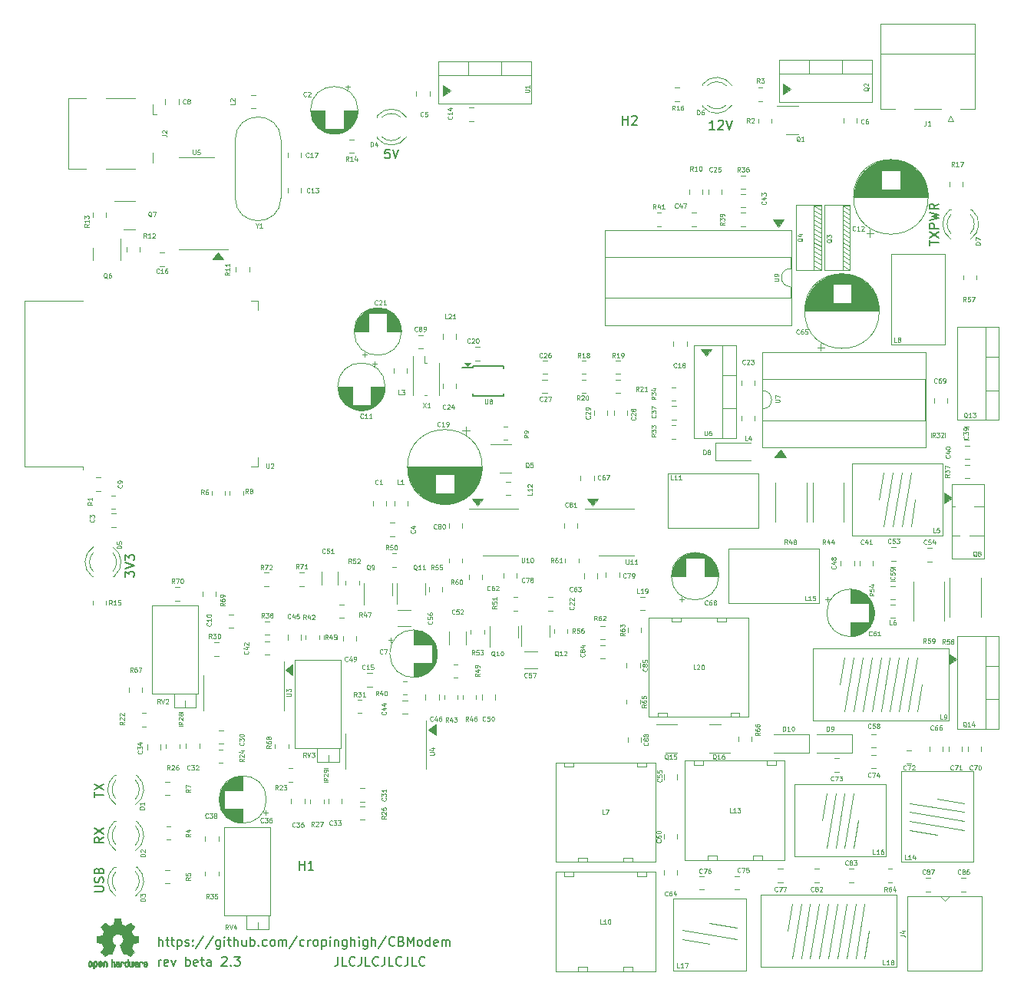
<source format=gbr>
%TF.GenerationSoftware,KiCad,Pcbnew,(6.0.9)*%
%TF.CreationDate,2022-12-04T18:18:59+03:00*%
%TF.ProjectId,communicator_27mhz,636f6d6d-756e-4696-9361-746f725f3237,beta 2.3*%
%TF.SameCoordinates,Original*%
%TF.FileFunction,Legend,Top*%
%TF.FilePolarity,Positive*%
%FSLAX46Y46*%
G04 Gerber Fmt 4.6, Leading zero omitted, Abs format (unit mm)*
G04 Created by KiCad (PCBNEW (6.0.9)) date 2022-12-04 18:18:59*
%MOMM*%
%LPD*%
G01*
G04 APERTURE LIST*
%ADD10C,0.150000*%
%ADD11C,0.120000*%
%ADD12C,0.125000*%
%ADD13C,0.010000*%
G04 APERTURE END LIST*
D10*
X58421309Y-183652380D02*
X58421309Y-184366666D01*
X58373690Y-184509523D01*
X58278452Y-184604761D01*
X58135595Y-184652380D01*
X58040357Y-184652380D01*
X59373690Y-184652380D02*
X58897500Y-184652380D01*
X58897500Y-183652380D01*
X60278452Y-184557142D02*
X60230833Y-184604761D01*
X60087976Y-184652380D01*
X59992738Y-184652380D01*
X59849880Y-184604761D01*
X59754642Y-184509523D01*
X59707023Y-184414285D01*
X59659404Y-184223809D01*
X59659404Y-184080952D01*
X59707023Y-183890476D01*
X59754642Y-183795238D01*
X59849880Y-183700000D01*
X59992738Y-183652380D01*
X60087976Y-183652380D01*
X60230833Y-183700000D01*
X60278452Y-183747619D01*
X60992738Y-183652380D02*
X60992738Y-184366666D01*
X60945119Y-184509523D01*
X60849880Y-184604761D01*
X60707023Y-184652380D01*
X60611785Y-184652380D01*
X61945119Y-184652380D02*
X61468928Y-184652380D01*
X61468928Y-183652380D01*
X62849880Y-184557142D02*
X62802261Y-184604761D01*
X62659404Y-184652380D01*
X62564166Y-184652380D01*
X62421309Y-184604761D01*
X62326071Y-184509523D01*
X62278452Y-184414285D01*
X62230833Y-184223809D01*
X62230833Y-184080952D01*
X62278452Y-183890476D01*
X62326071Y-183795238D01*
X62421309Y-183700000D01*
X62564166Y-183652380D01*
X62659404Y-183652380D01*
X62802261Y-183700000D01*
X62849880Y-183747619D01*
X63564166Y-183652380D02*
X63564166Y-184366666D01*
X63516547Y-184509523D01*
X63421309Y-184604761D01*
X63278452Y-184652380D01*
X63183214Y-184652380D01*
X64516547Y-184652380D02*
X64040357Y-184652380D01*
X64040357Y-183652380D01*
X65421309Y-184557142D02*
X65373690Y-184604761D01*
X65230833Y-184652380D01*
X65135595Y-184652380D01*
X64992738Y-184604761D01*
X64897500Y-184509523D01*
X64849880Y-184414285D01*
X64802261Y-184223809D01*
X64802261Y-184080952D01*
X64849880Y-183890476D01*
X64897500Y-183795238D01*
X64992738Y-183700000D01*
X65135595Y-183652380D01*
X65230833Y-183652380D01*
X65373690Y-183700000D01*
X65421309Y-183747619D01*
X66135595Y-183652380D02*
X66135595Y-184366666D01*
X66087976Y-184509523D01*
X65992738Y-184604761D01*
X65849880Y-184652380D01*
X65754642Y-184652380D01*
X67087976Y-184652380D02*
X66611785Y-184652380D01*
X66611785Y-183652380D01*
X67992738Y-184557142D02*
X67945119Y-184604761D01*
X67802261Y-184652380D01*
X67707023Y-184652380D01*
X67564166Y-184604761D01*
X67468928Y-184509523D01*
X67421309Y-184414285D01*
X67373690Y-184223809D01*
X67373690Y-184080952D01*
X67421309Y-183890476D01*
X67468928Y-183795238D01*
X67564166Y-183700000D01*
X67707023Y-183652380D01*
X67802261Y-183652380D01*
X67945119Y-183700000D01*
X67992738Y-183747619D01*
D11*
G36*
X108300000Y-87900000D02*
G01*
X107500000Y-88500000D01*
X107500000Y-87300000D01*
X108300000Y-87900000D01*
G37*
X108300000Y-87900000D02*
X107500000Y-88500000D01*
X107500000Y-87300000D01*
X108300000Y-87900000D01*
G36*
X107000000Y-103100000D02*
G01*
X106400000Y-102300000D01*
X107600000Y-102300000D01*
X107000000Y-103100000D01*
G37*
X107000000Y-103100000D02*
X106400000Y-102300000D01*
X107600000Y-102300000D01*
X107000000Y-103100000D01*
G36*
X86500000Y-133900000D02*
G01*
X85900000Y-133100000D01*
X87100000Y-133100000D01*
X86500000Y-133900000D01*
G37*
X86500000Y-133900000D02*
X85900000Y-133100000D01*
X87100000Y-133100000D01*
X86500000Y-133900000D01*
G36*
X69200000Y-159200000D02*
G01*
X68400000Y-158600000D01*
X69200000Y-158000000D01*
X69200000Y-159200000D01*
G37*
X69200000Y-159200000D02*
X68400000Y-158600000D01*
X69200000Y-158000000D01*
X69200000Y-159200000D01*
G36*
X53400000Y-152600000D02*
G01*
X52600000Y-152000000D01*
X53400000Y-151400000D01*
X53400000Y-152600000D01*
G37*
X53400000Y-152600000D02*
X52600000Y-152000000D01*
X53400000Y-151400000D01*
X53400000Y-152600000D01*
G36*
X107800000Y-128500000D02*
G01*
X106600000Y-128500000D01*
X107200000Y-127700000D01*
X107800000Y-128500000D01*
G37*
X107800000Y-128500000D02*
X106600000Y-128500000D01*
X107200000Y-127700000D01*
X107800000Y-128500000D01*
G36*
X99000000Y-117400000D02*
G01*
X98400000Y-116600000D01*
X99600000Y-116600000D01*
X99000000Y-117400000D01*
G37*
X99000000Y-117400000D02*
X98400000Y-116600000D01*
X99600000Y-116600000D01*
X99000000Y-117400000D01*
G36*
X126100000Y-133000000D02*
G01*
X125300000Y-133600000D01*
X125300000Y-132400000D01*
X126100000Y-133000000D01*
G37*
X126100000Y-133000000D02*
X125300000Y-133600000D01*
X125300000Y-132400000D01*
X126100000Y-133000000D01*
G36*
X72700000Y-118500000D02*
G01*
X72400000Y-118100000D01*
X73000000Y-118100000D01*
X72700000Y-118500000D01*
G37*
X72700000Y-118500000D02*
X72400000Y-118100000D01*
X73000000Y-118100000D01*
X72700000Y-118500000D01*
G36*
X45800000Y-106700000D02*
G01*
X44600000Y-106700000D01*
X45200000Y-105900000D01*
X45800000Y-106700000D01*
G37*
X45800000Y-106700000D02*
X44600000Y-106700000D01*
X45200000Y-105900000D01*
X45800000Y-106700000D01*
G36*
X126600000Y-150800000D02*
G01*
X125800000Y-151400000D01*
X125800000Y-150200000D01*
X126600000Y-150800000D01*
G37*
X126600000Y-150800000D02*
X125800000Y-151400000D01*
X125800000Y-150200000D01*
X126600000Y-150800000D01*
G36*
X73800000Y-133900000D02*
G01*
X73200000Y-133100000D01*
X74400000Y-133100000D01*
X73800000Y-133900000D01*
G37*
X73800000Y-133900000D02*
X73200000Y-133100000D01*
X74400000Y-133100000D01*
X73800000Y-133900000D01*
G36*
X70800000Y-88100000D02*
G01*
X70000000Y-88700000D01*
X70000000Y-87500000D01*
X70800000Y-88100000D01*
G37*
X70800000Y-88100000D02*
X70000000Y-88700000D01*
X70000000Y-87500000D01*
X70800000Y-88100000D01*
D10*
X38647619Y-184652380D02*
X38647619Y-183985714D01*
X38647619Y-184176190D02*
X38695238Y-184080952D01*
X38742857Y-184033333D01*
X38838095Y-183985714D01*
X38933333Y-183985714D01*
X39647619Y-184604761D02*
X39552380Y-184652380D01*
X39361904Y-184652380D01*
X39266666Y-184604761D01*
X39219047Y-184509523D01*
X39219047Y-184128571D01*
X39266666Y-184033333D01*
X39361904Y-183985714D01*
X39552380Y-183985714D01*
X39647619Y-184033333D01*
X39695238Y-184128571D01*
X39695238Y-184223809D01*
X39219047Y-184319047D01*
X40028571Y-183985714D02*
X40266666Y-184652380D01*
X40504761Y-183985714D01*
X41647619Y-184652380D02*
X41647619Y-183652380D01*
X41647619Y-184033333D02*
X41742857Y-183985714D01*
X41933333Y-183985714D01*
X42028571Y-184033333D01*
X42076190Y-184080952D01*
X42123809Y-184176190D01*
X42123809Y-184461904D01*
X42076190Y-184557142D01*
X42028571Y-184604761D01*
X41933333Y-184652380D01*
X41742857Y-184652380D01*
X41647619Y-184604761D01*
X42933333Y-184604761D02*
X42838095Y-184652380D01*
X42647619Y-184652380D01*
X42552380Y-184604761D01*
X42504761Y-184509523D01*
X42504761Y-184128571D01*
X42552380Y-184033333D01*
X42647619Y-183985714D01*
X42838095Y-183985714D01*
X42933333Y-184033333D01*
X42980952Y-184128571D01*
X42980952Y-184223809D01*
X42504761Y-184319047D01*
X43266666Y-183985714D02*
X43647619Y-183985714D01*
X43409523Y-183652380D02*
X43409523Y-184509523D01*
X43457142Y-184604761D01*
X43552380Y-184652380D01*
X43647619Y-184652380D01*
X44409523Y-184652380D02*
X44409523Y-184128571D01*
X44361904Y-184033333D01*
X44266666Y-183985714D01*
X44076190Y-183985714D01*
X43980952Y-184033333D01*
X44409523Y-184604761D02*
X44314285Y-184652380D01*
X44076190Y-184652380D01*
X43980952Y-184604761D01*
X43933333Y-184509523D01*
X43933333Y-184414285D01*
X43980952Y-184319047D01*
X44076190Y-184271428D01*
X44314285Y-184271428D01*
X44409523Y-184223809D01*
X45600000Y-183747619D02*
X45647619Y-183700000D01*
X45742857Y-183652380D01*
X45980952Y-183652380D01*
X46076190Y-183700000D01*
X46123809Y-183747619D01*
X46171428Y-183842857D01*
X46171428Y-183938095D01*
X46123809Y-184080952D01*
X45552380Y-184652380D01*
X46171428Y-184652380D01*
X46600000Y-184557142D02*
X46647619Y-184604761D01*
X46600000Y-184652380D01*
X46552380Y-184604761D01*
X46600000Y-184557142D01*
X46600000Y-184652380D01*
X46980952Y-183652380D02*
X47600000Y-183652380D01*
X47266666Y-184033333D01*
X47409523Y-184033333D01*
X47504761Y-184080952D01*
X47552380Y-184128571D01*
X47600000Y-184223809D01*
X47600000Y-184461904D01*
X47552380Y-184557142D01*
X47504761Y-184604761D01*
X47409523Y-184652380D01*
X47123809Y-184652380D01*
X47028571Y-184604761D01*
X46980952Y-184557142D01*
X38652380Y-182452380D02*
X38652380Y-181452380D01*
X39080952Y-182452380D02*
X39080952Y-181928571D01*
X39033333Y-181833333D01*
X38938095Y-181785714D01*
X38795238Y-181785714D01*
X38699999Y-181833333D01*
X38652380Y-181880952D01*
X39414285Y-181785714D02*
X39795238Y-181785714D01*
X39557142Y-181452380D02*
X39557142Y-182309523D01*
X39604761Y-182404761D01*
X39699999Y-182452380D01*
X39795238Y-182452380D01*
X39985714Y-181785714D02*
X40366666Y-181785714D01*
X40128571Y-181452380D02*
X40128571Y-182309523D01*
X40176190Y-182404761D01*
X40271428Y-182452380D01*
X40366666Y-182452380D01*
X40699999Y-181785714D02*
X40699999Y-182785714D01*
X40699999Y-181833333D02*
X40795238Y-181785714D01*
X40985714Y-181785714D01*
X41080952Y-181833333D01*
X41128571Y-181880952D01*
X41176190Y-181976190D01*
X41176190Y-182261904D01*
X41128571Y-182357142D01*
X41080952Y-182404761D01*
X40985714Y-182452380D01*
X40795238Y-182452380D01*
X40699999Y-182404761D01*
X41557142Y-182404761D02*
X41652380Y-182452380D01*
X41842857Y-182452380D01*
X41938095Y-182404761D01*
X41985714Y-182309523D01*
X41985714Y-182261904D01*
X41938095Y-182166666D01*
X41842857Y-182119047D01*
X41699999Y-182119047D01*
X41604761Y-182071428D01*
X41557142Y-181976190D01*
X41557142Y-181928571D01*
X41604761Y-181833333D01*
X41699999Y-181785714D01*
X41842857Y-181785714D01*
X41938095Y-181833333D01*
X42414285Y-182357142D02*
X42461904Y-182404761D01*
X42414285Y-182452380D01*
X42366666Y-182404761D01*
X42414285Y-182357142D01*
X42414285Y-182452380D01*
X42414285Y-181833333D02*
X42461904Y-181880952D01*
X42414285Y-181928571D01*
X42366666Y-181880952D01*
X42414285Y-181833333D01*
X42414285Y-181928571D01*
X43604761Y-181404761D02*
X42747619Y-182690476D01*
X44652380Y-181404761D02*
X43795238Y-182690476D01*
X45414285Y-181785714D02*
X45414285Y-182595238D01*
X45366666Y-182690476D01*
X45319047Y-182738095D01*
X45223809Y-182785714D01*
X45080952Y-182785714D01*
X44985714Y-182738095D01*
X45414285Y-182404761D02*
X45319047Y-182452380D01*
X45128571Y-182452380D01*
X45033333Y-182404761D01*
X44985714Y-182357142D01*
X44938095Y-182261904D01*
X44938095Y-181976190D01*
X44985714Y-181880952D01*
X45033333Y-181833333D01*
X45128571Y-181785714D01*
X45319047Y-181785714D01*
X45414285Y-181833333D01*
X45890476Y-182452380D02*
X45890476Y-181785714D01*
X45890476Y-181452380D02*
X45842857Y-181500000D01*
X45890476Y-181547619D01*
X45938095Y-181500000D01*
X45890476Y-181452380D01*
X45890476Y-181547619D01*
X46223809Y-181785714D02*
X46604761Y-181785714D01*
X46366666Y-181452380D02*
X46366666Y-182309523D01*
X46414285Y-182404761D01*
X46509523Y-182452380D01*
X46604761Y-182452380D01*
X46938095Y-182452380D02*
X46938095Y-181452380D01*
X47366666Y-182452380D02*
X47366666Y-181928571D01*
X47319047Y-181833333D01*
X47223809Y-181785714D01*
X47080952Y-181785714D01*
X46985714Y-181833333D01*
X46938095Y-181880952D01*
X48271428Y-181785714D02*
X48271428Y-182452380D01*
X47842857Y-181785714D02*
X47842857Y-182309523D01*
X47890476Y-182404761D01*
X47985714Y-182452380D01*
X48128571Y-182452380D01*
X48223809Y-182404761D01*
X48271428Y-182357142D01*
X48747619Y-182452380D02*
X48747619Y-181452380D01*
X48747619Y-181833333D02*
X48842857Y-181785714D01*
X49033333Y-181785714D01*
X49128571Y-181833333D01*
X49176190Y-181880952D01*
X49223809Y-181976190D01*
X49223809Y-182261904D01*
X49176190Y-182357142D01*
X49128571Y-182404761D01*
X49033333Y-182452380D01*
X48842857Y-182452380D01*
X48747619Y-182404761D01*
X49652380Y-182357142D02*
X49699999Y-182404761D01*
X49652380Y-182452380D01*
X49604761Y-182404761D01*
X49652380Y-182357142D01*
X49652380Y-182452380D01*
X50557142Y-182404761D02*
X50461904Y-182452380D01*
X50271428Y-182452380D01*
X50176190Y-182404761D01*
X50128571Y-182357142D01*
X50080952Y-182261904D01*
X50080952Y-181976190D01*
X50128571Y-181880952D01*
X50176190Y-181833333D01*
X50271428Y-181785714D01*
X50461904Y-181785714D01*
X50557142Y-181833333D01*
X51128571Y-182452380D02*
X51033333Y-182404761D01*
X50985714Y-182357142D01*
X50938095Y-182261904D01*
X50938095Y-181976190D01*
X50985714Y-181880952D01*
X51033333Y-181833333D01*
X51128571Y-181785714D01*
X51271428Y-181785714D01*
X51366666Y-181833333D01*
X51414285Y-181880952D01*
X51461904Y-181976190D01*
X51461904Y-182261904D01*
X51414285Y-182357142D01*
X51366666Y-182404761D01*
X51271428Y-182452380D01*
X51128571Y-182452380D01*
X51890476Y-182452380D02*
X51890476Y-181785714D01*
X51890476Y-181880952D02*
X51938095Y-181833333D01*
X52033333Y-181785714D01*
X52176190Y-181785714D01*
X52271428Y-181833333D01*
X52319047Y-181928571D01*
X52319047Y-182452380D01*
X52319047Y-181928571D02*
X52366666Y-181833333D01*
X52461904Y-181785714D01*
X52604761Y-181785714D01*
X52699999Y-181833333D01*
X52747619Y-181928571D01*
X52747619Y-182452380D01*
X53938095Y-181404761D02*
X53080952Y-182690476D01*
X54699999Y-182404761D02*
X54604761Y-182452380D01*
X54414285Y-182452380D01*
X54319047Y-182404761D01*
X54271428Y-182357142D01*
X54223809Y-182261904D01*
X54223809Y-181976190D01*
X54271428Y-181880952D01*
X54319047Y-181833333D01*
X54414285Y-181785714D01*
X54604761Y-181785714D01*
X54699999Y-181833333D01*
X55128571Y-182452380D02*
X55128571Y-181785714D01*
X55128571Y-181976190D02*
X55176190Y-181880952D01*
X55223809Y-181833333D01*
X55319047Y-181785714D01*
X55414285Y-181785714D01*
X55890476Y-182452380D02*
X55795238Y-182404761D01*
X55747619Y-182357142D01*
X55699999Y-182261904D01*
X55699999Y-181976190D01*
X55747619Y-181880952D01*
X55795238Y-181833333D01*
X55890476Y-181785714D01*
X56033333Y-181785714D01*
X56128571Y-181833333D01*
X56176190Y-181880952D01*
X56223809Y-181976190D01*
X56223809Y-182261904D01*
X56176190Y-182357142D01*
X56128571Y-182404761D01*
X56033333Y-182452380D01*
X55890476Y-182452380D01*
X56652380Y-181785714D02*
X56652380Y-182785714D01*
X56652380Y-181833333D02*
X56747619Y-181785714D01*
X56938095Y-181785714D01*
X57033333Y-181833333D01*
X57080952Y-181880952D01*
X57128571Y-181976190D01*
X57128571Y-182261904D01*
X57080952Y-182357142D01*
X57033333Y-182404761D01*
X56938095Y-182452380D01*
X56747619Y-182452380D01*
X56652380Y-182404761D01*
X57557142Y-182452380D02*
X57557142Y-181785714D01*
X57557142Y-181452380D02*
X57509523Y-181500000D01*
X57557142Y-181547619D01*
X57604761Y-181500000D01*
X57557142Y-181452380D01*
X57557142Y-181547619D01*
X58033333Y-181785714D02*
X58033333Y-182452380D01*
X58033333Y-181880952D02*
X58080952Y-181833333D01*
X58176190Y-181785714D01*
X58319047Y-181785714D01*
X58414285Y-181833333D01*
X58461904Y-181928571D01*
X58461904Y-182452380D01*
X59366666Y-181785714D02*
X59366666Y-182595238D01*
X59319047Y-182690476D01*
X59271428Y-182738095D01*
X59176190Y-182785714D01*
X59033333Y-182785714D01*
X58938095Y-182738095D01*
X59366666Y-182404761D02*
X59271428Y-182452380D01*
X59080952Y-182452380D01*
X58985714Y-182404761D01*
X58938095Y-182357142D01*
X58890476Y-182261904D01*
X58890476Y-181976190D01*
X58938095Y-181880952D01*
X58985714Y-181833333D01*
X59080952Y-181785714D01*
X59271428Y-181785714D01*
X59366666Y-181833333D01*
X59842857Y-182452380D02*
X59842857Y-181452380D01*
X60271428Y-182452380D02*
X60271428Y-181928571D01*
X60223809Y-181833333D01*
X60128571Y-181785714D01*
X59985714Y-181785714D01*
X59890476Y-181833333D01*
X59842857Y-181880952D01*
X60747619Y-182452380D02*
X60747619Y-181785714D01*
X60747619Y-181452380D02*
X60699999Y-181500000D01*
X60747619Y-181547619D01*
X60795238Y-181500000D01*
X60747619Y-181452380D01*
X60747619Y-181547619D01*
X61652380Y-181785714D02*
X61652380Y-182595238D01*
X61604761Y-182690476D01*
X61557142Y-182738095D01*
X61461904Y-182785714D01*
X61319047Y-182785714D01*
X61223809Y-182738095D01*
X61652380Y-182404761D02*
X61557142Y-182452380D01*
X61366666Y-182452380D01*
X61271428Y-182404761D01*
X61223809Y-182357142D01*
X61176190Y-182261904D01*
X61176190Y-181976190D01*
X61223809Y-181880952D01*
X61271428Y-181833333D01*
X61366666Y-181785714D01*
X61557142Y-181785714D01*
X61652380Y-181833333D01*
X62128571Y-182452380D02*
X62128571Y-181452380D01*
X62557142Y-182452380D02*
X62557142Y-181928571D01*
X62509523Y-181833333D01*
X62414285Y-181785714D01*
X62271428Y-181785714D01*
X62176190Y-181833333D01*
X62128571Y-181880952D01*
X63747619Y-181404761D02*
X62890476Y-182690476D01*
X64652380Y-182357142D02*
X64604761Y-182404761D01*
X64461904Y-182452380D01*
X64366666Y-182452380D01*
X64223809Y-182404761D01*
X64128571Y-182309523D01*
X64080952Y-182214285D01*
X64033333Y-182023809D01*
X64033333Y-181880952D01*
X64080952Y-181690476D01*
X64128571Y-181595238D01*
X64223809Y-181500000D01*
X64366666Y-181452380D01*
X64461904Y-181452380D01*
X64604761Y-181500000D01*
X64652380Y-181547619D01*
X65414285Y-181928571D02*
X65557142Y-181976190D01*
X65604761Y-182023809D01*
X65652380Y-182119047D01*
X65652380Y-182261904D01*
X65604761Y-182357142D01*
X65557142Y-182404761D01*
X65461904Y-182452380D01*
X65080952Y-182452380D01*
X65080952Y-181452380D01*
X65414285Y-181452380D01*
X65509523Y-181500000D01*
X65557142Y-181547619D01*
X65604761Y-181642857D01*
X65604761Y-181738095D01*
X65557142Y-181833333D01*
X65509523Y-181880952D01*
X65414285Y-181928571D01*
X65080952Y-181928571D01*
X66080952Y-182452380D02*
X66080952Y-181452380D01*
X66414285Y-182166666D01*
X66747619Y-181452380D01*
X66747619Y-182452380D01*
X67366666Y-182452380D02*
X67271428Y-182404761D01*
X67223809Y-182357142D01*
X67176190Y-182261904D01*
X67176190Y-181976190D01*
X67223809Y-181880952D01*
X67271428Y-181833333D01*
X67366666Y-181785714D01*
X67509523Y-181785714D01*
X67604761Y-181833333D01*
X67652380Y-181880952D01*
X67699999Y-181976190D01*
X67699999Y-182261904D01*
X67652380Y-182357142D01*
X67604761Y-182404761D01*
X67509523Y-182452380D01*
X67366666Y-182452380D01*
X68557142Y-182452380D02*
X68557142Y-181452380D01*
X68557142Y-182404761D02*
X68461904Y-182452380D01*
X68271428Y-182452380D01*
X68176190Y-182404761D01*
X68128571Y-182357142D01*
X68080952Y-182261904D01*
X68080952Y-181976190D01*
X68128571Y-181880952D01*
X68176190Y-181833333D01*
X68271428Y-181785714D01*
X68461904Y-181785714D01*
X68557142Y-181833333D01*
X69414285Y-182404761D02*
X69319047Y-182452380D01*
X69128571Y-182452380D01*
X69033333Y-182404761D01*
X68985714Y-182309523D01*
X68985714Y-181928571D01*
X69033333Y-181833333D01*
X69128571Y-181785714D01*
X69319047Y-181785714D01*
X69414285Y-181833333D01*
X69461904Y-181928571D01*
X69461904Y-182023809D01*
X68985714Y-182119047D01*
X69890476Y-182452380D02*
X69890476Y-181785714D01*
X69890476Y-181880952D02*
X69938095Y-181833333D01*
X70033333Y-181785714D01*
X70176190Y-181785714D01*
X70271428Y-181833333D01*
X70319047Y-181928571D01*
X70319047Y-182452380D01*
X70319047Y-181928571D02*
X70366666Y-181833333D01*
X70461904Y-181785714D01*
X70604761Y-181785714D01*
X70699999Y-181833333D01*
X70747619Y-181928571D01*
X70747619Y-182452380D01*
D12*
%TO.C,R27*%
X55778571Y-169226190D02*
X55611904Y-168988095D01*
X55492857Y-169226190D02*
X55492857Y-168726190D01*
X55683333Y-168726190D01*
X55730952Y-168750000D01*
X55754761Y-168773809D01*
X55778571Y-168821428D01*
X55778571Y-168892857D01*
X55754761Y-168940476D01*
X55730952Y-168964285D01*
X55683333Y-168988095D01*
X55492857Y-168988095D01*
X55969047Y-168773809D02*
X55992857Y-168750000D01*
X56040476Y-168726190D01*
X56159523Y-168726190D01*
X56207142Y-168750000D01*
X56230952Y-168773809D01*
X56254761Y-168821428D01*
X56254761Y-168869047D01*
X56230952Y-168940476D01*
X55945238Y-169226190D01*
X56254761Y-169226190D01*
X56421428Y-168726190D02*
X56754761Y-168726190D01*
X56540476Y-169226190D01*
%TO.C,C48*%
X113278571Y-140521428D02*
X113302380Y-140545238D01*
X113326190Y-140616666D01*
X113326190Y-140664285D01*
X113302380Y-140735714D01*
X113254761Y-140783333D01*
X113207142Y-140807142D01*
X113111904Y-140830952D01*
X113040476Y-140830952D01*
X112945238Y-140807142D01*
X112897619Y-140783333D01*
X112850000Y-140735714D01*
X112826190Y-140664285D01*
X112826190Y-140616666D01*
X112850000Y-140545238D01*
X112873809Y-140521428D01*
X112992857Y-140092857D02*
X113326190Y-140092857D01*
X112802380Y-140211904D02*
X113159523Y-140330952D01*
X113159523Y-140021428D01*
X113040476Y-139759523D02*
X113016666Y-139807142D01*
X112992857Y-139830952D01*
X112945238Y-139854761D01*
X112921428Y-139854761D01*
X112873809Y-139830952D01*
X112850000Y-139807142D01*
X112826190Y-139759523D01*
X112826190Y-139664285D01*
X112850000Y-139616666D01*
X112873809Y-139592857D01*
X112921428Y-139569047D01*
X112945238Y-139569047D01*
X112992857Y-139592857D01*
X113016666Y-139616666D01*
X113040476Y-139664285D01*
X113040476Y-139759523D01*
X113064285Y-139807142D01*
X113088095Y-139830952D01*
X113135714Y-139854761D01*
X113230952Y-139854761D01*
X113278571Y-139830952D01*
X113302380Y-139807142D01*
X113326190Y-139759523D01*
X113326190Y-139664285D01*
X113302380Y-139616666D01*
X113278571Y-139592857D01*
X113230952Y-139569047D01*
X113135714Y-139569047D01*
X113088095Y-139592857D01*
X113064285Y-139616666D01*
X113040476Y-139664285D01*
%TO.C,R59*%
X123278571Y-149026190D02*
X123111904Y-148788095D01*
X122992857Y-149026190D02*
X122992857Y-148526190D01*
X123183333Y-148526190D01*
X123230952Y-148550000D01*
X123254761Y-148573809D01*
X123278571Y-148621428D01*
X123278571Y-148692857D01*
X123254761Y-148740476D01*
X123230952Y-148764285D01*
X123183333Y-148788095D01*
X122992857Y-148788095D01*
X123730952Y-148526190D02*
X123492857Y-148526190D01*
X123469047Y-148764285D01*
X123492857Y-148740476D01*
X123540476Y-148716666D01*
X123659523Y-148716666D01*
X123707142Y-148740476D01*
X123730952Y-148764285D01*
X123754761Y-148811904D01*
X123754761Y-148930952D01*
X123730952Y-148978571D01*
X123707142Y-149002380D01*
X123659523Y-149026190D01*
X123540476Y-149026190D01*
X123492857Y-149002380D01*
X123469047Y-148978571D01*
X123992857Y-149026190D02*
X124088095Y-149026190D01*
X124135714Y-149002380D01*
X124159523Y-148978571D01*
X124207142Y-148907142D01*
X124230952Y-148811904D01*
X124230952Y-148621428D01*
X124207142Y-148573809D01*
X124183333Y-148550000D01*
X124135714Y-148526190D01*
X124040476Y-148526190D01*
X123992857Y-148550000D01*
X123969047Y-148573809D01*
X123945238Y-148621428D01*
X123945238Y-148740476D01*
X123969047Y-148788095D01*
X123992857Y-148811904D01*
X124040476Y-148835714D01*
X124135714Y-148835714D01*
X124183333Y-148811904D01*
X124207142Y-148788095D01*
X124230952Y-148740476D01*
%TO.C,D9*%
X112330952Y-158726190D02*
X112330952Y-158226190D01*
X112450000Y-158226190D01*
X112521428Y-158250000D01*
X112569047Y-158297619D01*
X112592857Y-158345238D01*
X112616666Y-158440476D01*
X112616666Y-158511904D01*
X112592857Y-158607142D01*
X112569047Y-158654761D01*
X112521428Y-158702380D01*
X112450000Y-158726190D01*
X112330952Y-158726190D01*
X112854761Y-158726190D02*
X112950000Y-158726190D01*
X112997619Y-158702380D01*
X113021428Y-158678571D01*
X113069047Y-158607142D01*
X113092857Y-158511904D01*
X113092857Y-158321428D01*
X113069047Y-158273809D01*
X113045238Y-158250000D01*
X112997619Y-158226190D01*
X112902380Y-158226190D01*
X112854761Y-158250000D01*
X112830952Y-158273809D01*
X112807142Y-158321428D01*
X112807142Y-158440476D01*
X112830952Y-158488095D01*
X112854761Y-158511904D01*
X112902380Y-158535714D01*
X112997619Y-158535714D01*
X113045238Y-158511904D01*
X113069047Y-158488095D01*
X113092857Y-158440476D01*
%TO.C,C38*%
X44078571Y-168278571D02*
X44054761Y-168302380D01*
X43983333Y-168326190D01*
X43935714Y-168326190D01*
X43864285Y-168302380D01*
X43816666Y-168254761D01*
X43792857Y-168207142D01*
X43769047Y-168111904D01*
X43769047Y-168040476D01*
X43792857Y-167945238D01*
X43816666Y-167897619D01*
X43864285Y-167850000D01*
X43935714Y-167826190D01*
X43983333Y-167826190D01*
X44054761Y-167850000D01*
X44078571Y-167873809D01*
X44245238Y-167826190D02*
X44554761Y-167826190D01*
X44388095Y-168016666D01*
X44459523Y-168016666D01*
X44507142Y-168040476D01*
X44530952Y-168064285D01*
X44554761Y-168111904D01*
X44554761Y-168230952D01*
X44530952Y-168278571D01*
X44507142Y-168302380D01*
X44459523Y-168326190D01*
X44316666Y-168326190D01*
X44269047Y-168302380D01*
X44245238Y-168278571D01*
X44840476Y-168040476D02*
X44792857Y-168016666D01*
X44769047Y-167992857D01*
X44745238Y-167945238D01*
X44745238Y-167921428D01*
X44769047Y-167873809D01*
X44792857Y-167850000D01*
X44840476Y-167826190D01*
X44935714Y-167826190D01*
X44983333Y-167850000D01*
X45007142Y-167873809D01*
X45030952Y-167921428D01*
X45030952Y-167945238D01*
X45007142Y-167992857D01*
X44983333Y-168016666D01*
X44935714Y-168040476D01*
X44840476Y-168040476D01*
X44792857Y-168064285D01*
X44769047Y-168088095D01*
X44745238Y-168135714D01*
X44745238Y-168230952D01*
X44769047Y-168278571D01*
X44792857Y-168302380D01*
X44840476Y-168326190D01*
X44935714Y-168326190D01*
X44983333Y-168302380D01*
X45007142Y-168278571D01*
X45030952Y-168230952D01*
X45030952Y-168135714D01*
X45007142Y-168088095D01*
X44983333Y-168064285D01*
X44935714Y-168040476D01*
%TO.C,C5*%
X67816666Y-90878571D02*
X67792857Y-90902380D01*
X67721428Y-90926190D01*
X67673809Y-90926190D01*
X67602380Y-90902380D01*
X67554761Y-90854761D01*
X67530952Y-90807142D01*
X67507142Y-90711904D01*
X67507142Y-90640476D01*
X67530952Y-90545238D01*
X67554761Y-90497619D01*
X67602380Y-90450000D01*
X67673809Y-90426190D01*
X67721428Y-90426190D01*
X67792857Y-90450000D01*
X67816666Y-90473809D01*
X68269047Y-90426190D02*
X68030952Y-90426190D01*
X68007142Y-90664285D01*
X68030952Y-90640476D01*
X68078571Y-90616666D01*
X68197619Y-90616666D01*
X68245238Y-90640476D01*
X68269047Y-90664285D01*
X68292857Y-90711904D01*
X68292857Y-90830952D01*
X68269047Y-90878571D01*
X68245238Y-90902380D01*
X68197619Y-90926190D01*
X68078571Y-90926190D01*
X68030952Y-90902380D01*
X68007142Y-90878571D01*
%TO.C,L7*%
X87816666Y-167926190D02*
X87578571Y-167926190D01*
X87578571Y-167426190D01*
X87935714Y-167426190D02*
X88269047Y-167426190D01*
X88054761Y-167926190D01*
%TO.C,R41*%
X93478571Y-101126190D02*
X93311904Y-100888095D01*
X93192857Y-101126190D02*
X93192857Y-100626190D01*
X93383333Y-100626190D01*
X93430952Y-100650000D01*
X93454761Y-100673809D01*
X93478571Y-100721428D01*
X93478571Y-100792857D01*
X93454761Y-100840476D01*
X93430952Y-100864285D01*
X93383333Y-100888095D01*
X93192857Y-100888095D01*
X93907142Y-100792857D02*
X93907142Y-101126190D01*
X93788095Y-100602380D02*
X93669047Y-100959523D01*
X93978571Y-100959523D01*
X94430952Y-101126190D02*
X94145238Y-101126190D01*
X94288095Y-101126190D02*
X94288095Y-100626190D01*
X94240476Y-100697619D01*
X94192857Y-100745238D01*
X94145238Y-100769047D01*
%TO.C,L15*%
X110178571Y-144326190D02*
X109940476Y-144326190D01*
X109940476Y-143826190D01*
X110607142Y-144326190D02*
X110321428Y-144326190D01*
X110464285Y-144326190D02*
X110464285Y-143826190D01*
X110416666Y-143897619D01*
X110369047Y-143945238D01*
X110321428Y-143969047D01*
X111059523Y-143826190D02*
X110821428Y-143826190D01*
X110797619Y-144064285D01*
X110821428Y-144040476D01*
X110869047Y-144016666D01*
X110988095Y-144016666D01*
X111035714Y-144040476D01*
X111059523Y-144064285D01*
X111083333Y-144111904D01*
X111083333Y-144230952D01*
X111059523Y-144278571D01*
X111035714Y-144302380D01*
X110988095Y-144326190D01*
X110869047Y-144326190D01*
X110821428Y-144302380D01*
X110797619Y-144278571D01*
%TO.C,C59*%
X119778571Y-141721428D02*
X119802380Y-141745238D01*
X119826190Y-141816666D01*
X119826190Y-141864285D01*
X119802380Y-141935714D01*
X119754761Y-141983333D01*
X119707142Y-142007142D01*
X119611904Y-142030952D01*
X119540476Y-142030952D01*
X119445238Y-142007142D01*
X119397619Y-141983333D01*
X119350000Y-141935714D01*
X119326190Y-141864285D01*
X119326190Y-141816666D01*
X119350000Y-141745238D01*
X119373809Y-141721428D01*
X119326190Y-141269047D02*
X119326190Y-141507142D01*
X119564285Y-141530952D01*
X119540476Y-141507142D01*
X119516666Y-141459523D01*
X119516666Y-141340476D01*
X119540476Y-141292857D01*
X119564285Y-141269047D01*
X119611904Y-141245238D01*
X119730952Y-141245238D01*
X119778571Y-141269047D01*
X119802380Y-141292857D01*
X119826190Y-141340476D01*
X119826190Y-141459523D01*
X119802380Y-141507142D01*
X119778571Y-141530952D01*
X119826190Y-141007142D02*
X119826190Y-140911904D01*
X119802380Y-140864285D01*
X119778571Y-140840476D01*
X119707142Y-140792857D01*
X119611904Y-140769047D01*
X119421428Y-140769047D01*
X119373809Y-140792857D01*
X119350000Y-140816666D01*
X119326190Y-140864285D01*
X119326190Y-140959523D01*
X119350000Y-141007142D01*
X119373809Y-141030952D01*
X119421428Y-141054761D01*
X119540476Y-141054761D01*
X119588095Y-141030952D01*
X119611904Y-141007142D01*
X119635714Y-140959523D01*
X119635714Y-140864285D01*
X119611904Y-140816666D01*
X119588095Y-140792857D01*
X119540476Y-140769047D01*
%TO.C,L21*%
X70478571Y-113226190D02*
X70240476Y-113226190D01*
X70240476Y-112726190D01*
X70621428Y-112773809D02*
X70645238Y-112750000D01*
X70692857Y-112726190D01*
X70811904Y-112726190D01*
X70859523Y-112750000D01*
X70883333Y-112773809D01*
X70907142Y-112821428D01*
X70907142Y-112869047D01*
X70883333Y-112940476D01*
X70597619Y-113226190D01*
X70907142Y-113226190D01*
X71383333Y-113226190D02*
X71097619Y-113226190D01*
X71240476Y-113226190D02*
X71240476Y-112726190D01*
X71192857Y-112797619D01*
X71145238Y-112845238D01*
X71097619Y-112869047D01*
%TO.C,R39*%
X101026190Y-102621428D02*
X100788095Y-102788095D01*
X101026190Y-102907142D02*
X100526190Y-102907142D01*
X100526190Y-102716666D01*
X100550000Y-102669047D01*
X100573809Y-102645238D01*
X100621428Y-102621428D01*
X100692857Y-102621428D01*
X100740476Y-102645238D01*
X100764285Y-102669047D01*
X100788095Y-102716666D01*
X100788095Y-102907142D01*
X100526190Y-102454761D02*
X100526190Y-102145238D01*
X100716666Y-102311904D01*
X100716666Y-102240476D01*
X100740476Y-102192857D01*
X100764285Y-102169047D01*
X100811904Y-102145238D01*
X100930952Y-102145238D01*
X100978571Y-102169047D01*
X101002380Y-102192857D01*
X101026190Y-102240476D01*
X101026190Y-102383333D01*
X101002380Y-102430952D01*
X100978571Y-102454761D01*
X101026190Y-101907142D02*
X101026190Y-101811904D01*
X101002380Y-101764285D01*
X100978571Y-101740476D01*
X100907142Y-101692857D01*
X100811904Y-101669047D01*
X100621428Y-101669047D01*
X100573809Y-101692857D01*
X100550000Y-101716666D01*
X100526190Y-101764285D01*
X100526190Y-101859523D01*
X100550000Y-101907142D01*
X100573809Y-101930952D01*
X100621428Y-101954761D01*
X100740476Y-101954761D01*
X100788095Y-101930952D01*
X100811904Y-101907142D01*
X100835714Y-101859523D01*
X100835714Y-101764285D01*
X100811904Y-101716666D01*
X100788095Y-101692857D01*
X100740476Y-101669047D01*
%TO.C,C46*%
X68878571Y-157578571D02*
X68854761Y-157602380D01*
X68783333Y-157626190D01*
X68735714Y-157626190D01*
X68664285Y-157602380D01*
X68616666Y-157554761D01*
X68592857Y-157507142D01*
X68569047Y-157411904D01*
X68569047Y-157340476D01*
X68592857Y-157245238D01*
X68616666Y-157197619D01*
X68664285Y-157150000D01*
X68735714Y-157126190D01*
X68783333Y-157126190D01*
X68854761Y-157150000D01*
X68878571Y-157173809D01*
X69307142Y-157292857D02*
X69307142Y-157626190D01*
X69188095Y-157102380D02*
X69069047Y-157459523D01*
X69378571Y-157459523D01*
X69783333Y-157126190D02*
X69688095Y-157126190D01*
X69640476Y-157150000D01*
X69616666Y-157173809D01*
X69569047Y-157245238D01*
X69545238Y-157340476D01*
X69545238Y-157530952D01*
X69569047Y-157578571D01*
X69592857Y-157602380D01*
X69640476Y-157626190D01*
X69735714Y-157626190D01*
X69783333Y-157602380D01*
X69807142Y-157578571D01*
X69830952Y-157530952D01*
X69830952Y-157411904D01*
X69807142Y-157364285D01*
X69783333Y-157340476D01*
X69735714Y-157316666D01*
X69640476Y-157316666D01*
X69592857Y-157340476D01*
X69569047Y-157364285D01*
X69545238Y-157411904D01*
%TO.C,C27*%
X80978571Y-122278571D02*
X80954761Y-122302380D01*
X80883333Y-122326190D01*
X80835714Y-122326190D01*
X80764285Y-122302380D01*
X80716666Y-122254761D01*
X80692857Y-122207142D01*
X80669047Y-122111904D01*
X80669047Y-122040476D01*
X80692857Y-121945238D01*
X80716666Y-121897619D01*
X80764285Y-121850000D01*
X80835714Y-121826190D01*
X80883333Y-121826190D01*
X80954761Y-121850000D01*
X80978571Y-121873809D01*
X81169047Y-121873809D02*
X81192857Y-121850000D01*
X81240476Y-121826190D01*
X81359523Y-121826190D01*
X81407142Y-121850000D01*
X81430952Y-121873809D01*
X81454761Y-121921428D01*
X81454761Y-121969047D01*
X81430952Y-122040476D01*
X81145238Y-122326190D01*
X81454761Y-122326190D01*
X81621428Y-121826190D02*
X81954761Y-121826190D01*
X81740476Y-122326190D01*
%TO.C,C89*%
X67178571Y-114578571D02*
X67154761Y-114602380D01*
X67083333Y-114626190D01*
X67035714Y-114626190D01*
X66964285Y-114602380D01*
X66916666Y-114554761D01*
X66892857Y-114507142D01*
X66869047Y-114411904D01*
X66869047Y-114340476D01*
X66892857Y-114245238D01*
X66916666Y-114197619D01*
X66964285Y-114150000D01*
X67035714Y-114126190D01*
X67083333Y-114126190D01*
X67154761Y-114150000D01*
X67178571Y-114173809D01*
X67464285Y-114340476D02*
X67416666Y-114316666D01*
X67392857Y-114292857D01*
X67369047Y-114245238D01*
X67369047Y-114221428D01*
X67392857Y-114173809D01*
X67416666Y-114150000D01*
X67464285Y-114126190D01*
X67559523Y-114126190D01*
X67607142Y-114150000D01*
X67630952Y-114173809D01*
X67654761Y-114221428D01*
X67654761Y-114245238D01*
X67630952Y-114292857D01*
X67607142Y-114316666D01*
X67559523Y-114340476D01*
X67464285Y-114340476D01*
X67416666Y-114364285D01*
X67392857Y-114388095D01*
X67369047Y-114435714D01*
X67369047Y-114530952D01*
X67392857Y-114578571D01*
X67416666Y-114602380D01*
X67464285Y-114626190D01*
X67559523Y-114626190D01*
X67607142Y-114602380D01*
X67630952Y-114578571D01*
X67654761Y-114530952D01*
X67654761Y-114435714D01*
X67630952Y-114388095D01*
X67607142Y-114364285D01*
X67559523Y-114340476D01*
X67892857Y-114626190D02*
X67988095Y-114626190D01*
X68035714Y-114602380D01*
X68059523Y-114578571D01*
X68107142Y-114507142D01*
X68130952Y-114411904D01*
X68130952Y-114221428D01*
X68107142Y-114173809D01*
X68083333Y-114150000D01*
X68035714Y-114126190D01*
X67940476Y-114126190D01*
X67892857Y-114150000D01*
X67869047Y-114173809D01*
X67845238Y-114221428D01*
X67845238Y-114340476D01*
X67869047Y-114388095D01*
X67892857Y-114411904D01*
X67940476Y-114435714D01*
X68035714Y-114435714D01*
X68083333Y-114411904D01*
X68107142Y-114388095D01*
X68130952Y-114340476D01*
%TO.C,R34*%
X93481190Y-121858928D02*
X93243095Y-122025595D01*
X93481190Y-122144642D02*
X92981190Y-122144642D01*
X92981190Y-121954166D01*
X93005000Y-121906547D01*
X93028809Y-121882738D01*
X93076428Y-121858928D01*
X93147857Y-121858928D01*
X93195476Y-121882738D01*
X93219285Y-121906547D01*
X93243095Y-121954166D01*
X93243095Y-122144642D01*
X92981190Y-121692261D02*
X92981190Y-121382738D01*
X93171666Y-121549404D01*
X93171666Y-121477976D01*
X93195476Y-121430357D01*
X93219285Y-121406547D01*
X93266904Y-121382738D01*
X93385952Y-121382738D01*
X93433571Y-121406547D01*
X93457380Y-121430357D01*
X93481190Y-121477976D01*
X93481190Y-121620833D01*
X93457380Y-121668452D01*
X93433571Y-121692261D01*
X93147857Y-120954166D02*
X93481190Y-120954166D01*
X92957380Y-121073214D02*
X93314523Y-121192261D01*
X93314523Y-120882738D01*
%TO.C,Q13*%
X127814285Y-124173809D02*
X127766666Y-124150000D01*
X127719047Y-124102380D01*
X127647619Y-124030952D01*
X127600000Y-124007142D01*
X127552380Y-124007142D01*
X127576190Y-124126190D02*
X127528571Y-124102380D01*
X127480952Y-124054761D01*
X127457142Y-123959523D01*
X127457142Y-123792857D01*
X127480952Y-123697619D01*
X127528571Y-123650000D01*
X127576190Y-123626190D01*
X127671428Y-123626190D01*
X127719047Y-123650000D01*
X127766666Y-123697619D01*
X127790476Y-123792857D01*
X127790476Y-123959523D01*
X127766666Y-124054761D01*
X127719047Y-124102380D01*
X127671428Y-124126190D01*
X127576190Y-124126190D01*
X128266666Y-124126190D02*
X127980952Y-124126190D01*
X128123809Y-124126190D02*
X128123809Y-123626190D01*
X128076190Y-123697619D01*
X128028571Y-123745238D01*
X127980952Y-123769047D01*
X128433333Y-123626190D02*
X128742857Y-123626190D01*
X128576190Y-123816666D01*
X128647619Y-123816666D01*
X128695238Y-123840476D01*
X128719047Y-123864285D01*
X128742857Y-123911904D01*
X128742857Y-124030952D01*
X128719047Y-124078571D01*
X128695238Y-124102380D01*
X128647619Y-124126190D01*
X128504761Y-124126190D01*
X128457142Y-124102380D01*
X128433333Y-124078571D01*
%TO.C,C28*%
X91178571Y-124121428D02*
X91202380Y-124145238D01*
X91226190Y-124216666D01*
X91226190Y-124264285D01*
X91202380Y-124335714D01*
X91154761Y-124383333D01*
X91107142Y-124407142D01*
X91011904Y-124430952D01*
X90940476Y-124430952D01*
X90845238Y-124407142D01*
X90797619Y-124383333D01*
X90750000Y-124335714D01*
X90726190Y-124264285D01*
X90726190Y-124216666D01*
X90750000Y-124145238D01*
X90773809Y-124121428D01*
X90773809Y-123930952D02*
X90750000Y-123907142D01*
X90726190Y-123859523D01*
X90726190Y-123740476D01*
X90750000Y-123692857D01*
X90773809Y-123669047D01*
X90821428Y-123645238D01*
X90869047Y-123645238D01*
X90940476Y-123669047D01*
X91226190Y-123954761D01*
X91226190Y-123645238D01*
X90940476Y-123359523D02*
X90916666Y-123407142D01*
X90892857Y-123430952D01*
X90845238Y-123454761D01*
X90821428Y-123454761D01*
X90773809Y-123430952D01*
X90750000Y-123407142D01*
X90726190Y-123359523D01*
X90726190Y-123264285D01*
X90750000Y-123216666D01*
X90773809Y-123192857D01*
X90821428Y-123169047D01*
X90845238Y-123169047D01*
X90892857Y-123192857D01*
X90916666Y-123216666D01*
X90940476Y-123264285D01*
X90940476Y-123359523D01*
X90964285Y-123407142D01*
X90988095Y-123430952D01*
X91035714Y-123454761D01*
X91130952Y-123454761D01*
X91178571Y-123430952D01*
X91202380Y-123407142D01*
X91226190Y-123359523D01*
X91226190Y-123264285D01*
X91202380Y-123216666D01*
X91178571Y-123192857D01*
X91130952Y-123169047D01*
X91035714Y-123169047D01*
X90988095Y-123192857D01*
X90964285Y-123216666D01*
X90940476Y-123264285D01*
%TO.C,C20*%
X72978571Y-115878571D02*
X72954761Y-115902380D01*
X72883333Y-115926190D01*
X72835714Y-115926190D01*
X72764285Y-115902380D01*
X72716666Y-115854761D01*
X72692857Y-115807142D01*
X72669047Y-115711904D01*
X72669047Y-115640476D01*
X72692857Y-115545238D01*
X72716666Y-115497619D01*
X72764285Y-115450000D01*
X72835714Y-115426190D01*
X72883333Y-115426190D01*
X72954761Y-115450000D01*
X72978571Y-115473809D01*
X73169047Y-115473809D02*
X73192857Y-115450000D01*
X73240476Y-115426190D01*
X73359523Y-115426190D01*
X73407142Y-115450000D01*
X73430952Y-115473809D01*
X73454761Y-115521428D01*
X73454761Y-115569047D01*
X73430952Y-115640476D01*
X73145238Y-115926190D01*
X73454761Y-115926190D01*
X73764285Y-115426190D02*
X73811904Y-115426190D01*
X73859523Y-115450000D01*
X73883333Y-115473809D01*
X73907142Y-115521428D01*
X73930952Y-115616666D01*
X73930952Y-115735714D01*
X73907142Y-115830952D01*
X73883333Y-115878571D01*
X73859523Y-115902380D01*
X73811904Y-115926190D01*
X73764285Y-115926190D01*
X73716666Y-115902380D01*
X73692857Y-115878571D01*
X73669047Y-115830952D01*
X73645238Y-115735714D01*
X73645238Y-115616666D01*
X73669047Y-115521428D01*
X73692857Y-115473809D01*
X73716666Y-115450000D01*
X73764285Y-115426190D01*
%TO.C,C10*%
X44378571Y-146821428D02*
X44402380Y-146845238D01*
X44426190Y-146916666D01*
X44426190Y-146964285D01*
X44402380Y-147035714D01*
X44354761Y-147083333D01*
X44307142Y-147107142D01*
X44211904Y-147130952D01*
X44140476Y-147130952D01*
X44045238Y-147107142D01*
X43997619Y-147083333D01*
X43950000Y-147035714D01*
X43926190Y-146964285D01*
X43926190Y-146916666D01*
X43950000Y-146845238D01*
X43973809Y-146821428D01*
X44426190Y-146345238D02*
X44426190Y-146630952D01*
X44426190Y-146488095D02*
X43926190Y-146488095D01*
X43997619Y-146535714D01*
X44045238Y-146583333D01*
X44069047Y-146630952D01*
X43926190Y-146035714D02*
X43926190Y-145988095D01*
X43950000Y-145940476D01*
X43973809Y-145916666D01*
X44021428Y-145892857D01*
X44116666Y-145869047D01*
X44235714Y-145869047D01*
X44330952Y-145892857D01*
X44378571Y-145916666D01*
X44402380Y-145940476D01*
X44426190Y-145988095D01*
X44426190Y-146035714D01*
X44402380Y-146083333D01*
X44378571Y-146107142D01*
X44330952Y-146130952D01*
X44235714Y-146154761D01*
X44116666Y-146154761D01*
X44021428Y-146130952D01*
X43973809Y-146107142D01*
X43950000Y-146083333D01*
X43926190Y-146035714D01*
%TO.C,C56*%
X68778571Y-146621428D02*
X68802380Y-146645238D01*
X68826190Y-146716666D01*
X68826190Y-146764285D01*
X68802380Y-146835714D01*
X68754761Y-146883333D01*
X68707142Y-146907142D01*
X68611904Y-146930952D01*
X68540476Y-146930952D01*
X68445238Y-146907142D01*
X68397619Y-146883333D01*
X68350000Y-146835714D01*
X68326190Y-146764285D01*
X68326190Y-146716666D01*
X68350000Y-146645238D01*
X68373809Y-146621428D01*
X68326190Y-146169047D02*
X68326190Y-146407142D01*
X68564285Y-146430952D01*
X68540476Y-146407142D01*
X68516666Y-146359523D01*
X68516666Y-146240476D01*
X68540476Y-146192857D01*
X68564285Y-146169047D01*
X68611904Y-146145238D01*
X68730952Y-146145238D01*
X68778571Y-146169047D01*
X68802380Y-146192857D01*
X68826190Y-146240476D01*
X68826190Y-146359523D01*
X68802380Y-146407142D01*
X68778571Y-146430952D01*
X68326190Y-145716666D02*
X68326190Y-145811904D01*
X68350000Y-145859523D01*
X68373809Y-145883333D01*
X68445238Y-145930952D01*
X68540476Y-145954761D01*
X68730952Y-145954761D01*
X68778571Y-145930952D01*
X68802380Y-145907142D01*
X68826190Y-145859523D01*
X68826190Y-145764285D01*
X68802380Y-145716666D01*
X68778571Y-145692857D01*
X68730952Y-145669047D01*
X68611904Y-145669047D01*
X68564285Y-145692857D01*
X68540476Y-145716666D01*
X68516666Y-145764285D01*
X68516666Y-145859523D01*
X68540476Y-145907142D01*
X68564285Y-145930952D01*
X68611904Y-145954761D01*
%TO.C,R68*%
X51026190Y-160321428D02*
X50788095Y-160488095D01*
X51026190Y-160607142D02*
X50526190Y-160607142D01*
X50526190Y-160416666D01*
X50550000Y-160369047D01*
X50573809Y-160345238D01*
X50621428Y-160321428D01*
X50692857Y-160321428D01*
X50740476Y-160345238D01*
X50764285Y-160369047D01*
X50788095Y-160416666D01*
X50788095Y-160607142D01*
X50526190Y-159892857D02*
X50526190Y-159988095D01*
X50550000Y-160035714D01*
X50573809Y-160059523D01*
X50645238Y-160107142D01*
X50740476Y-160130952D01*
X50930952Y-160130952D01*
X50978571Y-160107142D01*
X51002380Y-160083333D01*
X51026190Y-160035714D01*
X51026190Y-159940476D01*
X51002380Y-159892857D01*
X50978571Y-159869047D01*
X50930952Y-159845238D01*
X50811904Y-159845238D01*
X50764285Y-159869047D01*
X50740476Y-159892857D01*
X50716666Y-159940476D01*
X50716666Y-160035714D01*
X50740476Y-160083333D01*
X50764285Y-160107142D01*
X50811904Y-160130952D01*
X50740476Y-159559523D02*
X50716666Y-159607142D01*
X50692857Y-159630952D01*
X50645238Y-159654761D01*
X50621428Y-159654761D01*
X50573809Y-159630952D01*
X50550000Y-159607142D01*
X50526190Y-159559523D01*
X50526190Y-159464285D01*
X50550000Y-159416666D01*
X50573809Y-159392857D01*
X50621428Y-159369047D01*
X50645238Y-159369047D01*
X50692857Y-159392857D01*
X50716666Y-159416666D01*
X50740476Y-159464285D01*
X50740476Y-159559523D01*
X50764285Y-159607142D01*
X50788095Y-159630952D01*
X50835714Y-159654761D01*
X50930952Y-159654761D01*
X50978571Y-159630952D01*
X51002380Y-159607142D01*
X51026190Y-159559523D01*
X51026190Y-159464285D01*
X51002380Y-159416666D01*
X50978571Y-159392857D01*
X50930952Y-159369047D01*
X50835714Y-159369047D01*
X50788095Y-159392857D01*
X50764285Y-159416666D01*
X50740476Y-159464285D01*
%TO.C,C9*%
X34578571Y-131583333D02*
X34602380Y-131607142D01*
X34626190Y-131678571D01*
X34626190Y-131726190D01*
X34602380Y-131797619D01*
X34554761Y-131845238D01*
X34507142Y-131869047D01*
X34411904Y-131892857D01*
X34340476Y-131892857D01*
X34245238Y-131869047D01*
X34197619Y-131845238D01*
X34150000Y-131797619D01*
X34126190Y-131726190D01*
X34126190Y-131678571D01*
X34150000Y-131607142D01*
X34173809Y-131583333D01*
X34626190Y-131345238D02*
X34626190Y-131250000D01*
X34602380Y-131202380D01*
X34578571Y-131178571D01*
X34507142Y-131130952D01*
X34411904Y-131107142D01*
X34221428Y-131107142D01*
X34173809Y-131130952D01*
X34150000Y-131154761D01*
X34126190Y-131202380D01*
X34126190Y-131297619D01*
X34150000Y-131345238D01*
X34173809Y-131369047D01*
X34221428Y-131392857D01*
X34340476Y-131392857D01*
X34388095Y-131369047D01*
X34411904Y-131345238D01*
X34435714Y-131297619D01*
X34435714Y-131202380D01*
X34411904Y-131154761D01*
X34388095Y-131130952D01*
X34340476Y-131107142D01*
%TO.C,Q2*%
X116973809Y-87747619D02*
X116950000Y-87795238D01*
X116902380Y-87842857D01*
X116830952Y-87914285D01*
X116807142Y-87961904D01*
X116807142Y-88009523D01*
X116926190Y-87985714D02*
X116902380Y-88033333D01*
X116854761Y-88080952D01*
X116759523Y-88104761D01*
X116592857Y-88104761D01*
X116497619Y-88080952D01*
X116450000Y-88033333D01*
X116426190Y-87985714D01*
X116426190Y-87890476D01*
X116450000Y-87842857D01*
X116497619Y-87795238D01*
X116592857Y-87771428D01*
X116759523Y-87771428D01*
X116854761Y-87795238D01*
X116902380Y-87842857D01*
X116926190Y-87890476D01*
X116926190Y-87985714D01*
X116473809Y-87580952D02*
X116450000Y-87557142D01*
X116426190Y-87509523D01*
X116426190Y-87390476D01*
X116450000Y-87342857D01*
X116473809Y-87319047D01*
X116521428Y-87295238D01*
X116569047Y-87295238D01*
X116640476Y-87319047D01*
X116926190Y-87604761D01*
X116926190Y-87295238D01*
%TO.C,C33*%
X57778571Y-169078571D02*
X57754761Y-169102380D01*
X57683333Y-169126190D01*
X57635714Y-169126190D01*
X57564285Y-169102380D01*
X57516666Y-169054761D01*
X57492857Y-169007142D01*
X57469047Y-168911904D01*
X57469047Y-168840476D01*
X57492857Y-168745238D01*
X57516666Y-168697619D01*
X57564285Y-168650000D01*
X57635714Y-168626190D01*
X57683333Y-168626190D01*
X57754761Y-168650000D01*
X57778571Y-168673809D01*
X57945238Y-168626190D02*
X58254761Y-168626190D01*
X58088095Y-168816666D01*
X58159523Y-168816666D01*
X58207142Y-168840476D01*
X58230952Y-168864285D01*
X58254761Y-168911904D01*
X58254761Y-169030952D01*
X58230952Y-169078571D01*
X58207142Y-169102380D01*
X58159523Y-169126190D01*
X58016666Y-169126190D01*
X57969047Y-169102380D01*
X57945238Y-169078571D01*
X58421428Y-168626190D02*
X58730952Y-168626190D01*
X58564285Y-168816666D01*
X58635714Y-168816666D01*
X58683333Y-168840476D01*
X58707142Y-168864285D01*
X58730952Y-168911904D01*
X58730952Y-169030952D01*
X58707142Y-169078571D01*
X58683333Y-169102380D01*
X58635714Y-169126190D01*
X58492857Y-169126190D01*
X58445238Y-169102380D01*
X58421428Y-169078571D01*
%TO.C,C7*%
X63316666Y-150178571D02*
X63292857Y-150202380D01*
X63221428Y-150226190D01*
X63173809Y-150226190D01*
X63102380Y-150202380D01*
X63054761Y-150154761D01*
X63030952Y-150107142D01*
X63007142Y-150011904D01*
X63007142Y-149940476D01*
X63030952Y-149845238D01*
X63054761Y-149797619D01*
X63102380Y-149750000D01*
X63173809Y-149726190D01*
X63221428Y-149726190D01*
X63292857Y-149750000D01*
X63316666Y-149773809D01*
X63483333Y-149726190D02*
X63816666Y-149726190D01*
X63602380Y-150226190D01*
%TO.C,Q11*%
X67114285Y-140973809D02*
X67066666Y-140950000D01*
X67019047Y-140902380D01*
X66947619Y-140830952D01*
X66900000Y-140807142D01*
X66852380Y-140807142D01*
X66876190Y-140926190D02*
X66828571Y-140902380D01*
X66780952Y-140854761D01*
X66757142Y-140759523D01*
X66757142Y-140592857D01*
X66780952Y-140497619D01*
X66828571Y-140450000D01*
X66876190Y-140426190D01*
X66971428Y-140426190D01*
X67019047Y-140450000D01*
X67066666Y-140497619D01*
X67090476Y-140592857D01*
X67090476Y-140759523D01*
X67066666Y-140854761D01*
X67019047Y-140902380D01*
X66971428Y-140926190D01*
X66876190Y-140926190D01*
X67566666Y-140926190D02*
X67280952Y-140926190D01*
X67423809Y-140926190D02*
X67423809Y-140426190D01*
X67376190Y-140497619D01*
X67328571Y-140545238D01*
X67280952Y-140569047D01*
X68042857Y-140926190D02*
X67757142Y-140926190D01*
X67900000Y-140926190D02*
X67900000Y-140426190D01*
X67852380Y-140497619D01*
X67804761Y-140545238D01*
X67757142Y-140569047D01*
%TO.C,R13*%
X30926190Y-102821428D02*
X30688095Y-102988095D01*
X30926190Y-103107142D02*
X30426190Y-103107142D01*
X30426190Y-102916666D01*
X30450000Y-102869047D01*
X30473809Y-102845238D01*
X30521428Y-102821428D01*
X30592857Y-102821428D01*
X30640476Y-102845238D01*
X30664285Y-102869047D01*
X30688095Y-102916666D01*
X30688095Y-103107142D01*
X30926190Y-102345238D02*
X30926190Y-102630952D01*
X30926190Y-102488095D02*
X30426190Y-102488095D01*
X30497619Y-102535714D01*
X30545238Y-102583333D01*
X30569047Y-102630952D01*
X30426190Y-102178571D02*
X30426190Y-101869047D01*
X30616666Y-102035714D01*
X30616666Y-101964285D01*
X30640476Y-101916666D01*
X30664285Y-101892857D01*
X30711904Y-101869047D01*
X30830952Y-101869047D01*
X30878571Y-101892857D01*
X30902380Y-101916666D01*
X30926190Y-101964285D01*
X30926190Y-102107142D01*
X30902380Y-102154761D01*
X30878571Y-102178571D01*
%TO.C,Y1*%
X49461904Y-102988095D02*
X49461904Y-103226190D01*
X49295238Y-102726190D02*
X49461904Y-102988095D01*
X49628571Y-102726190D01*
X50057142Y-103226190D02*
X49771428Y-103226190D01*
X49914285Y-103226190D02*
X49914285Y-102726190D01*
X49866666Y-102797619D01*
X49819047Y-102845238D01*
X49771428Y-102869047D01*
%TO.C,C16*%
X38678571Y-108178571D02*
X38654761Y-108202380D01*
X38583333Y-108226190D01*
X38535714Y-108226190D01*
X38464285Y-108202380D01*
X38416666Y-108154761D01*
X38392857Y-108107142D01*
X38369047Y-108011904D01*
X38369047Y-107940476D01*
X38392857Y-107845238D01*
X38416666Y-107797619D01*
X38464285Y-107750000D01*
X38535714Y-107726190D01*
X38583333Y-107726190D01*
X38654761Y-107750000D01*
X38678571Y-107773809D01*
X39154761Y-108226190D02*
X38869047Y-108226190D01*
X39011904Y-108226190D02*
X39011904Y-107726190D01*
X38964285Y-107797619D01*
X38916666Y-107845238D01*
X38869047Y-107869047D01*
X39583333Y-107726190D02*
X39488095Y-107726190D01*
X39440476Y-107750000D01*
X39416666Y-107773809D01*
X39369047Y-107845238D01*
X39345238Y-107940476D01*
X39345238Y-108130952D01*
X39369047Y-108178571D01*
X39392857Y-108202380D01*
X39440476Y-108226190D01*
X39535714Y-108226190D01*
X39583333Y-108202380D01*
X39607142Y-108178571D01*
X39630952Y-108130952D01*
X39630952Y-108011904D01*
X39607142Y-107964285D01*
X39583333Y-107940476D01*
X39535714Y-107916666D01*
X39440476Y-107916666D01*
X39392857Y-107940476D01*
X39369047Y-107964285D01*
X39345238Y-108011904D01*
%TO.C,C65*%
X109278571Y-114878571D02*
X109254761Y-114902380D01*
X109183333Y-114926190D01*
X109135714Y-114926190D01*
X109064285Y-114902380D01*
X109016666Y-114854761D01*
X108992857Y-114807142D01*
X108969047Y-114711904D01*
X108969047Y-114640476D01*
X108992857Y-114545238D01*
X109016666Y-114497619D01*
X109064285Y-114450000D01*
X109135714Y-114426190D01*
X109183333Y-114426190D01*
X109254761Y-114450000D01*
X109278571Y-114473809D01*
X109707142Y-114426190D02*
X109611904Y-114426190D01*
X109564285Y-114450000D01*
X109540476Y-114473809D01*
X109492857Y-114545238D01*
X109469047Y-114640476D01*
X109469047Y-114830952D01*
X109492857Y-114878571D01*
X109516666Y-114902380D01*
X109564285Y-114926190D01*
X109659523Y-114926190D01*
X109707142Y-114902380D01*
X109730952Y-114878571D01*
X109754761Y-114830952D01*
X109754761Y-114711904D01*
X109730952Y-114664285D01*
X109707142Y-114640476D01*
X109659523Y-114616666D01*
X109564285Y-114616666D01*
X109516666Y-114640476D01*
X109492857Y-114664285D01*
X109469047Y-114711904D01*
X110207142Y-114426190D02*
X109969047Y-114426190D01*
X109945238Y-114664285D01*
X109969047Y-114640476D01*
X110016666Y-114616666D01*
X110135714Y-114616666D01*
X110183333Y-114640476D01*
X110207142Y-114664285D01*
X110230952Y-114711904D01*
X110230952Y-114830952D01*
X110207142Y-114878571D01*
X110183333Y-114902380D01*
X110135714Y-114926190D01*
X110016666Y-114926190D01*
X109969047Y-114902380D01*
X109945238Y-114878571D01*
D10*
%TO.C,H2*%
X89838095Y-91852380D02*
X89838095Y-90852380D01*
X89838095Y-91328571D02*
X90409523Y-91328571D01*
X90409523Y-91852380D02*
X90409523Y-90852380D01*
X90838095Y-90947619D02*
X90885714Y-90900000D01*
X90980952Y-90852380D01*
X91219047Y-90852380D01*
X91314285Y-90900000D01*
X91361904Y-90947619D01*
X91409523Y-91042857D01*
X91409523Y-91138095D01*
X91361904Y-91280952D01*
X90790476Y-91852380D01*
X91409523Y-91852380D01*
D12*
%TO.C,J4*%
X120426190Y-181266666D02*
X120783333Y-181266666D01*
X120854761Y-181290476D01*
X120902380Y-181338095D01*
X120926190Y-181409523D01*
X120926190Y-181457142D01*
X120592857Y-180814285D02*
X120926190Y-180814285D01*
X120402380Y-180933333D02*
X120759523Y-181052380D01*
X120759523Y-180742857D01*
%TO.C,U8*%
X74619047Y-122126190D02*
X74619047Y-122530952D01*
X74642857Y-122578571D01*
X74666666Y-122602380D01*
X74714285Y-122626190D01*
X74809523Y-122626190D01*
X74857142Y-122602380D01*
X74880952Y-122578571D01*
X74904761Y-122530952D01*
X74904761Y-122126190D01*
X75214285Y-122340476D02*
X75166666Y-122316666D01*
X75142857Y-122292857D01*
X75119047Y-122245238D01*
X75119047Y-122221428D01*
X75142857Y-122173809D01*
X75166666Y-122150000D01*
X75214285Y-122126190D01*
X75309523Y-122126190D01*
X75357142Y-122150000D01*
X75380952Y-122173809D01*
X75404761Y-122221428D01*
X75404761Y-122245238D01*
X75380952Y-122292857D01*
X75357142Y-122316666D01*
X75309523Y-122340476D01*
X75214285Y-122340476D01*
X75166666Y-122364285D01*
X75142857Y-122388095D01*
X75119047Y-122435714D01*
X75119047Y-122530952D01*
X75142857Y-122578571D01*
X75166666Y-122602380D01*
X75214285Y-122626190D01*
X75309523Y-122626190D01*
X75357142Y-122602380D01*
X75380952Y-122578571D01*
X75404761Y-122530952D01*
X75404761Y-122435714D01*
X75380952Y-122388095D01*
X75357142Y-122364285D01*
X75309523Y-122340476D01*
%TO.C,C41*%
X116378571Y-138078571D02*
X116354761Y-138102380D01*
X116283333Y-138126190D01*
X116235714Y-138126190D01*
X116164285Y-138102380D01*
X116116666Y-138054761D01*
X116092857Y-138007142D01*
X116069047Y-137911904D01*
X116069047Y-137840476D01*
X116092857Y-137745238D01*
X116116666Y-137697619D01*
X116164285Y-137650000D01*
X116235714Y-137626190D01*
X116283333Y-137626190D01*
X116354761Y-137650000D01*
X116378571Y-137673809D01*
X116807142Y-137792857D02*
X116807142Y-138126190D01*
X116688095Y-137602380D02*
X116569047Y-137959523D01*
X116878571Y-137959523D01*
X117330952Y-138126190D02*
X117045238Y-138126190D01*
X117188095Y-138126190D02*
X117188095Y-137626190D01*
X117140476Y-137697619D01*
X117092857Y-137745238D01*
X117045238Y-137769047D01*
%TO.C,C84*%
X85578571Y-150221428D02*
X85602380Y-150245238D01*
X85626190Y-150316666D01*
X85626190Y-150364285D01*
X85602380Y-150435714D01*
X85554761Y-150483333D01*
X85507142Y-150507142D01*
X85411904Y-150530952D01*
X85340476Y-150530952D01*
X85245238Y-150507142D01*
X85197619Y-150483333D01*
X85150000Y-150435714D01*
X85126190Y-150364285D01*
X85126190Y-150316666D01*
X85150000Y-150245238D01*
X85173809Y-150221428D01*
X85340476Y-149935714D02*
X85316666Y-149983333D01*
X85292857Y-150007142D01*
X85245238Y-150030952D01*
X85221428Y-150030952D01*
X85173809Y-150007142D01*
X85150000Y-149983333D01*
X85126190Y-149935714D01*
X85126190Y-149840476D01*
X85150000Y-149792857D01*
X85173809Y-149769047D01*
X85221428Y-149745238D01*
X85245238Y-149745238D01*
X85292857Y-149769047D01*
X85316666Y-149792857D01*
X85340476Y-149840476D01*
X85340476Y-149935714D01*
X85364285Y-149983333D01*
X85388095Y-150007142D01*
X85435714Y-150030952D01*
X85530952Y-150030952D01*
X85578571Y-150007142D01*
X85602380Y-149983333D01*
X85626190Y-149935714D01*
X85626190Y-149840476D01*
X85602380Y-149792857D01*
X85578571Y-149769047D01*
X85530952Y-149745238D01*
X85435714Y-149745238D01*
X85388095Y-149769047D01*
X85364285Y-149792857D01*
X85340476Y-149840476D01*
X85292857Y-149316666D02*
X85626190Y-149316666D01*
X85102380Y-149435714D02*
X85459523Y-149554761D01*
X85459523Y-149245238D01*
%TO.C,L2*%
X47026190Y-89383333D02*
X47026190Y-89621428D01*
X46526190Y-89621428D01*
X46573809Y-89240476D02*
X46550000Y-89216666D01*
X46526190Y-89169047D01*
X46526190Y-89050000D01*
X46550000Y-89002380D01*
X46573809Y-88978571D01*
X46621428Y-88954761D01*
X46669047Y-88954761D01*
X46740476Y-88978571D01*
X47026190Y-89264285D01*
X47026190Y-88954761D01*
%TO.C,R37*%
X125826190Y-130421428D02*
X125588095Y-130588095D01*
X125826190Y-130707142D02*
X125326190Y-130707142D01*
X125326190Y-130516666D01*
X125350000Y-130469047D01*
X125373809Y-130445238D01*
X125421428Y-130421428D01*
X125492857Y-130421428D01*
X125540476Y-130445238D01*
X125564285Y-130469047D01*
X125588095Y-130516666D01*
X125588095Y-130707142D01*
X125326190Y-130254761D02*
X125326190Y-129945238D01*
X125516666Y-130111904D01*
X125516666Y-130040476D01*
X125540476Y-129992857D01*
X125564285Y-129969047D01*
X125611904Y-129945238D01*
X125730952Y-129945238D01*
X125778571Y-129969047D01*
X125802380Y-129992857D01*
X125826190Y-130040476D01*
X125826190Y-130183333D01*
X125802380Y-130230952D01*
X125778571Y-130254761D01*
X125326190Y-129778571D02*
X125326190Y-129445238D01*
X125826190Y-129659523D01*
%TO.C,C79*%
X90178571Y-141778571D02*
X90154761Y-141802380D01*
X90083333Y-141826190D01*
X90035714Y-141826190D01*
X89964285Y-141802380D01*
X89916666Y-141754761D01*
X89892857Y-141707142D01*
X89869047Y-141611904D01*
X89869047Y-141540476D01*
X89892857Y-141445238D01*
X89916666Y-141397619D01*
X89964285Y-141350000D01*
X90035714Y-141326190D01*
X90083333Y-141326190D01*
X90154761Y-141350000D01*
X90178571Y-141373809D01*
X90345238Y-141326190D02*
X90678571Y-141326190D01*
X90464285Y-141826190D01*
X90892857Y-141826190D02*
X90988095Y-141826190D01*
X91035714Y-141802380D01*
X91059523Y-141778571D01*
X91107142Y-141707142D01*
X91130952Y-141611904D01*
X91130952Y-141421428D01*
X91107142Y-141373809D01*
X91083333Y-141350000D01*
X91035714Y-141326190D01*
X90940476Y-141326190D01*
X90892857Y-141350000D01*
X90869047Y-141373809D01*
X90845238Y-141421428D01*
X90845238Y-141540476D01*
X90869047Y-141588095D01*
X90892857Y-141611904D01*
X90940476Y-141635714D01*
X91035714Y-141635714D01*
X91083333Y-141611904D01*
X91107142Y-141588095D01*
X91130952Y-141540476D01*
%TO.C,C66*%
X124078571Y-158578571D02*
X124054761Y-158602380D01*
X123983333Y-158626190D01*
X123935714Y-158626190D01*
X123864285Y-158602380D01*
X123816666Y-158554761D01*
X123792857Y-158507142D01*
X123769047Y-158411904D01*
X123769047Y-158340476D01*
X123792857Y-158245238D01*
X123816666Y-158197619D01*
X123864285Y-158150000D01*
X123935714Y-158126190D01*
X123983333Y-158126190D01*
X124054761Y-158150000D01*
X124078571Y-158173809D01*
X124507142Y-158126190D02*
X124411904Y-158126190D01*
X124364285Y-158150000D01*
X124340476Y-158173809D01*
X124292857Y-158245238D01*
X124269047Y-158340476D01*
X124269047Y-158530952D01*
X124292857Y-158578571D01*
X124316666Y-158602380D01*
X124364285Y-158626190D01*
X124459523Y-158626190D01*
X124507142Y-158602380D01*
X124530952Y-158578571D01*
X124554761Y-158530952D01*
X124554761Y-158411904D01*
X124530952Y-158364285D01*
X124507142Y-158340476D01*
X124459523Y-158316666D01*
X124364285Y-158316666D01*
X124316666Y-158340476D01*
X124292857Y-158364285D01*
X124269047Y-158411904D01*
X124983333Y-158126190D02*
X124888095Y-158126190D01*
X124840476Y-158150000D01*
X124816666Y-158173809D01*
X124769047Y-158245238D01*
X124745238Y-158340476D01*
X124745238Y-158530952D01*
X124769047Y-158578571D01*
X124792857Y-158602380D01*
X124840476Y-158626190D01*
X124935714Y-158626190D01*
X124983333Y-158602380D01*
X125007142Y-158578571D01*
X125030952Y-158530952D01*
X125030952Y-158411904D01*
X125007142Y-158364285D01*
X124983333Y-158340476D01*
X124935714Y-158316666D01*
X124840476Y-158316666D01*
X124792857Y-158340476D01*
X124769047Y-158364285D01*
X124745238Y-158411904D01*
%TO.C,C2*%
X54916666Y-88678571D02*
X54892857Y-88702380D01*
X54821428Y-88726190D01*
X54773809Y-88726190D01*
X54702380Y-88702380D01*
X54654761Y-88654761D01*
X54630952Y-88607142D01*
X54607142Y-88511904D01*
X54607142Y-88440476D01*
X54630952Y-88345238D01*
X54654761Y-88297619D01*
X54702380Y-88250000D01*
X54773809Y-88226190D01*
X54821428Y-88226190D01*
X54892857Y-88250000D01*
X54916666Y-88273809D01*
X55107142Y-88273809D02*
X55130952Y-88250000D01*
X55178571Y-88226190D01*
X55297619Y-88226190D01*
X55345238Y-88250000D01*
X55369047Y-88273809D01*
X55392857Y-88321428D01*
X55392857Y-88369047D01*
X55369047Y-88440476D01*
X55083333Y-88726190D01*
X55392857Y-88726190D01*
%TO.C,Q6*%
X32952380Y-108773809D02*
X32904761Y-108750000D01*
X32857142Y-108702380D01*
X32785714Y-108630952D01*
X32738095Y-108607142D01*
X32690476Y-108607142D01*
X32714285Y-108726190D02*
X32666666Y-108702380D01*
X32619047Y-108654761D01*
X32595238Y-108559523D01*
X32595238Y-108392857D01*
X32619047Y-108297619D01*
X32666666Y-108250000D01*
X32714285Y-108226190D01*
X32809523Y-108226190D01*
X32857142Y-108250000D01*
X32904761Y-108297619D01*
X32928571Y-108392857D01*
X32928571Y-108559523D01*
X32904761Y-108654761D01*
X32857142Y-108702380D01*
X32809523Y-108726190D01*
X32714285Y-108726190D01*
X33357142Y-108226190D02*
X33261904Y-108226190D01*
X33214285Y-108250000D01*
X33190476Y-108273809D01*
X33142857Y-108345238D01*
X33119047Y-108440476D01*
X33119047Y-108630952D01*
X33142857Y-108678571D01*
X33166666Y-108702380D01*
X33214285Y-108726190D01*
X33309523Y-108726190D01*
X33357142Y-108702380D01*
X33380952Y-108678571D01*
X33404761Y-108630952D01*
X33404761Y-108511904D01*
X33380952Y-108464285D01*
X33357142Y-108440476D01*
X33309523Y-108416666D01*
X33214285Y-108416666D01*
X33166666Y-108440476D01*
X33142857Y-108464285D01*
X33119047Y-108511904D01*
%TO.C,C29*%
X86178571Y-123983928D02*
X86202380Y-124007738D01*
X86226190Y-124079166D01*
X86226190Y-124126785D01*
X86202380Y-124198214D01*
X86154761Y-124245833D01*
X86107142Y-124269642D01*
X86011904Y-124293452D01*
X85940476Y-124293452D01*
X85845238Y-124269642D01*
X85797619Y-124245833D01*
X85750000Y-124198214D01*
X85726190Y-124126785D01*
X85726190Y-124079166D01*
X85750000Y-124007738D01*
X85773809Y-123983928D01*
X85773809Y-123793452D02*
X85750000Y-123769642D01*
X85726190Y-123722023D01*
X85726190Y-123602976D01*
X85750000Y-123555357D01*
X85773809Y-123531547D01*
X85821428Y-123507738D01*
X85869047Y-123507738D01*
X85940476Y-123531547D01*
X86226190Y-123817261D01*
X86226190Y-123507738D01*
X86226190Y-123269642D02*
X86226190Y-123174404D01*
X86202380Y-123126785D01*
X86178571Y-123102976D01*
X86107142Y-123055357D01*
X86011904Y-123031547D01*
X85821428Y-123031547D01*
X85773809Y-123055357D01*
X85750000Y-123079166D01*
X85726190Y-123126785D01*
X85726190Y-123222023D01*
X85750000Y-123269642D01*
X85773809Y-123293452D01*
X85821428Y-123317261D01*
X85940476Y-123317261D01*
X85988095Y-123293452D01*
X86011904Y-123269642D01*
X86035714Y-123222023D01*
X86035714Y-123126785D01*
X86011904Y-123079166D01*
X85988095Y-123055357D01*
X85940476Y-123031547D01*
%TO.C,R17*%
X126378571Y-96426190D02*
X126211904Y-96188095D01*
X126092857Y-96426190D02*
X126092857Y-95926190D01*
X126283333Y-95926190D01*
X126330952Y-95950000D01*
X126354761Y-95973809D01*
X126378571Y-96021428D01*
X126378571Y-96092857D01*
X126354761Y-96140476D01*
X126330952Y-96164285D01*
X126283333Y-96188095D01*
X126092857Y-96188095D01*
X126854761Y-96426190D02*
X126569047Y-96426190D01*
X126711904Y-96426190D02*
X126711904Y-95926190D01*
X126664285Y-95997619D01*
X126616666Y-96045238D01*
X126569047Y-96069047D01*
X127021428Y-95926190D02*
X127354761Y-95926190D01*
X127140476Y-96426190D01*
%TO.C,R12*%
X37278571Y-104326190D02*
X37111904Y-104088095D01*
X36992857Y-104326190D02*
X36992857Y-103826190D01*
X37183333Y-103826190D01*
X37230952Y-103850000D01*
X37254761Y-103873809D01*
X37278571Y-103921428D01*
X37278571Y-103992857D01*
X37254761Y-104040476D01*
X37230952Y-104064285D01*
X37183333Y-104088095D01*
X36992857Y-104088095D01*
X37754761Y-104326190D02*
X37469047Y-104326190D01*
X37611904Y-104326190D02*
X37611904Y-103826190D01*
X37564285Y-103897619D01*
X37516666Y-103945238D01*
X37469047Y-103969047D01*
X37945238Y-103873809D02*
X37969047Y-103850000D01*
X38016666Y-103826190D01*
X38135714Y-103826190D01*
X38183333Y-103850000D01*
X38207142Y-103873809D01*
X38230952Y-103921428D01*
X38230952Y-103969047D01*
X38207142Y-104040476D01*
X37921428Y-104326190D01*
X38230952Y-104326190D01*
%TO.C,R10*%
X97578571Y-96926190D02*
X97411904Y-96688095D01*
X97292857Y-96926190D02*
X97292857Y-96426190D01*
X97483333Y-96426190D01*
X97530952Y-96450000D01*
X97554761Y-96473809D01*
X97578571Y-96521428D01*
X97578571Y-96592857D01*
X97554761Y-96640476D01*
X97530952Y-96664285D01*
X97483333Y-96688095D01*
X97292857Y-96688095D01*
X98054761Y-96926190D02*
X97769047Y-96926190D01*
X97911904Y-96926190D02*
X97911904Y-96426190D01*
X97864285Y-96497619D01*
X97816666Y-96545238D01*
X97769047Y-96569047D01*
X98364285Y-96426190D02*
X98411904Y-96426190D01*
X98459523Y-96450000D01*
X98483333Y-96473809D01*
X98507142Y-96521428D01*
X98530952Y-96616666D01*
X98530952Y-96735714D01*
X98507142Y-96830952D01*
X98483333Y-96878571D01*
X98459523Y-96902380D01*
X98411904Y-96926190D01*
X98364285Y-96926190D01*
X98316666Y-96902380D01*
X98292857Y-96878571D01*
X98269047Y-96830952D01*
X98245238Y-96735714D01*
X98245238Y-96616666D01*
X98269047Y-96521428D01*
X98292857Y-96473809D01*
X98316666Y-96450000D01*
X98364285Y-96426190D01*
%TO.C,L5*%
X124316666Y-136826190D02*
X124078571Y-136826190D01*
X124078571Y-136326190D01*
X124721428Y-136326190D02*
X124483333Y-136326190D01*
X124459523Y-136564285D01*
X124483333Y-136540476D01*
X124530952Y-136516666D01*
X124650000Y-136516666D01*
X124697619Y-136540476D01*
X124721428Y-136564285D01*
X124745238Y-136611904D01*
X124745238Y-136730952D01*
X124721428Y-136778571D01*
X124697619Y-136802380D01*
X124650000Y-136826190D01*
X124530952Y-136826190D01*
X124483333Y-136802380D01*
X124459523Y-136778571D01*
%TO.C,C40*%
X125878571Y-128321428D02*
X125902380Y-128345238D01*
X125926190Y-128416666D01*
X125926190Y-128464285D01*
X125902380Y-128535714D01*
X125854761Y-128583333D01*
X125807142Y-128607142D01*
X125711904Y-128630952D01*
X125640476Y-128630952D01*
X125545238Y-128607142D01*
X125497619Y-128583333D01*
X125450000Y-128535714D01*
X125426190Y-128464285D01*
X125426190Y-128416666D01*
X125450000Y-128345238D01*
X125473809Y-128321428D01*
X125592857Y-127892857D02*
X125926190Y-127892857D01*
X125402380Y-128011904D02*
X125759523Y-128130952D01*
X125759523Y-127821428D01*
X125426190Y-127535714D02*
X125426190Y-127488095D01*
X125450000Y-127440476D01*
X125473809Y-127416666D01*
X125521428Y-127392857D01*
X125616666Y-127369047D01*
X125735714Y-127369047D01*
X125830952Y-127392857D01*
X125878571Y-127416666D01*
X125902380Y-127440476D01*
X125926190Y-127488095D01*
X125926190Y-127535714D01*
X125902380Y-127583333D01*
X125878571Y-127607142D01*
X125830952Y-127630952D01*
X125735714Y-127654761D01*
X125616666Y-127654761D01*
X125521428Y-127630952D01*
X125473809Y-127607142D01*
X125450000Y-127583333D01*
X125426190Y-127535714D01*
%TO.C,J2*%
X39026190Y-92966666D02*
X39383333Y-92966666D01*
X39454761Y-92990476D01*
X39502380Y-93038095D01*
X39526190Y-93109523D01*
X39526190Y-93157142D01*
X39073809Y-92752380D02*
X39050000Y-92728571D01*
X39026190Y-92680952D01*
X39026190Y-92561904D01*
X39050000Y-92514285D01*
X39073809Y-92490476D01*
X39121428Y-92466666D01*
X39169047Y-92466666D01*
X39240476Y-92490476D01*
X39526190Y-92776190D01*
X39526190Y-92466666D01*
%TO.C,C47*%
X95878571Y-100978571D02*
X95854761Y-101002380D01*
X95783333Y-101026190D01*
X95735714Y-101026190D01*
X95664285Y-101002380D01*
X95616666Y-100954761D01*
X95592857Y-100907142D01*
X95569047Y-100811904D01*
X95569047Y-100740476D01*
X95592857Y-100645238D01*
X95616666Y-100597619D01*
X95664285Y-100550000D01*
X95735714Y-100526190D01*
X95783333Y-100526190D01*
X95854761Y-100550000D01*
X95878571Y-100573809D01*
X96307142Y-100692857D02*
X96307142Y-101026190D01*
X96188095Y-100502380D02*
X96069047Y-100859523D01*
X96378571Y-100859523D01*
X96521428Y-100526190D02*
X96854761Y-100526190D01*
X96640476Y-101026190D01*
%TO.C,R9*%
X79426190Y-126083333D02*
X79188095Y-126250000D01*
X79426190Y-126369047D02*
X78926190Y-126369047D01*
X78926190Y-126178571D01*
X78950000Y-126130952D01*
X78973809Y-126107142D01*
X79021428Y-126083333D01*
X79092857Y-126083333D01*
X79140476Y-126107142D01*
X79164285Y-126130952D01*
X79188095Y-126178571D01*
X79188095Y-126369047D01*
X79426190Y-125845238D02*
X79426190Y-125750000D01*
X79402380Y-125702380D01*
X79378571Y-125678571D01*
X79307142Y-125630952D01*
X79211904Y-125607142D01*
X79021428Y-125607142D01*
X78973809Y-125630952D01*
X78950000Y-125654761D01*
X78926190Y-125702380D01*
X78926190Y-125797619D01*
X78950000Y-125845238D01*
X78973809Y-125869047D01*
X79021428Y-125892857D01*
X79140476Y-125892857D01*
X79188095Y-125869047D01*
X79211904Y-125845238D01*
X79235714Y-125797619D01*
X79235714Y-125702380D01*
X79211904Y-125654761D01*
X79188095Y-125630952D01*
X79140476Y-125607142D01*
%TO.C,R3*%
X104916666Y-87226190D02*
X104750000Y-86988095D01*
X104630952Y-87226190D02*
X104630952Y-86726190D01*
X104821428Y-86726190D01*
X104869047Y-86750000D01*
X104892857Y-86773809D01*
X104916666Y-86821428D01*
X104916666Y-86892857D01*
X104892857Y-86940476D01*
X104869047Y-86964285D01*
X104821428Y-86988095D01*
X104630952Y-86988095D01*
X105083333Y-86726190D02*
X105392857Y-86726190D01*
X105226190Y-86916666D01*
X105297619Y-86916666D01*
X105345238Y-86940476D01*
X105369047Y-86964285D01*
X105392857Y-87011904D01*
X105392857Y-87130952D01*
X105369047Y-87178571D01*
X105345238Y-87202380D01*
X105297619Y-87226190D01*
X105154761Y-87226190D01*
X105107142Y-87202380D01*
X105083333Y-87178571D01*
%TO.C,Q3*%
X112873809Y-104447619D02*
X112850000Y-104495238D01*
X112802380Y-104542857D01*
X112730952Y-104614285D01*
X112707142Y-104661904D01*
X112707142Y-104709523D01*
X112826190Y-104685714D02*
X112802380Y-104733333D01*
X112754761Y-104780952D01*
X112659523Y-104804761D01*
X112492857Y-104804761D01*
X112397619Y-104780952D01*
X112350000Y-104733333D01*
X112326190Y-104685714D01*
X112326190Y-104590476D01*
X112350000Y-104542857D01*
X112397619Y-104495238D01*
X112492857Y-104471428D01*
X112659523Y-104471428D01*
X112754761Y-104495238D01*
X112802380Y-104542857D01*
X112826190Y-104590476D01*
X112826190Y-104685714D01*
X112326190Y-104304761D02*
X112326190Y-103995238D01*
X112516666Y-104161904D01*
X112516666Y-104090476D01*
X112540476Y-104042857D01*
X112564285Y-104019047D01*
X112611904Y-103995238D01*
X112730952Y-103995238D01*
X112778571Y-104019047D01*
X112802380Y-104042857D01*
X112826190Y-104090476D01*
X112826190Y-104233333D01*
X112802380Y-104280952D01*
X112778571Y-104304761D01*
%TO.C,R30*%
X44478571Y-148526190D02*
X44311904Y-148288095D01*
X44192857Y-148526190D02*
X44192857Y-148026190D01*
X44383333Y-148026190D01*
X44430952Y-148050000D01*
X44454761Y-148073809D01*
X44478571Y-148121428D01*
X44478571Y-148192857D01*
X44454761Y-148240476D01*
X44430952Y-148264285D01*
X44383333Y-148288095D01*
X44192857Y-148288095D01*
X44645238Y-148026190D02*
X44954761Y-148026190D01*
X44788095Y-148216666D01*
X44859523Y-148216666D01*
X44907142Y-148240476D01*
X44930952Y-148264285D01*
X44954761Y-148311904D01*
X44954761Y-148430952D01*
X44930952Y-148478571D01*
X44907142Y-148502380D01*
X44859523Y-148526190D01*
X44716666Y-148526190D01*
X44669047Y-148502380D01*
X44645238Y-148478571D01*
X45264285Y-148026190D02*
X45311904Y-148026190D01*
X45359523Y-148050000D01*
X45383333Y-148073809D01*
X45407142Y-148121428D01*
X45430952Y-148216666D01*
X45430952Y-148335714D01*
X45407142Y-148430952D01*
X45383333Y-148478571D01*
X45359523Y-148502380D01*
X45311904Y-148526190D01*
X45264285Y-148526190D01*
X45216666Y-148502380D01*
X45192857Y-148478571D01*
X45169047Y-148430952D01*
X45145238Y-148335714D01*
X45145238Y-148216666D01*
X45169047Y-148121428D01*
X45192857Y-148073809D01*
X45216666Y-148050000D01*
X45264285Y-148026190D01*
%TO.C,C12*%
X115478571Y-103478571D02*
X115454761Y-103502380D01*
X115383333Y-103526190D01*
X115335714Y-103526190D01*
X115264285Y-103502380D01*
X115216666Y-103454761D01*
X115192857Y-103407142D01*
X115169047Y-103311904D01*
X115169047Y-103240476D01*
X115192857Y-103145238D01*
X115216666Y-103097619D01*
X115264285Y-103050000D01*
X115335714Y-103026190D01*
X115383333Y-103026190D01*
X115454761Y-103050000D01*
X115478571Y-103073809D01*
X115954761Y-103526190D02*
X115669047Y-103526190D01*
X115811904Y-103526190D02*
X115811904Y-103026190D01*
X115764285Y-103097619D01*
X115716666Y-103145238D01*
X115669047Y-103169047D01*
X116145238Y-103073809D02*
X116169047Y-103050000D01*
X116216666Y-103026190D01*
X116335714Y-103026190D01*
X116383333Y-103050000D01*
X116407142Y-103073809D01*
X116430952Y-103121428D01*
X116430952Y-103169047D01*
X116407142Y-103240476D01*
X116121428Y-103526190D01*
X116430952Y-103526190D01*
%TO.C,J1*%
X123278333Y-91426190D02*
X123278333Y-91783333D01*
X123254523Y-91854761D01*
X123206904Y-91902380D01*
X123135476Y-91926190D01*
X123087857Y-91926190D01*
X123778333Y-91926190D02*
X123492619Y-91926190D01*
X123635476Y-91926190D02*
X123635476Y-91426190D01*
X123587857Y-91497619D01*
X123540238Y-91545238D01*
X123492619Y-91569047D01*
%TO.C,C72*%
X121078571Y-162978571D02*
X121054761Y-163002380D01*
X120983333Y-163026190D01*
X120935714Y-163026190D01*
X120864285Y-163002380D01*
X120816666Y-162954761D01*
X120792857Y-162907142D01*
X120769047Y-162811904D01*
X120769047Y-162740476D01*
X120792857Y-162645238D01*
X120816666Y-162597619D01*
X120864285Y-162550000D01*
X120935714Y-162526190D01*
X120983333Y-162526190D01*
X121054761Y-162550000D01*
X121078571Y-162573809D01*
X121245238Y-162526190D02*
X121578571Y-162526190D01*
X121364285Y-163026190D01*
X121745238Y-162573809D02*
X121769047Y-162550000D01*
X121816666Y-162526190D01*
X121935714Y-162526190D01*
X121983333Y-162550000D01*
X122007142Y-162573809D01*
X122030952Y-162621428D01*
X122030952Y-162669047D01*
X122007142Y-162740476D01*
X121721428Y-163026190D01*
X122030952Y-163026190D01*
%TO.C,R14*%
X59578571Y-95826190D02*
X59411904Y-95588095D01*
X59292857Y-95826190D02*
X59292857Y-95326190D01*
X59483333Y-95326190D01*
X59530952Y-95350000D01*
X59554761Y-95373809D01*
X59578571Y-95421428D01*
X59578571Y-95492857D01*
X59554761Y-95540476D01*
X59530952Y-95564285D01*
X59483333Y-95588095D01*
X59292857Y-95588095D01*
X60054761Y-95826190D02*
X59769047Y-95826190D01*
X59911904Y-95826190D02*
X59911904Y-95326190D01*
X59864285Y-95397619D01*
X59816666Y-95445238D01*
X59769047Y-95469047D01*
X60483333Y-95492857D02*
X60483333Y-95826190D01*
X60364285Y-95302380D02*
X60245238Y-95659523D01*
X60554761Y-95659523D01*
%TO.C,C17*%
X55178571Y-95378571D02*
X55154761Y-95402380D01*
X55083333Y-95426190D01*
X55035714Y-95426190D01*
X54964285Y-95402380D01*
X54916666Y-95354761D01*
X54892857Y-95307142D01*
X54869047Y-95211904D01*
X54869047Y-95140476D01*
X54892857Y-95045238D01*
X54916666Y-94997619D01*
X54964285Y-94950000D01*
X55035714Y-94926190D01*
X55083333Y-94926190D01*
X55154761Y-94950000D01*
X55178571Y-94973809D01*
X55654761Y-95426190D02*
X55369047Y-95426190D01*
X55511904Y-95426190D02*
X55511904Y-94926190D01*
X55464285Y-94997619D01*
X55416666Y-95045238D01*
X55369047Y-95069047D01*
X55821428Y-94926190D02*
X56154761Y-94926190D01*
X55940476Y-95426190D01*
%TO.C,R70*%
X40378571Y-142426190D02*
X40211904Y-142188095D01*
X40092857Y-142426190D02*
X40092857Y-141926190D01*
X40283333Y-141926190D01*
X40330952Y-141950000D01*
X40354761Y-141973809D01*
X40378571Y-142021428D01*
X40378571Y-142092857D01*
X40354761Y-142140476D01*
X40330952Y-142164285D01*
X40283333Y-142188095D01*
X40092857Y-142188095D01*
X40545238Y-141926190D02*
X40878571Y-141926190D01*
X40664285Y-142426190D01*
X41164285Y-141926190D02*
X41211904Y-141926190D01*
X41259523Y-141950000D01*
X41283333Y-141973809D01*
X41307142Y-142021428D01*
X41330952Y-142116666D01*
X41330952Y-142235714D01*
X41307142Y-142330952D01*
X41283333Y-142378571D01*
X41259523Y-142402380D01*
X41211904Y-142426190D01*
X41164285Y-142426190D01*
X41116666Y-142402380D01*
X41092857Y-142378571D01*
X41069047Y-142330952D01*
X41045238Y-142235714D01*
X41045238Y-142116666D01*
X41069047Y-142021428D01*
X41092857Y-141973809D01*
X41116666Y-141950000D01*
X41164285Y-141926190D01*
%TO.C,L13*%
X101878571Y-167726190D02*
X101640476Y-167726190D01*
X101640476Y-167226190D01*
X102307142Y-167726190D02*
X102021428Y-167726190D01*
X102164285Y-167726190D02*
X102164285Y-167226190D01*
X102116666Y-167297619D01*
X102069047Y-167345238D01*
X102021428Y-167369047D01*
X102473809Y-167226190D02*
X102783333Y-167226190D01*
X102616666Y-167416666D01*
X102688095Y-167416666D01*
X102735714Y-167440476D01*
X102759523Y-167464285D01*
X102783333Y-167511904D01*
X102783333Y-167630952D01*
X102759523Y-167678571D01*
X102735714Y-167702380D01*
X102688095Y-167726190D01*
X102545238Y-167726190D01*
X102497619Y-167702380D01*
X102473809Y-167678571D01*
%TO.C,R20*%
X85078571Y-122226190D02*
X84911904Y-121988095D01*
X84792857Y-122226190D02*
X84792857Y-121726190D01*
X84983333Y-121726190D01*
X85030952Y-121750000D01*
X85054761Y-121773809D01*
X85078571Y-121821428D01*
X85078571Y-121892857D01*
X85054761Y-121940476D01*
X85030952Y-121964285D01*
X84983333Y-121988095D01*
X84792857Y-121988095D01*
X85269047Y-121773809D02*
X85292857Y-121750000D01*
X85340476Y-121726190D01*
X85459523Y-121726190D01*
X85507142Y-121750000D01*
X85530952Y-121773809D01*
X85554761Y-121821428D01*
X85554761Y-121869047D01*
X85530952Y-121940476D01*
X85245238Y-122226190D01*
X85554761Y-122226190D01*
X85864285Y-121726190D02*
X85911904Y-121726190D01*
X85959523Y-121750000D01*
X85983333Y-121773809D01*
X86007142Y-121821428D01*
X86030952Y-121916666D01*
X86030952Y-122035714D01*
X86007142Y-122130952D01*
X85983333Y-122178571D01*
X85959523Y-122202380D01*
X85911904Y-122226190D01*
X85864285Y-122226190D01*
X85816666Y-122202380D01*
X85792857Y-122178571D01*
X85769047Y-122130952D01*
X85745238Y-122035714D01*
X85745238Y-121916666D01*
X85769047Y-121821428D01*
X85792857Y-121773809D01*
X85816666Y-121750000D01*
X85864285Y-121726190D01*
%TO.C,C87*%
X123178571Y-174478571D02*
X123154761Y-174502380D01*
X123083333Y-174526190D01*
X123035714Y-174526190D01*
X122964285Y-174502380D01*
X122916666Y-174454761D01*
X122892857Y-174407142D01*
X122869047Y-174311904D01*
X122869047Y-174240476D01*
X122892857Y-174145238D01*
X122916666Y-174097619D01*
X122964285Y-174050000D01*
X123035714Y-174026190D01*
X123083333Y-174026190D01*
X123154761Y-174050000D01*
X123178571Y-174073809D01*
X123464285Y-174240476D02*
X123416666Y-174216666D01*
X123392857Y-174192857D01*
X123369047Y-174145238D01*
X123369047Y-174121428D01*
X123392857Y-174073809D01*
X123416666Y-174050000D01*
X123464285Y-174026190D01*
X123559523Y-174026190D01*
X123607142Y-174050000D01*
X123630952Y-174073809D01*
X123654761Y-174121428D01*
X123654761Y-174145238D01*
X123630952Y-174192857D01*
X123607142Y-174216666D01*
X123559523Y-174240476D01*
X123464285Y-174240476D01*
X123416666Y-174264285D01*
X123392857Y-174288095D01*
X123369047Y-174335714D01*
X123369047Y-174430952D01*
X123392857Y-174478571D01*
X123416666Y-174502380D01*
X123464285Y-174526190D01*
X123559523Y-174526190D01*
X123607142Y-174502380D01*
X123630952Y-174478571D01*
X123654761Y-174430952D01*
X123654761Y-174335714D01*
X123630952Y-174288095D01*
X123607142Y-174264285D01*
X123559523Y-174240476D01*
X123821428Y-174026190D02*
X124154761Y-174026190D01*
X123940476Y-174526190D01*
%TO.C,R29*%
X57326190Y-163921428D02*
X57088095Y-164088095D01*
X57326190Y-164207142D02*
X56826190Y-164207142D01*
X56826190Y-164016666D01*
X56850000Y-163969047D01*
X56873809Y-163945238D01*
X56921428Y-163921428D01*
X56992857Y-163921428D01*
X57040476Y-163945238D01*
X57064285Y-163969047D01*
X57088095Y-164016666D01*
X57088095Y-164207142D01*
X56873809Y-163730952D02*
X56850000Y-163707142D01*
X56826190Y-163659523D01*
X56826190Y-163540476D01*
X56850000Y-163492857D01*
X56873809Y-163469047D01*
X56921428Y-163445238D01*
X56969047Y-163445238D01*
X57040476Y-163469047D01*
X57326190Y-163754761D01*
X57326190Y-163445238D01*
X57326190Y-163207142D02*
X57326190Y-163111904D01*
X57302380Y-163064285D01*
X57278571Y-163040476D01*
X57207142Y-162992857D01*
X57111904Y-162969047D01*
X56921428Y-162969047D01*
X56873809Y-162992857D01*
X56850000Y-163016666D01*
X56826190Y-163064285D01*
X56826190Y-163159523D01*
X56850000Y-163207142D01*
X56873809Y-163230952D01*
X56921428Y-163254761D01*
X57040476Y-163254761D01*
X57088095Y-163230952D01*
X57111904Y-163207142D01*
X57135714Y-163159523D01*
X57135714Y-163064285D01*
X57111904Y-163016666D01*
X57088095Y-162992857D01*
X57040476Y-162969047D01*
%TO.C,C51*%
X56978571Y-139078571D02*
X56954761Y-139102380D01*
X56883333Y-139126190D01*
X56835714Y-139126190D01*
X56764285Y-139102380D01*
X56716666Y-139054761D01*
X56692857Y-139007142D01*
X56669047Y-138911904D01*
X56669047Y-138840476D01*
X56692857Y-138745238D01*
X56716666Y-138697619D01*
X56764285Y-138650000D01*
X56835714Y-138626190D01*
X56883333Y-138626190D01*
X56954761Y-138650000D01*
X56978571Y-138673809D01*
X57430952Y-138626190D02*
X57192857Y-138626190D01*
X57169047Y-138864285D01*
X57192857Y-138840476D01*
X57240476Y-138816666D01*
X57359523Y-138816666D01*
X57407142Y-138840476D01*
X57430952Y-138864285D01*
X57454761Y-138911904D01*
X57454761Y-139030952D01*
X57430952Y-139078571D01*
X57407142Y-139102380D01*
X57359523Y-139126190D01*
X57240476Y-139126190D01*
X57192857Y-139102380D01*
X57169047Y-139078571D01*
X57930952Y-139126190D02*
X57645238Y-139126190D01*
X57788095Y-139126190D02*
X57788095Y-138626190D01*
X57740476Y-138697619D01*
X57692857Y-138745238D01*
X57645238Y-138769047D01*
%TO.C,D7*%
X129226190Y-105069047D02*
X128726190Y-105069047D01*
X128726190Y-104950000D01*
X128750000Y-104878571D01*
X128797619Y-104830952D01*
X128845238Y-104807142D01*
X128940476Y-104783333D01*
X129011904Y-104783333D01*
X129107142Y-104807142D01*
X129154761Y-104830952D01*
X129202380Y-104878571D01*
X129226190Y-104950000D01*
X129226190Y-105069047D01*
X128726190Y-104616666D02*
X128726190Y-104283333D01*
X129226190Y-104497619D01*
D10*
X123652380Y-105133333D02*
X123652380Y-104561904D01*
X124652380Y-104847619D02*
X123652380Y-104847619D01*
X123652380Y-104323809D02*
X124652380Y-103657142D01*
X123652380Y-103657142D02*
X124652380Y-104323809D01*
X124652380Y-103276190D02*
X123652380Y-103276190D01*
X123652380Y-102895238D01*
X123700000Y-102800000D01*
X123747619Y-102752380D01*
X123842857Y-102704761D01*
X123985714Y-102704761D01*
X124080952Y-102752380D01*
X124128571Y-102800000D01*
X124176190Y-102895238D01*
X124176190Y-103276190D01*
X123652380Y-102371428D02*
X124652380Y-102133333D01*
X123938095Y-101942857D01*
X124652380Y-101752380D01*
X123652380Y-101514285D01*
X124652380Y-100561904D02*
X124176190Y-100895238D01*
X124652380Y-101133333D02*
X123652380Y-101133333D01*
X123652380Y-100752380D01*
X123700000Y-100657142D01*
X123747619Y-100609523D01*
X123842857Y-100561904D01*
X123985714Y-100561904D01*
X124080952Y-100609523D01*
X124128571Y-100657142D01*
X124176190Y-100752380D01*
X124176190Y-101133333D01*
D12*
%TO.C,C50*%
X74678571Y-157578571D02*
X74654761Y-157602380D01*
X74583333Y-157626190D01*
X74535714Y-157626190D01*
X74464285Y-157602380D01*
X74416666Y-157554761D01*
X74392857Y-157507142D01*
X74369047Y-157411904D01*
X74369047Y-157340476D01*
X74392857Y-157245238D01*
X74416666Y-157197619D01*
X74464285Y-157150000D01*
X74535714Y-157126190D01*
X74583333Y-157126190D01*
X74654761Y-157150000D01*
X74678571Y-157173809D01*
X75130952Y-157126190D02*
X74892857Y-157126190D01*
X74869047Y-157364285D01*
X74892857Y-157340476D01*
X74940476Y-157316666D01*
X75059523Y-157316666D01*
X75107142Y-157340476D01*
X75130952Y-157364285D01*
X75154761Y-157411904D01*
X75154761Y-157530952D01*
X75130952Y-157578571D01*
X75107142Y-157602380D01*
X75059523Y-157626190D01*
X74940476Y-157626190D01*
X74892857Y-157602380D01*
X74869047Y-157578571D01*
X75464285Y-157126190D02*
X75511904Y-157126190D01*
X75559523Y-157150000D01*
X75583333Y-157173809D01*
X75607142Y-157221428D01*
X75630952Y-157316666D01*
X75630952Y-157435714D01*
X75607142Y-157530952D01*
X75583333Y-157578571D01*
X75559523Y-157602380D01*
X75511904Y-157626190D01*
X75464285Y-157626190D01*
X75416666Y-157602380D01*
X75392857Y-157578571D01*
X75369047Y-157530952D01*
X75345238Y-157435714D01*
X75345238Y-157316666D01*
X75369047Y-157221428D01*
X75392857Y-157173809D01*
X75416666Y-157150000D01*
X75464285Y-157126190D01*
%TO.C,C69*%
X124478571Y-120278571D02*
X124454761Y-120302380D01*
X124383333Y-120326190D01*
X124335714Y-120326190D01*
X124264285Y-120302380D01*
X124216666Y-120254761D01*
X124192857Y-120207142D01*
X124169047Y-120111904D01*
X124169047Y-120040476D01*
X124192857Y-119945238D01*
X124216666Y-119897619D01*
X124264285Y-119850000D01*
X124335714Y-119826190D01*
X124383333Y-119826190D01*
X124454761Y-119850000D01*
X124478571Y-119873809D01*
X124907142Y-119826190D02*
X124811904Y-119826190D01*
X124764285Y-119850000D01*
X124740476Y-119873809D01*
X124692857Y-119945238D01*
X124669047Y-120040476D01*
X124669047Y-120230952D01*
X124692857Y-120278571D01*
X124716666Y-120302380D01*
X124764285Y-120326190D01*
X124859523Y-120326190D01*
X124907142Y-120302380D01*
X124930952Y-120278571D01*
X124954761Y-120230952D01*
X124954761Y-120111904D01*
X124930952Y-120064285D01*
X124907142Y-120040476D01*
X124859523Y-120016666D01*
X124764285Y-120016666D01*
X124716666Y-120040476D01*
X124692857Y-120064285D01*
X124669047Y-120111904D01*
X125192857Y-120326190D02*
X125288095Y-120326190D01*
X125335714Y-120302380D01*
X125359523Y-120278571D01*
X125407142Y-120207142D01*
X125430952Y-120111904D01*
X125430952Y-119921428D01*
X125407142Y-119873809D01*
X125383333Y-119850000D01*
X125335714Y-119826190D01*
X125240476Y-119826190D01*
X125192857Y-119850000D01*
X125169047Y-119873809D01*
X125145238Y-119921428D01*
X125145238Y-120040476D01*
X125169047Y-120088095D01*
X125192857Y-120111904D01*
X125240476Y-120135714D01*
X125335714Y-120135714D01*
X125383333Y-120111904D01*
X125407142Y-120088095D01*
X125430952Y-120040476D01*
%TO.C,R19*%
X88978571Y-117526190D02*
X88811904Y-117288095D01*
X88692857Y-117526190D02*
X88692857Y-117026190D01*
X88883333Y-117026190D01*
X88930952Y-117050000D01*
X88954761Y-117073809D01*
X88978571Y-117121428D01*
X88978571Y-117192857D01*
X88954761Y-117240476D01*
X88930952Y-117264285D01*
X88883333Y-117288095D01*
X88692857Y-117288095D01*
X89454761Y-117526190D02*
X89169047Y-117526190D01*
X89311904Y-117526190D02*
X89311904Y-117026190D01*
X89264285Y-117097619D01*
X89216666Y-117145238D01*
X89169047Y-117169047D01*
X89692857Y-117526190D02*
X89788095Y-117526190D01*
X89835714Y-117502380D01*
X89859523Y-117478571D01*
X89907142Y-117407142D01*
X89930952Y-117311904D01*
X89930952Y-117121428D01*
X89907142Y-117073809D01*
X89883333Y-117050000D01*
X89835714Y-117026190D01*
X89740476Y-117026190D01*
X89692857Y-117050000D01*
X89669047Y-117073809D01*
X89645238Y-117121428D01*
X89645238Y-117240476D01*
X89669047Y-117288095D01*
X89692857Y-117311904D01*
X89740476Y-117335714D01*
X89835714Y-117335714D01*
X89883333Y-117311904D01*
X89907142Y-117288095D01*
X89930952Y-117240476D01*
%TO.C,R60*%
X71178571Y-142526190D02*
X71011904Y-142288095D01*
X70892857Y-142526190D02*
X70892857Y-142026190D01*
X71083333Y-142026190D01*
X71130952Y-142050000D01*
X71154761Y-142073809D01*
X71178571Y-142121428D01*
X71178571Y-142192857D01*
X71154761Y-142240476D01*
X71130952Y-142264285D01*
X71083333Y-142288095D01*
X70892857Y-142288095D01*
X71607142Y-142026190D02*
X71511904Y-142026190D01*
X71464285Y-142050000D01*
X71440476Y-142073809D01*
X71392857Y-142145238D01*
X71369047Y-142240476D01*
X71369047Y-142430952D01*
X71392857Y-142478571D01*
X71416666Y-142502380D01*
X71464285Y-142526190D01*
X71559523Y-142526190D01*
X71607142Y-142502380D01*
X71630952Y-142478571D01*
X71654761Y-142430952D01*
X71654761Y-142311904D01*
X71630952Y-142264285D01*
X71607142Y-142240476D01*
X71559523Y-142216666D01*
X71464285Y-142216666D01*
X71416666Y-142240476D01*
X71392857Y-142264285D01*
X71369047Y-142311904D01*
X71964285Y-142026190D02*
X72011904Y-142026190D01*
X72059523Y-142050000D01*
X72083333Y-142073809D01*
X72107142Y-142121428D01*
X72130952Y-142216666D01*
X72130952Y-142335714D01*
X72107142Y-142430952D01*
X72083333Y-142478571D01*
X72059523Y-142502380D01*
X72011904Y-142526190D01*
X71964285Y-142526190D01*
X71916666Y-142502380D01*
X71892857Y-142478571D01*
X71869047Y-142430952D01*
X71845238Y-142335714D01*
X71845238Y-142216666D01*
X71869047Y-142121428D01*
X71892857Y-142073809D01*
X71916666Y-142050000D01*
X71964285Y-142026190D01*
%TO.C,C82*%
X110878571Y-176378571D02*
X110854761Y-176402380D01*
X110783333Y-176426190D01*
X110735714Y-176426190D01*
X110664285Y-176402380D01*
X110616666Y-176354761D01*
X110592857Y-176307142D01*
X110569047Y-176211904D01*
X110569047Y-176140476D01*
X110592857Y-176045238D01*
X110616666Y-175997619D01*
X110664285Y-175950000D01*
X110735714Y-175926190D01*
X110783333Y-175926190D01*
X110854761Y-175950000D01*
X110878571Y-175973809D01*
X111164285Y-176140476D02*
X111116666Y-176116666D01*
X111092857Y-176092857D01*
X111069047Y-176045238D01*
X111069047Y-176021428D01*
X111092857Y-175973809D01*
X111116666Y-175950000D01*
X111164285Y-175926190D01*
X111259523Y-175926190D01*
X111307142Y-175950000D01*
X111330952Y-175973809D01*
X111354761Y-176021428D01*
X111354761Y-176045238D01*
X111330952Y-176092857D01*
X111307142Y-176116666D01*
X111259523Y-176140476D01*
X111164285Y-176140476D01*
X111116666Y-176164285D01*
X111092857Y-176188095D01*
X111069047Y-176235714D01*
X111069047Y-176330952D01*
X111092857Y-176378571D01*
X111116666Y-176402380D01*
X111164285Y-176426190D01*
X111259523Y-176426190D01*
X111307142Y-176402380D01*
X111330952Y-176378571D01*
X111354761Y-176330952D01*
X111354761Y-176235714D01*
X111330952Y-176188095D01*
X111307142Y-176164285D01*
X111259523Y-176140476D01*
X111545238Y-175973809D02*
X111569047Y-175950000D01*
X111616666Y-175926190D01*
X111735714Y-175926190D01*
X111783333Y-175950000D01*
X111807142Y-175973809D01*
X111830952Y-176021428D01*
X111830952Y-176069047D01*
X111807142Y-176140476D01*
X111521428Y-176426190D01*
X111830952Y-176426190D01*
%TO.C,C83*%
X114678571Y-173478571D02*
X114654761Y-173502380D01*
X114583333Y-173526190D01*
X114535714Y-173526190D01*
X114464285Y-173502380D01*
X114416666Y-173454761D01*
X114392857Y-173407142D01*
X114369047Y-173311904D01*
X114369047Y-173240476D01*
X114392857Y-173145238D01*
X114416666Y-173097619D01*
X114464285Y-173050000D01*
X114535714Y-173026190D01*
X114583333Y-173026190D01*
X114654761Y-173050000D01*
X114678571Y-173073809D01*
X114964285Y-173240476D02*
X114916666Y-173216666D01*
X114892857Y-173192857D01*
X114869047Y-173145238D01*
X114869047Y-173121428D01*
X114892857Y-173073809D01*
X114916666Y-173050000D01*
X114964285Y-173026190D01*
X115059523Y-173026190D01*
X115107142Y-173050000D01*
X115130952Y-173073809D01*
X115154761Y-173121428D01*
X115154761Y-173145238D01*
X115130952Y-173192857D01*
X115107142Y-173216666D01*
X115059523Y-173240476D01*
X114964285Y-173240476D01*
X114916666Y-173264285D01*
X114892857Y-173288095D01*
X114869047Y-173335714D01*
X114869047Y-173430952D01*
X114892857Y-173478571D01*
X114916666Y-173502380D01*
X114964285Y-173526190D01*
X115059523Y-173526190D01*
X115107142Y-173502380D01*
X115130952Y-173478571D01*
X115154761Y-173430952D01*
X115154761Y-173335714D01*
X115130952Y-173288095D01*
X115107142Y-173264285D01*
X115059523Y-173240476D01*
X115321428Y-173026190D02*
X115630952Y-173026190D01*
X115464285Y-173216666D01*
X115535714Y-173216666D01*
X115583333Y-173240476D01*
X115607142Y-173264285D01*
X115630952Y-173311904D01*
X115630952Y-173430952D01*
X115607142Y-173478571D01*
X115583333Y-173502380D01*
X115535714Y-173526190D01*
X115392857Y-173526190D01*
X115345238Y-173502380D01*
X115321428Y-173478571D01*
%TO.C,C78*%
X78978571Y-142278571D02*
X78954761Y-142302380D01*
X78883333Y-142326190D01*
X78835714Y-142326190D01*
X78764285Y-142302380D01*
X78716666Y-142254761D01*
X78692857Y-142207142D01*
X78669047Y-142111904D01*
X78669047Y-142040476D01*
X78692857Y-141945238D01*
X78716666Y-141897619D01*
X78764285Y-141850000D01*
X78835714Y-141826190D01*
X78883333Y-141826190D01*
X78954761Y-141850000D01*
X78978571Y-141873809D01*
X79145238Y-141826190D02*
X79478571Y-141826190D01*
X79264285Y-142326190D01*
X79740476Y-142040476D02*
X79692857Y-142016666D01*
X79669047Y-141992857D01*
X79645238Y-141945238D01*
X79645238Y-141921428D01*
X79669047Y-141873809D01*
X79692857Y-141850000D01*
X79740476Y-141826190D01*
X79835714Y-141826190D01*
X79883333Y-141850000D01*
X79907142Y-141873809D01*
X79930952Y-141921428D01*
X79930952Y-141945238D01*
X79907142Y-141992857D01*
X79883333Y-142016666D01*
X79835714Y-142040476D01*
X79740476Y-142040476D01*
X79692857Y-142064285D01*
X79669047Y-142088095D01*
X79645238Y-142135714D01*
X79645238Y-142230952D01*
X79669047Y-142278571D01*
X79692857Y-142302380D01*
X79740476Y-142326190D01*
X79835714Y-142326190D01*
X79883333Y-142302380D01*
X79907142Y-142278571D01*
X79930952Y-142230952D01*
X79930952Y-142135714D01*
X79907142Y-142088095D01*
X79883333Y-142064285D01*
X79835714Y-142040476D01*
%TO.C,X1*%
X67795238Y-122526190D02*
X68128571Y-123026190D01*
X68128571Y-122526190D02*
X67795238Y-123026190D01*
X68580952Y-123026190D02*
X68295238Y-123026190D01*
X68438095Y-123026190D02*
X68438095Y-122526190D01*
X68390476Y-122597619D01*
X68342857Y-122645238D01*
X68295238Y-122669047D01*
%TO.C,C55*%
X94078571Y-164021428D02*
X94102380Y-164045238D01*
X94126190Y-164116666D01*
X94126190Y-164164285D01*
X94102380Y-164235714D01*
X94054761Y-164283333D01*
X94007142Y-164307142D01*
X93911904Y-164330952D01*
X93840476Y-164330952D01*
X93745238Y-164307142D01*
X93697619Y-164283333D01*
X93650000Y-164235714D01*
X93626190Y-164164285D01*
X93626190Y-164116666D01*
X93650000Y-164045238D01*
X93673809Y-164021428D01*
X93626190Y-163569047D02*
X93626190Y-163807142D01*
X93864285Y-163830952D01*
X93840476Y-163807142D01*
X93816666Y-163759523D01*
X93816666Y-163640476D01*
X93840476Y-163592857D01*
X93864285Y-163569047D01*
X93911904Y-163545238D01*
X94030952Y-163545238D01*
X94078571Y-163569047D01*
X94102380Y-163592857D01*
X94126190Y-163640476D01*
X94126190Y-163759523D01*
X94102380Y-163807142D01*
X94078571Y-163830952D01*
X93626190Y-163092857D02*
X93626190Y-163330952D01*
X93864285Y-163354761D01*
X93840476Y-163330952D01*
X93816666Y-163283333D01*
X93816666Y-163164285D01*
X93840476Y-163116666D01*
X93864285Y-163092857D01*
X93911904Y-163069047D01*
X94030952Y-163069047D01*
X94078571Y-163092857D01*
X94102380Y-163116666D01*
X94126190Y-163164285D01*
X94126190Y-163283333D01*
X94102380Y-163330952D01*
X94078571Y-163354761D01*
%TO.C,U1*%
X79026190Y-88280952D02*
X79430952Y-88280952D01*
X79478571Y-88257142D01*
X79502380Y-88233333D01*
X79526190Y-88185714D01*
X79526190Y-88090476D01*
X79502380Y-88042857D01*
X79478571Y-88019047D01*
X79430952Y-87995238D01*
X79026190Y-87995238D01*
X79526190Y-87495238D02*
X79526190Y-87780952D01*
X79526190Y-87638095D02*
X79026190Y-87638095D01*
X79097619Y-87685714D01*
X79145238Y-87733333D01*
X79169047Y-87780952D01*
%TO.C,C77*%
X106878571Y-176378571D02*
X106854761Y-176402380D01*
X106783333Y-176426190D01*
X106735714Y-176426190D01*
X106664285Y-176402380D01*
X106616666Y-176354761D01*
X106592857Y-176307142D01*
X106569047Y-176211904D01*
X106569047Y-176140476D01*
X106592857Y-176045238D01*
X106616666Y-175997619D01*
X106664285Y-175950000D01*
X106735714Y-175926190D01*
X106783333Y-175926190D01*
X106854761Y-175950000D01*
X106878571Y-175973809D01*
X107045238Y-175926190D02*
X107378571Y-175926190D01*
X107164285Y-176426190D01*
X107521428Y-175926190D02*
X107854761Y-175926190D01*
X107640476Y-176426190D01*
%TO.C,R5*%
X42126190Y-174883333D02*
X41888095Y-175050000D01*
X42126190Y-175169047D02*
X41626190Y-175169047D01*
X41626190Y-174978571D01*
X41650000Y-174930952D01*
X41673809Y-174907142D01*
X41721428Y-174883333D01*
X41792857Y-174883333D01*
X41840476Y-174907142D01*
X41864285Y-174930952D01*
X41888095Y-174978571D01*
X41888095Y-175169047D01*
X41626190Y-174430952D02*
X41626190Y-174669047D01*
X41864285Y-174692857D01*
X41840476Y-174669047D01*
X41816666Y-174621428D01*
X41816666Y-174502380D01*
X41840476Y-174454761D01*
X41864285Y-174430952D01*
X41911904Y-174407142D01*
X42030952Y-174407142D01*
X42078571Y-174430952D01*
X42102380Y-174454761D01*
X42126190Y-174502380D01*
X42126190Y-174621428D01*
X42102380Y-174669047D01*
X42078571Y-174692857D01*
%TO.C,L18*%
X118778571Y-184526190D02*
X118540476Y-184526190D01*
X118540476Y-184026190D01*
X119207142Y-184526190D02*
X118921428Y-184526190D01*
X119064285Y-184526190D02*
X119064285Y-184026190D01*
X119016666Y-184097619D01*
X118969047Y-184145238D01*
X118921428Y-184169047D01*
X119492857Y-184240476D02*
X119445238Y-184216666D01*
X119421428Y-184192857D01*
X119397619Y-184145238D01*
X119397619Y-184121428D01*
X119421428Y-184073809D01*
X119445238Y-184050000D01*
X119492857Y-184026190D01*
X119588095Y-184026190D01*
X119635714Y-184050000D01*
X119659523Y-184073809D01*
X119683333Y-184121428D01*
X119683333Y-184145238D01*
X119659523Y-184192857D01*
X119635714Y-184216666D01*
X119588095Y-184240476D01*
X119492857Y-184240476D01*
X119445238Y-184264285D01*
X119421428Y-184288095D01*
X119397619Y-184335714D01*
X119397619Y-184430952D01*
X119421428Y-184478571D01*
X119445238Y-184502380D01*
X119492857Y-184526190D01*
X119588095Y-184526190D01*
X119635714Y-184502380D01*
X119659523Y-184478571D01*
X119683333Y-184430952D01*
X119683333Y-184335714D01*
X119659523Y-184288095D01*
X119635714Y-184264285D01*
X119588095Y-184240476D01*
%TO.C,Q5*%
X79452380Y-129673809D02*
X79404761Y-129650000D01*
X79357142Y-129602380D01*
X79285714Y-129530952D01*
X79238095Y-129507142D01*
X79190476Y-129507142D01*
X79214285Y-129626190D02*
X79166666Y-129602380D01*
X79119047Y-129554761D01*
X79095238Y-129459523D01*
X79095238Y-129292857D01*
X79119047Y-129197619D01*
X79166666Y-129150000D01*
X79214285Y-129126190D01*
X79309523Y-129126190D01*
X79357142Y-129150000D01*
X79404761Y-129197619D01*
X79428571Y-129292857D01*
X79428571Y-129459523D01*
X79404761Y-129554761D01*
X79357142Y-129602380D01*
X79309523Y-129626190D01*
X79214285Y-129626190D01*
X79880952Y-129126190D02*
X79642857Y-129126190D01*
X79619047Y-129364285D01*
X79642857Y-129340476D01*
X79690476Y-129316666D01*
X79809523Y-129316666D01*
X79857142Y-129340476D01*
X79880952Y-129364285D01*
X79904761Y-129411904D01*
X79904761Y-129530952D01*
X79880952Y-129578571D01*
X79857142Y-129602380D01*
X79809523Y-129626190D01*
X79690476Y-129626190D01*
X79642857Y-129602380D01*
X79619047Y-129578571D01*
%TO.C,C75*%
X102778571Y-174278571D02*
X102754761Y-174302380D01*
X102683333Y-174326190D01*
X102635714Y-174326190D01*
X102564285Y-174302380D01*
X102516666Y-174254761D01*
X102492857Y-174207142D01*
X102469047Y-174111904D01*
X102469047Y-174040476D01*
X102492857Y-173945238D01*
X102516666Y-173897619D01*
X102564285Y-173850000D01*
X102635714Y-173826190D01*
X102683333Y-173826190D01*
X102754761Y-173850000D01*
X102778571Y-173873809D01*
X102945238Y-173826190D02*
X103278571Y-173826190D01*
X103064285Y-174326190D01*
X103707142Y-173826190D02*
X103469047Y-173826190D01*
X103445238Y-174064285D01*
X103469047Y-174040476D01*
X103516666Y-174016666D01*
X103635714Y-174016666D01*
X103683333Y-174040476D01*
X103707142Y-174064285D01*
X103730952Y-174111904D01*
X103730952Y-174230952D01*
X103707142Y-174278571D01*
X103683333Y-174302380D01*
X103635714Y-174326190D01*
X103516666Y-174326190D01*
X103469047Y-174302380D01*
X103445238Y-174278571D01*
%TO.C,RV4*%
X46302380Y-180626190D02*
X46135714Y-180388095D01*
X46016666Y-180626190D02*
X46016666Y-180126190D01*
X46207142Y-180126190D01*
X46254761Y-180150000D01*
X46278571Y-180173809D01*
X46302380Y-180221428D01*
X46302380Y-180292857D01*
X46278571Y-180340476D01*
X46254761Y-180364285D01*
X46207142Y-180388095D01*
X46016666Y-180388095D01*
X46445238Y-180126190D02*
X46611904Y-180626190D01*
X46778571Y-180126190D01*
X47159523Y-180292857D02*
X47159523Y-180626190D01*
X47040476Y-180102380D02*
X46921428Y-180459523D01*
X47230952Y-180459523D01*
%TO.C,C25*%
X99678571Y-96978571D02*
X99654761Y-97002380D01*
X99583333Y-97026190D01*
X99535714Y-97026190D01*
X99464285Y-97002380D01*
X99416666Y-96954761D01*
X99392857Y-96907142D01*
X99369047Y-96811904D01*
X99369047Y-96740476D01*
X99392857Y-96645238D01*
X99416666Y-96597619D01*
X99464285Y-96550000D01*
X99535714Y-96526190D01*
X99583333Y-96526190D01*
X99654761Y-96550000D01*
X99678571Y-96573809D01*
X99869047Y-96573809D02*
X99892857Y-96550000D01*
X99940476Y-96526190D01*
X100059523Y-96526190D01*
X100107142Y-96550000D01*
X100130952Y-96573809D01*
X100154761Y-96621428D01*
X100154761Y-96669047D01*
X100130952Y-96740476D01*
X99845238Y-97026190D01*
X100154761Y-97026190D01*
X100607142Y-96526190D02*
X100369047Y-96526190D01*
X100345238Y-96764285D01*
X100369047Y-96740476D01*
X100416666Y-96716666D01*
X100535714Y-96716666D01*
X100583333Y-96740476D01*
X100607142Y-96764285D01*
X100630952Y-96811904D01*
X100630952Y-96930952D01*
X100607142Y-96978571D01*
X100583333Y-97002380D01*
X100535714Y-97026190D01*
X100416666Y-97026190D01*
X100369047Y-97002380D01*
X100345238Y-96978571D01*
%TO.C,L12*%
X79826190Y-132421428D02*
X79826190Y-132659523D01*
X79326190Y-132659523D01*
X79826190Y-131992857D02*
X79826190Y-132278571D01*
X79826190Y-132135714D02*
X79326190Y-132135714D01*
X79397619Y-132183333D01*
X79445238Y-132230952D01*
X79469047Y-132278571D01*
X79373809Y-131802380D02*
X79350000Y-131778571D01*
X79326190Y-131730952D01*
X79326190Y-131611904D01*
X79350000Y-131564285D01*
X79373809Y-131540476D01*
X79421428Y-131516666D01*
X79469047Y-131516666D01*
X79540476Y-131540476D01*
X79826190Y-131826190D01*
X79826190Y-131516666D01*
%TO.C,C80*%
X69278571Y-136378571D02*
X69254761Y-136402380D01*
X69183333Y-136426190D01*
X69135714Y-136426190D01*
X69064285Y-136402380D01*
X69016666Y-136354761D01*
X68992857Y-136307142D01*
X68969047Y-136211904D01*
X68969047Y-136140476D01*
X68992857Y-136045238D01*
X69016666Y-135997619D01*
X69064285Y-135950000D01*
X69135714Y-135926190D01*
X69183333Y-135926190D01*
X69254761Y-135950000D01*
X69278571Y-135973809D01*
X69564285Y-136140476D02*
X69516666Y-136116666D01*
X69492857Y-136092857D01*
X69469047Y-136045238D01*
X69469047Y-136021428D01*
X69492857Y-135973809D01*
X69516666Y-135950000D01*
X69564285Y-135926190D01*
X69659523Y-135926190D01*
X69707142Y-135950000D01*
X69730952Y-135973809D01*
X69754761Y-136021428D01*
X69754761Y-136045238D01*
X69730952Y-136092857D01*
X69707142Y-136116666D01*
X69659523Y-136140476D01*
X69564285Y-136140476D01*
X69516666Y-136164285D01*
X69492857Y-136188095D01*
X69469047Y-136235714D01*
X69469047Y-136330952D01*
X69492857Y-136378571D01*
X69516666Y-136402380D01*
X69564285Y-136426190D01*
X69659523Y-136426190D01*
X69707142Y-136402380D01*
X69730952Y-136378571D01*
X69754761Y-136330952D01*
X69754761Y-136235714D01*
X69730952Y-136188095D01*
X69707142Y-136164285D01*
X69659523Y-136140476D01*
X70064285Y-135926190D02*
X70111904Y-135926190D01*
X70159523Y-135950000D01*
X70183333Y-135973809D01*
X70207142Y-136021428D01*
X70230952Y-136116666D01*
X70230952Y-136235714D01*
X70207142Y-136330952D01*
X70183333Y-136378571D01*
X70159523Y-136402380D01*
X70111904Y-136426190D01*
X70064285Y-136426190D01*
X70016666Y-136402380D01*
X69992857Y-136378571D01*
X69969047Y-136330952D01*
X69945238Y-136235714D01*
X69945238Y-136116666D01*
X69969047Y-136021428D01*
X69992857Y-135973809D01*
X70016666Y-135950000D01*
X70064285Y-135926190D01*
%TO.C,R33*%
X93481190Y-125958928D02*
X93243095Y-126125595D01*
X93481190Y-126244642D02*
X92981190Y-126244642D01*
X92981190Y-126054166D01*
X93005000Y-126006547D01*
X93028809Y-125982738D01*
X93076428Y-125958928D01*
X93147857Y-125958928D01*
X93195476Y-125982738D01*
X93219285Y-126006547D01*
X93243095Y-126054166D01*
X93243095Y-126244642D01*
X92981190Y-125792261D02*
X92981190Y-125482738D01*
X93171666Y-125649404D01*
X93171666Y-125577976D01*
X93195476Y-125530357D01*
X93219285Y-125506547D01*
X93266904Y-125482738D01*
X93385952Y-125482738D01*
X93433571Y-125506547D01*
X93457380Y-125530357D01*
X93481190Y-125577976D01*
X93481190Y-125720833D01*
X93457380Y-125768452D01*
X93433571Y-125792261D01*
X92981190Y-125316071D02*
X92981190Y-125006547D01*
X93171666Y-125173214D01*
X93171666Y-125101785D01*
X93195476Y-125054166D01*
X93219285Y-125030357D01*
X93266904Y-125006547D01*
X93385952Y-125006547D01*
X93433571Y-125030357D01*
X93457380Y-125054166D01*
X93481190Y-125101785D01*
X93481190Y-125244642D01*
X93457380Y-125292261D01*
X93433571Y-125316071D01*
%TO.C,L1*%
X65216666Y-131526190D02*
X64978571Y-131526190D01*
X64978571Y-131026190D01*
X65645238Y-131526190D02*
X65359523Y-131526190D01*
X65502380Y-131526190D02*
X65502380Y-131026190D01*
X65454761Y-131097619D01*
X65407142Y-131145238D01*
X65359523Y-131169047D01*
%TO.C,L8*%
X120016666Y-115826190D02*
X119778571Y-115826190D01*
X119778571Y-115326190D01*
X120254761Y-115540476D02*
X120207142Y-115516666D01*
X120183333Y-115492857D01*
X120159523Y-115445238D01*
X120159523Y-115421428D01*
X120183333Y-115373809D01*
X120207142Y-115350000D01*
X120254761Y-115326190D01*
X120350000Y-115326190D01*
X120397619Y-115350000D01*
X120421428Y-115373809D01*
X120445238Y-115421428D01*
X120445238Y-115445238D01*
X120421428Y-115492857D01*
X120397619Y-115516666D01*
X120350000Y-115540476D01*
X120254761Y-115540476D01*
X120207142Y-115564285D01*
X120183333Y-115588095D01*
X120159523Y-115635714D01*
X120159523Y-115730952D01*
X120183333Y-115778571D01*
X120207142Y-115802380D01*
X120254761Y-115826190D01*
X120350000Y-115826190D01*
X120397619Y-115802380D01*
X120421428Y-115778571D01*
X120445238Y-115730952D01*
X120445238Y-115635714D01*
X120421428Y-115588095D01*
X120397619Y-115564285D01*
X120350000Y-115540476D01*
%TO.C,R57*%
X127678571Y-111326190D02*
X127511904Y-111088095D01*
X127392857Y-111326190D02*
X127392857Y-110826190D01*
X127583333Y-110826190D01*
X127630952Y-110850000D01*
X127654761Y-110873809D01*
X127678571Y-110921428D01*
X127678571Y-110992857D01*
X127654761Y-111040476D01*
X127630952Y-111064285D01*
X127583333Y-111088095D01*
X127392857Y-111088095D01*
X128130952Y-110826190D02*
X127892857Y-110826190D01*
X127869047Y-111064285D01*
X127892857Y-111040476D01*
X127940476Y-111016666D01*
X128059523Y-111016666D01*
X128107142Y-111040476D01*
X128130952Y-111064285D01*
X128154761Y-111111904D01*
X128154761Y-111230952D01*
X128130952Y-111278571D01*
X128107142Y-111302380D01*
X128059523Y-111326190D01*
X127940476Y-111326190D01*
X127892857Y-111302380D01*
X127869047Y-111278571D01*
X128321428Y-110826190D02*
X128654761Y-110826190D01*
X128440476Y-111326190D01*
%TO.C,C88*%
X92578571Y-160021428D02*
X92602380Y-160045238D01*
X92626190Y-160116666D01*
X92626190Y-160164285D01*
X92602380Y-160235714D01*
X92554761Y-160283333D01*
X92507142Y-160307142D01*
X92411904Y-160330952D01*
X92340476Y-160330952D01*
X92245238Y-160307142D01*
X92197619Y-160283333D01*
X92150000Y-160235714D01*
X92126190Y-160164285D01*
X92126190Y-160116666D01*
X92150000Y-160045238D01*
X92173809Y-160021428D01*
X92340476Y-159735714D02*
X92316666Y-159783333D01*
X92292857Y-159807142D01*
X92245238Y-159830952D01*
X92221428Y-159830952D01*
X92173809Y-159807142D01*
X92150000Y-159783333D01*
X92126190Y-159735714D01*
X92126190Y-159640476D01*
X92150000Y-159592857D01*
X92173809Y-159569047D01*
X92221428Y-159545238D01*
X92245238Y-159545238D01*
X92292857Y-159569047D01*
X92316666Y-159592857D01*
X92340476Y-159640476D01*
X92340476Y-159735714D01*
X92364285Y-159783333D01*
X92388095Y-159807142D01*
X92435714Y-159830952D01*
X92530952Y-159830952D01*
X92578571Y-159807142D01*
X92602380Y-159783333D01*
X92626190Y-159735714D01*
X92626190Y-159640476D01*
X92602380Y-159592857D01*
X92578571Y-159569047D01*
X92530952Y-159545238D01*
X92435714Y-159545238D01*
X92388095Y-159569047D01*
X92364285Y-159592857D01*
X92340476Y-159640476D01*
X92340476Y-159259523D02*
X92316666Y-159307142D01*
X92292857Y-159330952D01*
X92245238Y-159354761D01*
X92221428Y-159354761D01*
X92173809Y-159330952D01*
X92150000Y-159307142D01*
X92126190Y-159259523D01*
X92126190Y-159164285D01*
X92150000Y-159116666D01*
X92173809Y-159092857D01*
X92221428Y-159069047D01*
X92245238Y-159069047D01*
X92292857Y-159092857D01*
X92316666Y-159116666D01*
X92340476Y-159164285D01*
X92340476Y-159259523D01*
X92364285Y-159307142D01*
X92388095Y-159330952D01*
X92435714Y-159354761D01*
X92530952Y-159354761D01*
X92578571Y-159330952D01*
X92602380Y-159307142D01*
X92626190Y-159259523D01*
X92626190Y-159164285D01*
X92602380Y-159116666D01*
X92578571Y-159092857D01*
X92530952Y-159069047D01*
X92435714Y-159069047D01*
X92388095Y-159092857D01*
X92364285Y-159116666D01*
X92340476Y-159164285D01*
%TO.C,R50*%
X63978571Y-138726190D02*
X63811904Y-138488095D01*
X63692857Y-138726190D02*
X63692857Y-138226190D01*
X63883333Y-138226190D01*
X63930952Y-138250000D01*
X63954761Y-138273809D01*
X63978571Y-138321428D01*
X63978571Y-138392857D01*
X63954761Y-138440476D01*
X63930952Y-138464285D01*
X63883333Y-138488095D01*
X63692857Y-138488095D01*
X64430952Y-138226190D02*
X64192857Y-138226190D01*
X64169047Y-138464285D01*
X64192857Y-138440476D01*
X64240476Y-138416666D01*
X64359523Y-138416666D01*
X64407142Y-138440476D01*
X64430952Y-138464285D01*
X64454761Y-138511904D01*
X64454761Y-138630952D01*
X64430952Y-138678571D01*
X64407142Y-138702380D01*
X64359523Y-138726190D01*
X64240476Y-138726190D01*
X64192857Y-138702380D01*
X64169047Y-138678571D01*
X64764285Y-138226190D02*
X64811904Y-138226190D01*
X64859523Y-138250000D01*
X64883333Y-138273809D01*
X64907142Y-138321428D01*
X64930952Y-138416666D01*
X64930952Y-138535714D01*
X64907142Y-138630952D01*
X64883333Y-138678571D01*
X64859523Y-138702380D01*
X64811904Y-138726190D01*
X64764285Y-138726190D01*
X64716666Y-138702380D01*
X64692857Y-138678571D01*
X64669047Y-138630952D01*
X64645238Y-138535714D01*
X64645238Y-138416666D01*
X64669047Y-138321428D01*
X64692857Y-138273809D01*
X64716666Y-138250000D01*
X64764285Y-138226190D01*
%TO.C,C81*%
X83778571Y-133978571D02*
X83754761Y-134002380D01*
X83683333Y-134026190D01*
X83635714Y-134026190D01*
X83564285Y-134002380D01*
X83516666Y-133954761D01*
X83492857Y-133907142D01*
X83469047Y-133811904D01*
X83469047Y-133740476D01*
X83492857Y-133645238D01*
X83516666Y-133597619D01*
X83564285Y-133550000D01*
X83635714Y-133526190D01*
X83683333Y-133526190D01*
X83754761Y-133550000D01*
X83778571Y-133573809D01*
X84064285Y-133740476D02*
X84016666Y-133716666D01*
X83992857Y-133692857D01*
X83969047Y-133645238D01*
X83969047Y-133621428D01*
X83992857Y-133573809D01*
X84016666Y-133550000D01*
X84064285Y-133526190D01*
X84159523Y-133526190D01*
X84207142Y-133550000D01*
X84230952Y-133573809D01*
X84254761Y-133621428D01*
X84254761Y-133645238D01*
X84230952Y-133692857D01*
X84207142Y-133716666D01*
X84159523Y-133740476D01*
X84064285Y-133740476D01*
X84016666Y-133764285D01*
X83992857Y-133788095D01*
X83969047Y-133835714D01*
X83969047Y-133930952D01*
X83992857Y-133978571D01*
X84016666Y-134002380D01*
X84064285Y-134026190D01*
X84159523Y-134026190D01*
X84207142Y-134002380D01*
X84230952Y-133978571D01*
X84254761Y-133930952D01*
X84254761Y-133835714D01*
X84230952Y-133788095D01*
X84207142Y-133764285D01*
X84159523Y-133740476D01*
X84730952Y-134026190D02*
X84445238Y-134026190D01*
X84588095Y-134026190D02*
X84588095Y-133526190D01*
X84540476Y-133597619D01*
X84492857Y-133645238D01*
X84445238Y-133669047D01*
%TO.C,C60*%
X93978571Y-170721428D02*
X94002380Y-170745238D01*
X94026190Y-170816666D01*
X94026190Y-170864285D01*
X94002380Y-170935714D01*
X93954761Y-170983333D01*
X93907142Y-171007142D01*
X93811904Y-171030952D01*
X93740476Y-171030952D01*
X93645238Y-171007142D01*
X93597619Y-170983333D01*
X93550000Y-170935714D01*
X93526190Y-170864285D01*
X93526190Y-170816666D01*
X93550000Y-170745238D01*
X93573809Y-170721428D01*
X93526190Y-170292857D02*
X93526190Y-170388095D01*
X93550000Y-170435714D01*
X93573809Y-170459523D01*
X93645238Y-170507142D01*
X93740476Y-170530952D01*
X93930952Y-170530952D01*
X93978571Y-170507142D01*
X94002380Y-170483333D01*
X94026190Y-170435714D01*
X94026190Y-170340476D01*
X94002380Y-170292857D01*
X93978571Y-170269047D01*
X93930952Y-170245238D01*
X93811904Y-170245238D01*
X93764285Y-170269047D01*
X93740476Y-170292857D01*
X93716666Y-170340476D01*
X93716666Y-170435714D01*
X93740476Y-170483333D01*
X93764285Y-170507142D01*
X93811904Y-170530952D01*
X93526190Y-169935714D02*
X93526190Y-169888095D01*
X93550000Y-169840476D01*
X93573809Y-169816666D01*
X93621428Y-169792857D01*
X93716666Y-169769047D01*
X93835714Y-169769047D01*
X93930952Y-169792857D01*
X93978571Y-169816666D01*
X94002380Y-169840476D01*
X94026190Y-169888095D01*
X94026190Y-169935714D01*
X94002380Y-169983333D01*
X93978571Y-170007142D01*
X93930952Y-170030952D01*
X93835714Y-170054761D01*
X93716666Y-170054761D01*
X93621428Y-170030952D01*
X93573809Y-170007142D01*
X93550000Y-169983333D01*
X93526190Y-169935714D01*
%TO.C,R36*%
X102778571Y-97026190D02*
X102611904Y-96788095D01*
X102492857Y-97026190D02*
X102492857Y-96526190D01*
X102683333Y-96526190D01*
X102730952Y-96550000D01*
X102754761Y-96573809D01*
X102778571Y-96621428D01*
X102778571Y-96692857D01*
X102754761Y-96740476D01*
X102730952Y-96764285D01*
X102683333Y-96788095D01*
X102492857Y-96788095D01*
X102945238Y-96526190D02*
X103254761Y-96526190D01*
X103088095Y-96716666D01*
X103159523Y-96716666D01*
X103207142Y-96740476D01*
X103230952Y-96764285D01*
X103254761Y-96811904D01*
X103254761Y-96930952D01*
X103230952Y-96978571D01*
X103207142Y-97002380D01*
X103159523Y-97026190D01*
X103016666Y-97026190D01*
X102969047Y-97002380D01*
X102945238Y-96978571D01*
X103683333Y-96526190D02*
X103588095Y-96526190D01*
X103540476Y-96550000D01*
X103516666Y-96573809D01*
X103469047Y-96645238D01*
X103445238Y-96740476D01*
X103445238Y-96930952D01*
X103469047Y-96978571D01*
X103492857Y-97002380D01*
X103540476Y-97026190D01*
X103635714Y-97026190D01*
X103683333Y-97002380D01*
X103707142Y-96978571D01*
X103730952Y-96930952D01*
X103730952Y-96811904D01*
X103707142Y-96764285D01*
X103683333Y-96740476D01*
X103635714Y-96716666D01*
X103540476Y-96716666D01*
X103492857Y-96740476D01*
X103469047Y-96764285D01*
X103445238Y-96811904D01*
%TO.C,D10*%
X107492857Y-158726190D02*
X107492857Y-158226190D01*
X107611904Y-158226190D01*
X107683333Y-158250000D01*
X107730952Y-158297619D01*
X107754761Y-158345238D01*
X107778571Y-158440476D01*
X107778571Y-158511904D01*
X107754761Y-158607142D01*
X107730952Y-158654761D01*
X107683333Y-158702380D01*
X107611904Y-158726190D01*
X107492857Y-158726190D01*
X108254761Y-158726190D02*
X107969047Y-158726190D01*
X108111904Y-158726190D02*
X108111904Y-158226190D01*
X108064285Y-158297619D01*
X108016666Y-158345238D01*
X107969047Y-158369047D01*
X108564285Y-158226190D02*
X108611904Y-158226190D01*
X108659523Y-158250000D01*
X108683333Y-158273809D01*
X108707142Y-158321428D01*
X108730952Y-158416666D01*
X108730952Y-158535714D01*
X108707142Y-158630952D01*
X108683333Y-158678571D01*
X108659523Y-158702380D01*
X108611904Y-158726190D01*
X108564285Y-158726190D01*
X108516666Y-158702380D01*
X108492857Y-158678571D01*
X108469047Y-158630952D01*
X108445238Y-158535714D01*
X108445238Y-158416666D01*
X108469047Y-158321428D01*
X108492857Y-158273809D01*
X108516666Y-158250000D01*
X108564285Y-158226190D01*
%TO.C,R40*%
X62878571Y-154826190D02*
X62711904Y-154588095D01*
X62592857Y-154826190D02*
X62592857Y-154326190D01*
X62783333Y-154326190D01*
X62830952Y-154350000D01*
X62854761Y-154373809D01*
X62878571Y-154421428D01*
X62878571Y-154492857D01*
X62854761Y-154540476D01*
X62830952Y-154564285D01*
X62783333Y-154588095D01*
X62592857Y-154588095D01*
X63307142Y-154492857D02*
X63307142Y-154826190D01*
X63188095Y-154302380D02*
X63069047Y-154659523D01*
X63378571Y-154659523D01*
X63664285Y-154326190D02*
X63711904Y-154326190D01*
X63759523Y-154350000D01*
X63783333Y-154373809D01*
X63807142Y-154421428D01*
X63830952Y-154516666D01*
X63830952Y-154635714D01*
X63807142Y-154730952D01*
X63783333Y-154778571D01*
X63759523Y-154802380D01*
X63711904Y-154826190D01*
X63664285Y-154826190D01*
X63616666Y-154802380D01*
X63592857Y-154778571D01*
X63569047Y-154730952D01*
X63545238Y-154635714D01*
X63545238Y-154516666D01*
X63569047Y-154421428D01*
X63592857Y-154373809D01*
X63616666Y-154350000D01*
X63664285Y-154326190D01*
%TO.C,R25*%
X63726190Y-168121428D02*
X63488095Y-168288095D01*
X63726190Y-168407142D02*
X63226190Y-168407142D01*
X63226190Y-168216666D01*
X63250000Y-168169047D01*
X63273809Y-168145238D01*
X63321428Y-168121428D01*
X63392857Y-168121428D01*
X63440476Y-168145238D01*
X63464285Y-168169047D01*
X63488095Y-168216666D01*
X63488095Y-168407142D01*
X63273809Y-167930952D02*
X63250000Y-167907142D01*
X63226190Y-167859523D01*
X63226190Y-167740476D01*
X63250000Y-167692857D01*
X63273809Y-167669047D01*
X63321428Y-167645238D01*
X63369047Y-167645238D01*
X63440476Y-167669047D01*
X63726190Y-167954761D01*
X63726190Y-167645238D01*
X63226190Y-167192857D02*
X63226190Y-167430952D01*
X63464285Y-167454761D01*
X63440476Y-167430952D01*
X63416666Y-167383333D01*
X63416666Y-167264285D01*
X63440476Y-167216666D01*
X63464285Y-167192857D01*
X63511904Y-167169047D01*
X63630952Y-167169047D01*
X63678571Y-167192857D01*
X63702380Y-167216666D01*
X63726190Y-167264285D01*
X63726190Y-167383333D01*
X63702380Y-167430952D01*
X63678571Y-167454761D01*
%TO.C,R23*%
X51778571Y-165226190D02*
X51611904Y-164988095D01*
X51492857Y-165226190D02*
X51492857Y-164726190D01*
X51683333Y-164726190D01*
X51730952Y-164750000D01*
X51754761Y-164773809D01*
X51778571Y-164821428D01*
X51778571Y-164892857D01*
X51754761Y-164940476D01*
X51730952Y-164964285D01*
X51683333Y-164988095D01*
X51492857Y-164988095D01*
X51969047Y-164773809D02*
X51992857Y-164750000D01*
X52040476Y-164726190D01*
X52159523Y-164726190D01*
X52207142Y-164750000D01*
X52230952Y-164773809D01*
X52254761Y-164821428D01*
X52254761Y-164869047D01*
X52230952Y-164940476D01*
X51945238Y-165226190D01*
X52254761Y-165226190D01*
X52421428Y-164726190D02*
X52730952Y-164726190D01*
X52564285Y-164916666D01*
X52635714Y-164916666D01*
X52683333Y-164940476D01*
X52707142Y-164964285D01*
X52730952Y-165011904D01*
X52730952Y-165130952D01*
X52707142Y-165178571D01*
X52683333Y-165202380D01*
X52635714Y-165226190D01*
X52492857Y-165226190D01*
X52445238Y-165202380D01*
X52421428Y-165178571D01*
D10*
%TO.C,H1*%
X54138095Y-174052380D02*
X54138095Y-173052380D01*
X54138095Y-173528571D02*
X54709523Y-173528571D01*
X54709523Y-174052380D02*
X54709523Y-173052380D01*
X55709523Y-174052380D02*
X55138095Y-174052380D01*
X55423809Y-174052380D02*
X55423809Y-173052380D01*
X55328571Y-173195238D01*
X55233333Y-173290476D01*
X55138095Y-173338095D01*
D12*
%TO.C,R8*%
X48516666Y-132526190D02*
X48350000Y-132288095D01*
X48230952Y-132526190D02*
X48230952Y-132026190D01*
X48421428Y-132026190D01*
X48469047Y-132050000D01*
X48492857Y-132073809D01*
X48516666Y-132121428D01*
X48516666Y-132192857D01*
X48492857Y-132240476D01*
X48469047Y-132264285D01*
X48421428Y-132288095D01*
X48230952Y-132288095D01*
X48802380Y-132240476D02*
X48754761Y-132216666D01*
X48730952Y-132192857D01*
X48707142Y-132145238D01*
X48707142Y-132121428D01*
X48730952Y-132073809D01*
X48754761Y-132050000D01*
X48802380Y-132026190D01*
X48897619Y-132026190D01*
X48945238Y-132050000D01*
X48969047Y-132073809D01*
X48992857Y-132121428D01*
X48992857Y-132145238D01*
X48969047Y-132192857D01*
X48945238Y-132216666D01*
X48897619Y-132240476D01*
X48802380Y-132240476D01*
X48754761Y-132264285D01*
X48730952Y-132288095D01*
X48707142Y-132335714D01*
X48707142Y-132430952D01*
X48730952Y-132478571D01*
X48754761Y-132502380D01*
X48802380Y-132526190D01*
X48897619Y-132526190D01*
X48945238Y-132502380D01*
X48969047Y-132478571D01*
X48992857Y-132430952D01*
X48992857Y-132335714D01*
X48969047Y-132288095D01*
X48945238Y-132264285D01*
X48897619Y-132240476D01*
%TO.C,C44*%
X63678571Y-156621428D02*
X63702380Y-156645238D01*
X63726190Y-156716666D01*
X63726190Y-156764285D01*
X63702380Y-156835714D01*
X63654761Y-156883333D01*
X63607142Y-156907142D01*
X63511904Y-156930952D01*
X63440476Y-156930952D01*
X63345238Y-156907142D01*
X63297619Y-156883333D01*
X63250000Y-156835714D01*
X63226190Y-156764285D01*
X63226190Y-156716666D01*
X63250000Y-156645238D01*
X63273809Y-156621428D01*
X63392857Y-156192857D02*
X63726190Y-156192857D01*
X63202380Y-156311904D02*
X63559523Y-156430952D01*
X63559523Y-156121428D01*
X63392857Y-155716666D02*
X63726190Y-155716666D01*
X63202380Y-155835714D02*
X63559523Y-155954761D01*
X63559523Y-155645238D01*
%TO.C,C42*%
X48478571Y-149921428D02*
X48502380Y-149945238D01*
X48526190Y-150016666D01*
X48526190Y-150064285D01*
X48502380Y-150135714D01*
X48454761Y-150183333D01*
X48407142Y-150207142D01*
X48311904Y-150230952D01*
X48240476Y-150230952D01*
X48145238Y-150207142D01*
X48097619Y-150183333D01*
X48050000Y-150135714D01*
X48026190Y-150064285D01*
X48026190Y-150016666D01*
X48050000Y-149945238D01*
X48073809Y-149921428D01*
X48192857Y-149492857D02*
X48526190Y-149492857D01*
X48002380Y-149611904D02*
X48359523Y-149730952D01*
X48359523Y-149421428D01*
X48073809Y-149254761D02*
X48050000Y-149230952D01*
X48026190Y-149183333D01*
X48026190Y-149064285D01*
X48050000Y-149016666D01*
X48073809Y-148992857D01*
X48121428Y-148969047D01*
X48169047Y-148969047D01*
X48240476Y-148992857D01*
X48526190Y-149278571D01*
X48526190Y-148969047D01*
%TO.C,U3*%
X52726190Y-154880952D02*
X53130952Y-154880952D01*
X53178571Y-154857142D01*
X53202380Y-154833333D01*
X53226190Y-154785714D01*
X53226190Y-154690476D01*
X53202380Y-154642857D01*
X53178571Y-154619047D01*
X53130952Y-154595238D01*
X52726190Y-154595238D01*
X52726190Y-154404761D02*
X52726190Y-154095238D01*
X52916666Y-154261904D01*
X52916666Y-154190476D01*
X52940476Y-154142857D01*
X52964285Y-154119047D01*
X53011904Y-154095238D01*
X53130952Y-154095238D01*
X53178571Y-154119047D01*
X53202380Y-154142857D01*
X53226190Y-154190476D01*
X53226190Y-154333333D01*
X53202380Y-154380952D01*
X53178571Y-154404761D01*
%TO.C,L11*%
X95378571Y-131026190D02*
X95140476Y-131026190D01*
X95140476Y-130526190D01*
X95807142Y-131026190D02*
X95521428Y-131026190D01*
X95664285Y-131026190D02*
X95664285Y-130526190D01*
X95616666Y-130597619D01*
X95569047Y-130645238D01*
X95521428Y-130669047D01*
X96283333Y-131026190D02*
X95997619Y-131026190D01*
X96140476Y-131026190D02*
X96140476Y-130526190D01*
X96092857Y-130597619D01*
X96045238Y-130645238D01*
X95997619Y-130669047D01*
%TO.C,C26*%
X80941071Y-117478571D02*
X80917261Y-117502380D01*
X80845833Y-117526190D01*
X80798214Y-117526190D01*
X80726785Y-117502380D01*
X80679166Y-117454761D01*
X80655357Y-117407142D01*
X80631547Y-117311904D01*
X80631547Y-117240476D01*
X80655357Y-117145238D01*
X80679166Y-117097619D01*
X80726785Y-117050000D01*
X80798214Y-117026190D01*
X80845833Y-117026190D01*
X80917261Y-117050000D01*
X80941071Y-117073809D01*
X81131547Y-117073809D02*
X81155357Y-117050000D01*
X81202976Y-117026190D01*
X81322023Y-117026190D01*
X81369642Y-117050000D01*
X81393452Y-117073809D01*
X81417261Y-117121428D01*
X81417261Y-117169047D01*
X81393452Y-117240476D01*
X81107738Y-117526190D01*
X81417261Y-117526190D01*
X81845833Y-117026190D02*
X81750595Y-117026190D01*
X81702976Y-117050000D01*
X81679166Y-117073809D01*
X81631547Y-117145238D01*
X81607738Y-117240476D01*
X81607738Y-117430952D01*
X81631547Y-117478571D01*
X81655357Y-117502380D01*
X81702976Y-117526190D01*
X81798214Y-117526190D01*
X81845833Y-117502380D01*
X81869642Y-117478571D01*
X81893452Y-117430952D01*
X81893452Y-117311904D01*
X81869642Y-117264285D01*
X81845833Y-117240476D01*
X81798214Y-117216666D01*
X81702976Y-117216666D01*
X81655357Y-117240476D01*
X81631547Y-117264285D01*
X81607738Y-117311904D01*
%TO.C,C45*%
X53178571Y-146278571D02*
X53154761Y-146302380D01*
X53083333Y-146326190D01*
X53035714Y-146326190D01*
X52964285Y-146302380D01*
X52916666Y-146254761D01*
X52892857Y-146207142D01*
X52869047Y-146111904D01*
X52869047Y-146040476D01*
X52892857Y-145945238D01*
X52916666Y-145897619D01*
X52964285Y-145850000D01*
X53035714Y-145826190D01*
X53083333Y-145826190D01*
X53154761Y-145850000D01*
X53178571Y-145873809D01*
X53607142Y-145992857D02*
X53607142Y-146326190D01*
X53488095Y-145802380D02*
X53369047Y-146159523D01*
X53678571Y-146159523D01*
X54107142Y-145826190D02*
X53869047Y-145826190D01*
X53845238Y-146064285D01*
X53869047Y-146040476D01*
X53916666Y-146016666D01*
X54035714Y-146016666D01*
X54083333Y-146040476D01*
X54107142Y-146064285D01*
X54130952Y-146111904D01*
X54130952Y-146230952D01*
X54107142Y-146278571D01*
X54083333Y-146302380D01*
X54035714Y-146326190D01*
X53916666Y-146326190D01*
X53869047Y-146302380D01*
X53845238Y-146278571D01*
%TO.C,C54*%
X123341071Y-138078571D02*
X123317261Y-138102380D01*
X123245833Y-138126190D01*
X123198214Y-138126190D01*
X123126785Y-138102380D01*
X123079166Y-138054761D01*
X123055357Y-138007142D01*
X123031547Y-137911904D01*
X123031547Y-137840476D01*
X123055357Y-137745238D01*
X123079166Y-137697619D01*
X123126785Y-137650000D01*
X123198214Y-137626190D01*
X123245833Y-137626190D01*
X123317261Y-137650000D01*
X123341071Y-137673809D01*
X123793452Y-137626190D02*
X123555357Y-137626190D01*
X123531547Y-137864285D01*
X123555357Y-137840476D01*
X123602976Y-137816666D01*
X123722023Y-137816666D01*
X123769642Y-137840476D01*
X123793452Y-137864285D01*
X123817261Y-137911904D01*
X123817261Y-138030952D01*
X123793452Y-138078571D01*
X123769642Y-138102380D01*
X123722023Y-138126190D01*
X123602976Y-138126190D01*
X123555357Y-138102380D01*
X123531547Y-138078571D01*
X124245833Y-137792857D02*
X124245833Y-138126190D01*
X124126785Y-137602380D02*
X124007738Y-137959523D01*
X124317261Y-137959523D01*
%TO.C,R53*%
X73478571Y-150326190D02*
X73311904Y-150088095D01*
X73192857Y-150326190D02*
X73192857Y-149826190D01*
X73383333Y-149826190D01*
X73430952Y-149850000D01*
X73454761Y-149873809D01*
X73478571Y-149921428D01*
X73478571Y-149992857D01*
X73454761Y-150040476D01*
X73430952Y-150064285D01*
X73383333Y-150088095D01*
X73192857Y-150088095D01*
X73930952Y-149826190D02*
X73692857Y-149826190D01*
X73669047Y-150064285D01*
X73692857Y-150040476D01*
X73740476Y-150016666D01*
X73859523Y-150016666D01*
X73907142Y-150040476D01*
X73930952Y-150064285D01*
X73954761Y-150111904D01*
X73954761Y-150230952D01*
X73930952Y-150278571D01*
X73907142Y-150302380D01*
X73859523Y-150326190D01*
X73740476Y-150326190D01*
X73692857Y-150302380D01*
X73669047Y-150278571D01*
X74121428Y-149826190D02*
X74430952Y-149826190D01*
X74264285Y-150016666D01*
X74335714Y-150016666D01*
X74383333Y-150040476D01*
X74407142Y-150064285D01*
X74430952Y-150111904D01*
X74430952Y-150230952D01*
X74407142Y-150278571D01*
X74383333Y-150302380D01*
X74335714Y-150326190D01*
X74192857Y-150326190D01*
X74145238Y-150302380D01*
X74121428Y-150278571D01*
%TO.C,R18*%
X85178571Y-117526190D02*
X85011904Y-117288095D01*
X84892857Y-117526190D02*
X84892857Y-117026190D01*
X85083333Y-117026190D01*
X85130952Y-117050000D01*
X85154761Y-117073809D01*
X85178571Y-117121428D01*
X85178571Y-117192857D01*
X85154761Y-117240476D01*
X85130952Y-117264285D01*
X85083333Y-117288095D01*
X84892857Y-117288095D01*
X85654761Y-117526190D02*
X85369047Y-117526190D01*
X85511904Y-117526190D02*
X85511904Y-117026190D01*
X85464285Y-117097619D01*
X85416666Y-117145238D01*
X85369047Y-117169047D01*
X85940476Y-117240476D02*
X85892857Y-117216666D01*
X85869047Y-117192857D01*
X85845238Y-117145238D01*
X85845238Y-117121428D01*
X85869047Y-117073809D01*
X85892857Y-117050000D01*
X85940476Y-117026190D01*
X86035714Y-117026190D01*
X86083333Y-117050000D01*
X86107142Y-117073809D01*
X86130952Y-117121428D01*
X86130952Y-117145238D01*
X86107142Y-117192857D01*
X86083333Y-117216666D01*
X86035714Y-117240476D01*
X85940476Y-117240476D01*
X85892857Y-117264285D01*
X85869047Y-117288095D01*
X85845238Y-117335714D01*
X85845238Y-117430952D01*
X85869047Y-117478571D01*
X85892857Y-117502380D01*
X85940476Y-117526190D01*
X86035714Y-117526190D01*
X86083333Y-117502380D01*
X86107142Y-117478571D01*
X86130952Y-117430952D01*
X86130952Y-117335714D01*
X86107142Y-117288095D01*
X86083333Y-117264285D01*
X86035714Y-117240476D01*
%TO.C,R35*%
X44178571Y-177226190D02*
X44011904Y-176988095D01*
X43892857Y-177226190D02*
X43892857Y-176726190D01*
X44083333Y-176726190D01*
X44130952Y-176750000D01*
X44154761Y-176773809D01*
X44178571Y-176821428D01*
X44178571Y-176892857D01*
X44154761Y-176940476D01*
X44130952Y-176964285D01*
X44083333Y-176988095D01*
X43892857Y-176988095D01*
X44345238Y-176726190D02*
X44654761Y-176726190D01*
X44488095Y-176916666D01*
X44559523Y-176916666D01*
X44607142Y-176940476D01*
X44630952Y-176964285D01*
X44654761Y-177011904D01*
X44654761Y-177130952D01*
X44630952Y-177178571D01*
X44607142Y-177202380D01*
X44559523Y-177226190D01*
X44416666Y-177226190D01*
X44369047Y-177202380D01*
X44345238Y-177178571D01*
X45107142Y-176726190D02*
X44869047Y-176726190D01*
X44845238Y-176964285D01*
X44869047Y-176940476D01*
X44916666Y-176916666D01*
X45035714Y-176916666D01*
X45083333Y-176940476D01*
X45107142Y-176964285D01*
X45130952Y-177011904D01*
X45130952Y-177130952D01*
X45107142Y-177178571D01*
X45083333Y-177202380D01*
X45035714Y-177226190D01*
X44916666Y-177226190D01*
X44869047Y-177202380D01*
X44845238Y-177178571D01*
%TO.C,Q1*%
X109352380Y-93673809D02*
X109304761Y-93650000D01*
X109257142Y-93602380D01*
X109185714Y-93530952D01*
X109138095Y-93507142D01*
X109090476Y-93507142D01*
X109114285Y-93626190D02*
X109066666Y-93602380D01*
X109019047Y-93554761D01*
X108995238Y-93459523D01*
X108995238Y-93292857D01*
X109019047Y-93197619D01*
X109066666Y-93150000D01*
X109114285Y-93126190D01*
X109209523Y-93126190D01*
X109257142Y-93150000D01*
X109304761Y-93197619D01*
X109328571Y-93292857D01*
X109328571Y-93459523D01*
X109304761Y-93554761D01*
X109257142Y-93602380D01*
X109209523Y-93626190D01*
X109114285Y-93626190D01*
X109804761Y-93626190D02*
X109519047Y-93626190D01*
X109661904Y-93626190D02*
X109661904Y-93126190D01*
X109614285Y-93197619D01*
X109566666Y-93245238D01*
X109519047Y-93269047D01*
%TO.C,Q10*%
X75714285Y-150473809D02*
X75666666Y-150450000D01*
X75619047Y-150402380D01*
X75547619Y-150330952D01*
X75500000Y-150307142D01*
X75452380Y-150307142D01*
X75476190Y-150426190D02*
X75428571Y-150402380D01*
X75380952Y-150354761D01*
X75357142Y-150259523D01*
X75357142Y-150092857D01*
X75380952Y-149997619D01*
X75428571Y-149950000D01*
X75476190Y-149926190D01*
X75571428Y-149926190D01*
X75619047Y-149950000D01*
X75666666Y-149997619D01*
X75690476Y-150092857D01*
X75690476Y-150259523D01*
X75666666Y-150354761D01*
X75619047Y-150402380D01*
X75571428Y-150426190D01*
X75476190Y-150426190D01*
X76166666Y-150426190D02*
X75880952Y-150426190D01*
X76023809Y-150426190D02*
X76023809Y-149926190D01*
X75976190Y-149997619D01*
X75928571Y-150045238D01*
X75880952Y-150069047D01*
X76476190Y-149926190D02*
X76523809Y-149926190D01*
X76571428Y-149950000D01*
X76595238Y-149973809D01*
X76619047Y-150021428D01*
X76642857Y-150116666D01*
X76642857Y-150235714D01*
X76619047Y-150330952D01*
X76595238Y-150378571D01*
X76571428Y-150402380D01*
X76523809Y-150426190D01*
X76476190Y-150426190D01*
X76428571Y-150402380D01*
X76404761Y-150378571D01*
X76380952Y-150330952D01*
X76357142Y-150235714D01*
X76357142Y-150116666D01*
X76380952Y-150021428D01*
X76404761Y-149973809D01*
X76428571Y-149950000D01*
X76476190Y-149926190D01*
%TO.C,D1*%
X37026190Y-167369047D02*
X36526190Y-167369047D01*
X36526190Y-167250000D01*
X36550000Y-167178571D01*
X36597619Y-167130952D01*
X36645238Y-167107142D01*
X36740476Y-167083333D01*
X36811904Y-167083333D01*
X36907142Y-167107142D01*
X36954761Y-167130952D01*
X37002380Y-167178571D01*
X37026190Y-167250000D01*
X37026190Y-167369047D01*
X37026190Y-166607142D02*
X37026190Y-166892857D01*
X37026190Y-166750000D02*
X36526190Y-166750000D01*
X36597619Y-166797619D01*
X36645238Y-166845238D01*
X36669047Y-166892857D01*
D10*
X31552380Y-166053391D02*
X31552380Y-165481963D01*
X32552380Y-165767677D02*
X31552380Y-165767677D01*
X31552380Y-165243867D02*
X32552380Y-164577201D01*
X31552380Y-164577201D02*
X32552380Y-165243867D01*
D12*
%TO.C,C22*%
X84378571Y-145021428D02*
X84402380Y-145045238D01*
X84426190Y-145116666D01*
X84426190Y-145164285D01*
X84402380Y-145235714D01*
X84354761Y-145283333D01*
X84307142Y-145307142D01*
X84211904Y-145330952D01*
X84140476Y-145330952D01*
X84045238Y-145307142D01*
X83997619Y-145283333D01*
X83950000Y-145235714D01*
X83926190Y-145164285D01*
X83926190Y-145116666D01*
X83950000Y-145045238D01*
X83973809Y-145021428D01*
X83973809Y-144830952D02*
X83950000Y-144807142D01*
X83926190Y-144759523D01*
X83926190Y-144640476D01*
X83950000Y-144592857D01*
X83973809Y-144569047D01*
X84021428Y-144545238D01*
X84069047Y-144545238D01*
X84140476Y-144569047D01*
X84426190Y-144854761D01*
X84426190Y-144545238D01*
X83973809Y-144354761D02*
X83950000Y-144330952D01*
X83926190Y-144283333D01*
X83926190Y-144164285D01*
X83950000Y-144116666D01*
X83973809Y-144092857D01*
X84021428Y-144069047D01*
X84069047Y-144069047D01*
X84140476Y-144092857D01*
X84426190Y-144378571D01*
X84426190Y-144069047D01*
%TO.C,C39*%
X127878571Y-126221428D02*
X127902380Y-126245238D01*
X127926190Y-126316666D01*
X127926190Y-126364285D01*
X127902380Y-126435714D01*
X127854761Y-126483333D01*
X127807142Y-126507142D01*
X127711904Y-126530952D01*
X127640476Y-126530952D01*
X127545238Y-126507142D01*
X127497619Y-126483333D01*
X127450000Y-126435714D01*
X127426190Y-126364285D01*
X127426190Y-126316666D01*
X127450000Y-126245238D01*
X127473809Y-126221428D01*
X127426190Y-126054761D02*
X127426190Y-125745238D01*
X127616666Y-125911904D01*
X127616666Y-125840476D01*
X127640476Y-125792857D01*
X127664285Y-125769047D01*
X127711904Y-125745238D01*
X127830952Y-125745238D01*
X127878571Y-125769047D01*
X127902380Y-125792857D01*
X127926190Y-125840476D01*
X127926190Y-125983333D01*
X127902380Y-126030952D01*
X127878571Y-126054761D01*
X127926190Y-125507142D02*
X127926190Y-125411904D01*
X127902380Y-125364285D01*
X127878571Y-125340476D01*
X127807142Y-125292857D01*
X127711904Y-125269047D01*
X127521428Y-125269047D01*
X127473809Y-125292857D01*
X127450000Y-125316666D01*
X127426190Y-125364285D01*
X127426190Y-125459523D01*
X127450000Y-125507142D01*
X127473809Y-125530952D01*
X127521428Y-125554761D01*
X127640476Y-125554761D01*
X127688095Y-125530952D01*
X127711904Y-125507142D01*
X127735714Y-125459523D01*
X127735714Y-125364285D01*
X127711904Y-125316666D01*
X127688095Y-125292857D01*
X127640476Y-125269047D01*
%TO.C,R54*%
X117526190Y-143521428D02*
X117288095Y-143688095D01*
X117526190Y-143807142D02*
X117026190Y-143807142D01*
X117026190Y-143616666D01*
X117050000Y-143569047D01*
X117073809Y-143545238D01*
X117121428Y-143521428D01*
X117192857Y-143521428D01*
X117240476Y-143545238D01*
X117264285Y-143569047D01*
X117288095Y-143616666D01*
X117288095Y-143807142D01*
X117026190Y-143069047D02*
X117026190Y-143307142D01*
X117264285Y-143330952D01*
X117240476Y-143307142D01*
X117216666Y-143259523D01*
X117216666Y-143140476D01*
X117240476Y-143092857D01*
X117264285Y-143069047D01*
X117311904Y-143045238D01*
X117430952Y-143045238D01*
X117478571Y-143069047D01*
X117502380Y-143092857D01*
X117526190Y-143140476D01*
X117526190Y-143259523D01*
X117502380Y-143307142D01*
X117478571Y-143330952D01*
X117192857Y-142616666D02*
X117526190Y-142616666D01*
X117002380Y-142735714D02*
X117359523Y-142854761D01*
X117359523Y-142545238D01*
%TO.C,Q4*%
X109673809Y-104347619D02*
X109650000Y-104395238D01*
X109602380Y-104442857D01*
X109530952Y-104514285D01*
X109507142Y-104561904D01*
X109507142Y-104609523D01*
X109626190Y-104585714D02*
X109602380Y-104633333D01*
X109554761Y-104680952D01*
X109459523Y-104704761D01*
X109292857Y-104704761D01*
X109197619Y-104680952D01*
X109150000Y-104633333D01*
X109126190Y-104585714D01*
X109126190Y-104490476D01*
X109150000Y-104442857D01*
X109197619Y-104395238D01*
X109292857Y-104371428D01*
X109459523Y-104371428D01*
X109554761Y-104395238D01*
X109602380Y-104442857D01*
X109626190Y-104490476D01*
X109626190Y-104585714D01*
X109292857Y-103942857D02*
X109626190Y-103942857D01*
X109102380Y-104061904D02*
X109459523Y-104180952D01*
X109459523Y-103871428D01*
%TO.C,Q8*%
X128852380Y-139473809D02*
X128804761Y-139450000D01*
X128757142Y-139402380D01*
X128685714Y-139330952D01*
X128638095Y-139307142D01*
X128590476Y-139307142D01*
X128614285Y-139426190D02*
X128566666Y-139402380D01*
X128519047Y-139354761D01*
X128495238Y-139259523D01*
X128495238Y-139092857D01*
X128519047Y-138997619D01*
X128566666Y-138950000D01*
X128614285Y-138926190D01*
X128709523Y-138926190D01*
X128757142Y-138950000D01*
X128804761Y-138997619D01*
X128828571Y-139092857D01*
X128828571Y-139259523D01*
X128804761Y-139354761D01*
X128757142Y-139402380D01*
X128709523Y-139426190D01*
X128614285Y-139426190D01*
X129114285Y-139140476D02*
X129066666Y-139116666D01*
X129042857Y-139092857D01*
X129019047Y-139045238D01*
X129019047Y-139021428D01*
X129042857Y-138973809D01*
X129066666Y-138950000D01*
X129114285Y-138926190D01*
X129209523Y-138926190D01*
X129257142Y-138950000D01*
X129280952Y-138973809D01*
X129304761Y-139021428D01*
X129304761Y-139045238D01*
X129280952Y-139092857D01*
X129257142Y-139116666D01*
X129209523Y-139140476D01*
X129114285Y-139140476D01*
X129066666Y-139164285D01*
X129042857Y-139188095D01*
X129019047Y-139235714D01*
X129019047Y-139330952D01*
X129042857Y-139378571D01*
X129066666Y-139402380D01*
X129114285Y-139426190D01*
X129209523Y-139426190D01*
X129257142Y-139402380D01*
X129280952Y-139378571D01*
X129304761Y-139330952D01*
X129304761Y-139235714D01*
X129280952Y-139188095D01*
X129257142Y-139164285D01*
X129209523Y-139140476D01*
%TO.C,D5*%
X34526190Y-138569047D02*
X34026190Y-138569047D01*
X34026190Y-138450000D01*
X34050000Y-138378571D01*
X34097619Y-138330952D01*
X34145238Y-138307142D01*
X34240476Y-138283333D01*
X34311904Y-138283333D01*
X34407142Y-138307142D01*
X34454761Y-138330952D01*
X34502380Y-138378571D01*
X34526190Y-138450000D01*
X34526190Y-138569047D01*
X34026190Y-137830952D02*
X34026190Y-138069047D01*
X34264285Y-138092857D01*
X34240476Y-138069047D01*
X34216666Y-138021428D01*
X34216666Y-137902380D01*
X34240476Y-137854761D01*
X34264285Y-137830952D01*
X34311904Y-137807142D01*
X34430952Y-137807142D01*
X34478571Y-137830952D01*
X34502380Y-137854761D01*
X34526190Y-137902380D01*
X34526190Y-138021428D01*
X34502380Y-138069047D01*
X34478571Y-138092857D01*
D10*
X34952380Y-141738095D02*
X34952380Y-141119047D01*
X35333333Y-141452380D01*
X35333333Y-141309523D01*
X35380952Y-141214285D01*
X35428571Y-141166666D01*
X35523809Y-141119047D01*
X35761904Y-141119047D01*
X35857142Y-141166666D01*
X35904761Y-141214285D01*
X35952380Y-141309523D01*
X35952380Y-141595238D01*
X35904761Y-141690476D01*
X35857142Y-141738095D01*
X34952380Y-140833333D02*
X35952380Y-140500000D01*
X34952380Y-140166666D01*
X34952380Y-139928571D02*
X34952380Y-139309523D01*
X35333333Y-139642857D01*
X35333333Y-139500000D01*
X35380952Y-139404761D01*
X35428571Y-139357142D01*
X35523809Y-139309523D01*
X35761904Y-139309523D01*
X35857142Y-139357142D01*
X35904761Y-139404761D01*
X35952380Y-139500000D01*
X35952380Y-139785714D01*
X35904761Y-139880952D01*
X35857142Y-139928571D01*
D12*
%TO.C,R11*%
X46476190Y-108121428D02*
X46238095Y-108288095D01*
X46476190Y-108407142D02*
X45976190Y-108407142D01*
X45976190Y-108216666D01*
X46000000Y-108169047D01*
X46023809Y-108145238D01*
X46071428Y-108121428D01*
X46142857Y-108121428D01*
X46190476Y-108145238D01*
X46214285Y-108169047D01*
X46238095Y-108216666D01*
X46238095Y-108407142D01*
X46476190Y-107645238D02*
X46476190Y-107930952D01*
X46476190Y-107788095D02*
X45976190Y-107788095D01*
X46047619Y-107835714D01*
X46095238Y-107883333D01*
X46119047Y-107930952D01*
X46476190Y-107169047D02*
X46476190Y-107454761D01*
X46476190Y-107311904D02*
X45976190Y-107311904D01*
X46047619Y-107359523D01*
X46095238Y-107407142D01*
X46119047Y-107454761D01*
%TO.C,R31*%
X60478571Y-154926190D02*
X60311904Y-154688095D01*
X60192857Y-154926190D02*
X60192857Y-154426190D01*
X60383333Y-154426190D01*
X60430952Y-154450000D01*
X60454761Y-154473809D01*
X60478571Y-154521428D01*
X60478571Y-154592857D01*
X60454761Y-154640476D01*
X60430952Y-154664285D01*
X60383333Y-154688095D01*
X60192857Y-154688095D01*
X60645238Y-154426190D02*
X60954761Y-154426190D01*
X60788095Y-154616666D01*
X60859523Y-154616666D01*
X60907142Y-154640476D01*
X60930952Y-154664285D01*
X60954761Y-154711904D01*
X60954761Y-154830952D01*
X60930952Y-154878571D01*
X60907142Y-154902380D01*
X60859523Y-154926190D01*
X60716666Y-154926190D01*
X60669047Y-154902380D01*
X60645238Y-154878571D01*
X61430952Y-154926190D02*
X61145238Y-154926190D01*
X61288095Y-154926190D02*
X61288095Y-154426190D01*
X61240476Y-154497619D01*
X61192857Y-154545238D01*
X61145238Y-154569047D01*
%TO.C,R72*%
X50178571Y-140926190D02*
X50011904Y-140688095D01*
X49892857Y-140926190D02*
X49892857Y-140426190D01*
X50083333Y-140426190D01*
X50130952Y-140450000D01*
X50154761Y-140473809D01*
X50178571Y-140521428D01*
X50178571Y-140592857D01*
X50154761Y-140640476D01*
X50130952Y-140664285D01*
X50083333Y-140688095D01*
X49892857Y-140688095D01*
X50345238Y-140426190D02*
X50678571Y-140426190D01*
X50464285Y-140926190D01*
X50845238Y-140473809D02*
X50869047Y-140450000D01*
X50916666Y-140426190D01*
X51035714Y-140426190D01*
X51083333Y-140450000D01*
X51107142Y-140473809D01*
X51130952Y-140521428D01*
X51130952Y-140569047D01*
X51107142Y-140640476D01*
X50821428Y-140926190D01*
X51130952Y-140926190D01*
%TO.C,R2*%
X103816666Y-91626190D02*
X103650000Y-91388095D01*
X103530952Y-91626190D02*
X103530952Y-91126190D01*
X103721428Y-91126190D01*
X103769047Y-91150000D01*
X103792857Y-91173809D01*
X103816666Y-91221428D01*
X103816666Y-91292857D01*
X103792857Y-91340476D01*
X103769047Y-91364285D01*
X103721428Y-91388095D01*
X103530952Y-91388095D01*
X104007142Y-91173809D02*
X104030952Y-91150000D01*
X104078571Y-91126190D01*
X104197619Y-91126190D01*
X104245238Y-91150000D01*
X104269047Y-91173809D01*
X104292857Y-91221428D01*
X104292857Y-91269047D01*
X104269047Y-91340476D01*
X103983333Y-91626190D01*
X104292857Y-91626190D01*
%TO.C,C19*%
X69678571Y-125078571D02*
X69654761Y-125102380D01*
X69583333Y-125126190D01*
X69535714Y-125126190D01*
X69464285Y-125102380D01*
X69416666Y-125054761D01*
X69392857Y-125007142D01*
X69369047Y-124911904D01*
X69369047Y-124840476D01*
X69392857Y-124745238D01*
X69416666Y-124697619D01*
X69464285Y-124650000D01*
X69535714Y-124626190D01*
X69583333Y-124626190D01*
X69654761Y-124650000D01*
X69678571Y-124673809D01*
X70154761Y-125126190D02*
X69869047Y-125126190D01*
X70011904Y-125126190D02*
X70011904Y-124626190D01*
X69964285Y-124697619D01*
X69916666Y-124745238D01*
X69869047Y-124769047D01*
X70392857Y-125126190D02*
X70488095Y-125126190D01*
X70535714Y-125102380D01*
X70559523Y-125078571D01*
X70607142Y-125007142D01*
X70630952Y-124911904D01*
X70630952Y-124721428D01*
X70607142Y-124673809D01*
X70583333Y-124650000D01*
X70535714Y-124626190D01*
X70440476Y-124626190D01*
X70392857Y-124650000D01*
X70369047Y-124673809D01*
X70345238Y-124721428D01*
X70345238Y-124840476D01*
X70369047Y-124888095D01*
X70392857Y-124911904D01*
X70440476Y-124935714D01*
X70535714Y-124935714D01*
X70583333Y-124911904D01*
X70607142Y-124888095D01*
X70630952Y-124840476D01*
%TO.C,L3*%
X65316666Y-121626190D02*
X65078571Y-121626190D01*
X65078571Y-121126190D01*
X65435714Y-121126190D02*
X65745238Y-121126190D01*
X65578571Y-121316666D01*
X65650000Y-121316666D01*
X65697619Y-121340476D01*
X65721428Y-121364285D01*
X65745238Y-121411904D01*
X65745238Y-121530952D01*
X65721428Y-121578571D01*
X65697619Y-121602380D01*
X65650000Y-121626190D01*
X65507142Y-121626190D01*
X65459523Y-121602380D01*
X65435714Y-121578571D01*
%TO.C,R4*%
X42126190Y-170083333D02*
X41888095Y-170250000D01*
X42126190Y-170369047D02*
X41626190Y-170369047D01*
X41626190Y-170178571D01*
X41650000Y-170130952D01*
X41673809Y-170107142D01*
X41721428Y-170083333D01*
X41792857Y-170083333D01*
X41840476Y-170107142D01*
X41864285Y-170130952D01*
X41888095Y-170178571D01*
X41888095Y-170369047D01*
X41792857Y-169654761D02*
X42126190Y-169654761D01*
X41602380Y-169773809D02*
X41959523Y-169892857D01*
X41959523Y-169583333D01*
%TO.C,C62*%
X75178571Y-143178571D02*
X75154761Y-143202380D01*
X75083333Y-143226190D01*
X75035714Y-143226190D01*
X74964285Y-143202380D01*
X74916666Y-143154761D01*
X74892857Y-143107142D01*
X74869047Y-143011904D01*
X74869047Y-142940476D01*
X74892857Y-142845238D01*
X74916666Y-142797619D01*
X74964285Y-142750000D01*
X75035714Y-142726190D01*
X75083333Y-142726190D01*
X75154761Y-142750000D01*
X75178571Y-142773809D01*
X75607142Y-142726190D02*
X75511904Y-142726190D01*
X75464285Y-142750000D01*
X75440476Y-142773809D01*
X75392857Y-142845238D01*
X75369047Y-142940476D01*
X75369047Y-143130952D01*
X75392857Y-143178571D01*
X75416666Y-143202380D01*
X75464285Y-143226190D01*
X75559523Y-143226190D01*
X75607142Y-143202380D01*
X75630952Y-143178571D01*
X75654761Y-143130952D01*
X75654761Y-143011904D01*
X75630952Y-142964285D01*
X75607142Y-142940476D01*
X75559523Y-142916666D01*
X75464285Y-142916666D01*
X75416666Y-142940476D01*
X75392857Y-142964285D01*
X75369047Y-143011904D01*
X75845238Y-142773809D02*
X75869047Y-142750000D01*
X75916666Y-142726190D01*
X76035714Y-142726190D01*
X76083333Y-142750000D01*
X76107142Y-142773809D01*
X76130952Y-142821428D01*
X76130952Y-142869047D01*
X76107142Y-142940476D01*
X75821428Y-143226190D01*
X76130952Y-143226190D01*
%TO.C,C61*%
X117278571Y-148178571D02*
X117254761Y-148202380D01*
X117183333Y-148226190D01*
X117135714Y-148226190D01*
X117064285Y-148202380D01*
X117016666Y-148154761D01*
X116992857Y-148107142D01*
X116969047Y-148011904D01*
X116969047Y-147940476D01*
X116992857Y-147845238D01*
X117016666Y-147797619D01*
X117064285Y-147750000D01*
X117135714Y-147726190D01*
X117183333Y-147726190D01*
X117254761Y-147750000D01*
X117278571Y-147773809D01*
X117707142Y-147726190D02*
X117611904Y-147726190D01*
X117564285Y-147750000D01*
X117540476Y-147773809D01*
X117492857Y-147845238D01*
X117469047Y-147940476D01*
X117469047Y-148130952D01*
X117492857Y-148178571D01*
X117516666Y-148202380D01*
X117564285Y-148226190D01*
X117659523Y-148226190D01*
X117707142Y-148202380D01*
X117730952Y-148178571D01*
X117754761Y-148130952D01*
X117754761Y-148011904D01*
X117730952Y-147964285D01*
X117707142Y-147940476D01*
X117659523Y-147916666D01*
X117564285Y-147916666D01*
X117516666Y-147940476D01*
X117492857Y-147964285D01*
X117469047Y-148011904D01*
X118230952Y-148226190D02*
X117945238Y-148226190D01*
X118088095Y-148226190D02*
X118088095Y-147726190D01*
X118040476Y-147797619D01*
X117992857Y-147845238D01*
X117945238Y-147869047D01*
%TO.C,C73*%
X113078571Y-164178571D02*
X113054761Y-164202380D01*
X112983333Y-164226190D01*
X112935714Y-164226190D01*
X112864285Y-164202380D01*
X112816666Y-164154761D01*
X112792857Y-164107142D01*
X112769047Y-164011904D01*
X112769047Y-163940476D01*
X112792857Y-163845238D01*
X112816666Y-163797619D01*
X112864285Y-163750000D01*
X112935714Y-163726190D01*
X112983333Y-163726190D01*
X113054761Y-163750000D01*
X113078571Y-163773809D01*
X113245238Y-163726190D02*
X113578571Y-163726190D01*
X113364285Y-164226190D01*
X113721428Y-163726190D02*
X114030952Y-163726190D01*
X113864285Y-163916666D01*
X113935714Y-163916666D01*
X113983333Y-163940476D01*
X114007142Y-163964285D01*
X114030952Y-164011904D01*
X114030952Y-164130952D01*
X114007142Y-164178571D01*
X113983333Y-164202380D01*
X113935714Y-164226190D01*
X113792857Y-164226190D01*
X113745238Y-164202380D01*
X113721428Y-164178571D01*
%TO.C,R65*%
X92426190Y-155821428D02*
X92188095Y-155988095D01*
X92426190Y-156107142D02*
X91926190Y-156107142D01*
X91926190Y-155916666D01*
X91950000Y-155869047D01*
X91973809Y-155845238D01*
X92021428Y-155821428D01*
X92092857Y-155821428D01*
X92140476Y-155845238D01*
X92164285Y-155869047D01*
X92188095Y-155916666D01*
X92188095Y-156107142D01*
X91926190Y-155392857D02*
X91926190Y-155488095D01*
X91950000Y-155535714D01*
X91973809Y-155559523D01*
X92045238Y-155607142D01*
X92140476Y-155630952D01*
X92330952Y-155630952D01*
X92378571Y-155607142D01*
X92402380Y-155583333D01*
X92426190Y-155535714D01*
X92426190Y-155440476D01*
X92402380Y-155392857D01*
X92378571Y-155369047D01*
X92330952Y-155345238D01*
X92211904Y-155345238D01*
X92164285Y-155369047D01*
X92140476Y-155392857D01*
X92116666Y-155440476D01*
X92116666Y-155535714D01*
X92140476Y-155583333D01*
X92164285Y-155607142D01*
X92211904Y-155630952D01*
X91926190Y-154892857D02*
X91926190Y-155130952D01*
X92164285Y-155154761D01*
X92140476Y-155130952D01*
X92116666Y-155083333D01*
X92116666Y-154964285D01*
X92140476Y-154916666D01*
X92164285Y-154892857D01*
X92211904Y-154869047D01*
X92330952Y-154869047D01*
X92378571Y-154892857D01*
X92402380Y-154916666D01*
X92426190Y-154964285D01*
X92426190Y-155083333D01*
X92402380Y-155130952D01*
X92378571Y-155154761D01*
%TO.C,C36*%
X50178571Y-168778571D02*
X50154761Y-168802380D01*
X50083333Y-168826190D01*
X50035714Y-168826190D01*
X49964285Y-168802380D01*
X49916666Y-168754761D01*
X49892857Y-168707142D01*
X49869047Y-168611904D01*
X49869047Y-168540476D01*
X49892857Y-168445238D01*
X49916666Y-168397619D01*
X49964285Y-168350000D01*
X50035714Y-168326190D01*
X50083333Y-168326190D01*
X50154761Y-168350000D01*
X50178571Y-168373809D01*
X50345238Y-168326190D02*
X50654761Y-168326190D01*
X50488095Y-168516666D01*
X50559523Y-168516666D01*
X50607142Y-168540476D01*
X50630952Y-168564285D01*
X50654761Y-168611904D01*
X50654761Y-168730952D01*
X50630952Y-168778571D01*
X50607142Y-168802380D01*
X50559523Y-168826190D01*
X50416666Y-168826190D01*
X50369047Y-168802380D01*
X50345238Y-168778571D01*
X51083333Y-168326190D02*
X50988095Y-168326190D01*
X50940476Y-168350000D01*
X50916666Y-168373809D01*
X50869047Y-168445238D01*
X50845238Y-168540476D01*
X50845238Y-168730952D01*
X50869047Y-168778571D01*
X50892857Y-168802380D01*
X50940476Y-168826190D01*
X51035714Y-168826190D01*
X51083333Y-168802380D01*
X51107142Y-168778571D01*
X51130952Y-168730952D01*
X51130952Y-168611904D01*
X51107142Y-168564285D01*
X51083333Y-168540476D01*
X51035714Y-168516666D01*
X50940476Y-168516666D01*
X50892857Y-168540476D01*
X50869047Y-168564285D01*
X50845238Y-168611904D01*
%TO.C,C24*%
X70278571Y-123178571D02*
X70254761Y-123202380D01*
X70183333Y-123226190D01*
X70135714Y-123226190D01*
X70064285Y-123202380D01*
X70016666Y-123154761D01*
X69992857Y-123107142D01*
X69969047Y-123011904D01*
X69969047Y-122940476D01*
X69992857Y-122845238D01*
X70016666Y-122797619D01*
X70064285Y-122750000D01*
X70135714Y-122726190D01*
X70183333Y-122726190D01*
X70254761Y-122750000D01*
X70278571Y-122773809D01*
X70469047Y-122773809D02*
X70492857Y-122750000D01*
X70540476Y-122726190D01*
X70659523Y-122726190D01*
X70707142Y-122750000D01*
X70730952Y-122773809D01*
X70754761Y-122821428D01*
X70754761Y-122869047D01*
X70730952Y-122940476D01*
X70445238Y-123226190D01*
X70754761Y-123226190D01*
X71183333Y-122892857D02*
X71183333Y-123226190D01*
X71064285Y-122702380D02*
X70945238Y-123059523D01*
X71254761Y-123059523D01*
%TO.C,C67*%
X87378571Y-130978571D02*
X87354761Y-131002380D01*
X87283333Y-131026190D01*
X87235714Y-131026190D01*
X87164285Y-131002380D01*
X87116666Y-130954761D01*
X87092857Y-130907142D01*
X87069047Y-130811904D01*
X87069047Y-130740476D01*
X87092857Y-130645238D01*
X87116666Y-130597619D01*
X87164285Y-130550000D01*
X87235714Y-130526190D01*
X87283333Y-130526190D01*
X87354761Y-130550000D01*
X87378571Y-130573809D01*
X87807142Y-130526190D02*
X87711904Y-130526190D01*
X87664285Y-130550000D01*
X87640476Y-130573809D01*
X87592857Y-130645238D01*
X87569047Y-130740476D01*
X87569047Y-130930952D01*
X87592857Y-130978571D01*
X87616666Y-131002380D01*
X87664285Y-131026190D01*
X87759523Y-131026190D01*
X87807142Y-131002380D01*
X87830952Y-130978571D01*
X87854761Y-130930952D01*
X87854761Y-130811904D01*
X87830952Y-130764285D01*
X87807142Y-130740476D01*
X87759523Y-130716666D01*
X87664285Y-130716666D01*
X87616666Y-130740476D01*
X87592857Y-130764285D01*
X87569047Y-130811904D01*
X88021428Y-130526190D02*
X88354761Y-130526190D01*
X88140476Y-131026190D01*
%TO.C,R1*%
X31326190Y-133483333D02*
X31088095Y-133650000D01*
X31326190Y-133769047D02*
X30826190Y-133769047D01*
X30826190Y-133578571D01*
X30850000Y-133530952D01*
X30873809Y-133507142D01*
X30921428Y-133483333D01*
X30992857Y-133483333D01*
X31040476Y-133507142D01*
X31064285Y-133530952D01*
X31088095Y-133578571D01*
X31088095Y-133769047D01*
X31326190Y-133007142D02*
X31326190Y-133292857D01*
X31326190Y-133150000D02*
X30826190Y-133150000D01*
X30897619Y-133197619D01*
X30945238Y-133245238D01*
X30969047Y-133292857D01*
%TO.C,C23*%
X103333571Y-118216071D02*
X103309761Y-118239880D01*
X103238333Y-118263690D01*
X103190714Y-118263690D01*
X103119285Y-118239880D01*
X103071666Y-118192261D01*
X103047857Y-118144642D01*
X103024047Y-118049404D01*
X103024047Y-117977976D01*
X103047857Y-117882738D01*
X103071666Y-117835119D01*
X103119285Y-117787500D01*
X103190714Y-117763690D01*
X103238333Y-117763690D01*
X103309761Y-117787500D01*
X103333571Y-117811309D01*
X103524047Y-117811309D02*
X103547857Y-117787500D01*
X103595476Y-117763690D01*
X103714523Y-117763690D01*
X103762142Y-117787500D01*
X103785952Y-117811309D01*
X103809761Y-117858928D01*
X103809761Y-117906547D01*
X103785952Y-117977976D01*
X103500238Y-118263690D01*
X103809761Y-118263690D01*
X103976428Y-117763690D02*
X104285952Y-117763690D01*
X104119285Y-117954166D01*
X104190714Y-117954166D01*
X104238333Y-117977976D01*
X104262142Y-118001785D01*
X104285952Y-118049404D01*
X104285952Y-118168452D01*
X104262142Y-118216071D01*
X104238333Y-118239880D01*
X104190714Y-118263690D01*
X104047857Y-118263690D01*
X104000238Y-118239880D01*
X103976428Y-118216071D01*
%TO.C,R55*%
X68978571Y-140926190D02*
X68811904Y-140688095D01*
X68692857Y-140926190D02*
X68692857Y-140426190D01*
X68883333Y-140426190D01*
X68930952Y-140450000D01*
X68954761Y-140473809D01*
X68978571Y-140521428D01*
X68978571Y-140592857D01*
X68954761Y-140640476D01*
X68930952Y-140664285D01*
X68883333Y-140688095D01*
X68692857Y-140688095D01*
X69430952Y-140426190D02*
X69192857Y-140426190D01*
X69169047Y-140664285D01*
X69192857Y-140640476D01*
X69240476Y-140616666D01*
X69359523Y-140616666D01*
X69407142Y-140640476D01*
X69430952Y-140664285D01*
X69454761Y-140711904D01*
X69454761Y-140830952D01*
X69430952Y-140878571D01*
X69407142Y-140902380D01*
X69359523Y-140926190D01*
X69240476Y-140926190D01*
X69192857Y-140902380D01*
X69169047Y-140878571D01*
X69907142Y-140426190D02*
X69669047Y-140426190D01*
X69645238Y-140664285D01*
X69669047Y-140640476D01*
X69716666Y-140616666D01*
X69835714Y-140616666D01*
X69883333Y-140640476D01*
X69907142Y-140664285D01*
X69930952Y-140711904D01*
X69930952Y-140830952D01*
X69907142Y-140878571D01*
X69883333Y-140902380D01*
X69835714Y-140926190D01*
X69716666Y-140926190D01*
X69669047Y-140902380D01*
X69645238Y-140878571D01*
%TO.C,L9*%
X125116666Y-157426190D02*
X124878571Y-157426190D01*
X124878571Y-156926190D01*
X125307142Y-157426190D02*
X125402380Y-157426190D01*
X125450000Y-157402380D01*
X125473809Y-157378571D01*
X125521428Y-157307142D01*
X125545238Y-157211904D01*
X125545238Y-157021428D01*
X125521428Y-156973809D01*
X125497619Y-156950000D01*
X125450000Y-156926190D01*
X125354761Y-156926190D01*
X125307142Y-156950000D01*
X125283333Y-156973809D01*
X125259523Y-157021428D01*
X125259523Y-157140476D01*
X125283333Y-157188095D01*
X125307142Y-157211904D01*
X125354761Y-157235714D01*
X125450000Y-157235714D01*
X125497619Y-157211904D01*
X125521428Y-157188095D01*
X125545238Y-157140476D01*
%TO.C,D4*%
X62030952Y-94226190D02*
X62030952Y-93726190D01*
X62150000Y-93726190D01*
X62221428Y-93750000D01*
X62269047Y-93797619D01*
X62292857Y-93845238D01*
X62316666Y-93940476D01*
X62316666Y-94011904D01*
X62292857Y-94107142D01*
X62269047Y-94154761D01*
X62221428Y-94202380D01*
X62150000Y-94226190D01*
X62030952Y-94226190D01*
X62745238Y-93892857D02*
X62745238Y-94226190D01*
X62626190Y-93702380D02*
X62507142Y-94059523D01*
X62816666Y-94059523D01*
D10*
X64109523Y-94552380D02*
X63633333Y-94552380D01*
X63585714Y-95028571D01*
X63633333Y-94980952D01*
X63728571Y-94933333D01*
X63966666Y-94933333D01*
X64061904Y-94980952D01*
X64109523Y-95028571D01*
X64157142Y-95123809D01*
X64157142Y-95361904D01*
X64109523Y-95457142D01*
X64061904Y-95504761D01*
X63966666Y-95552380D01*
X63728571Y-95552380D01*
X63633333Y-95504761D01*
X63585714Y-95457142D01*
X64442857Y-94552380D02*
X64776190Y-95552380D01*
X65109523Y-94552380D01*
D12*
%TO.C,R67*%
X35778571Y-152226190D02*
X35611904Y-151988095D01*
X35492857Y-152226190D02*
X35492857Y-151726190D01*
X35683333Y-151726190D01*
X35730952Y-151750000D01*
X35754761Y-151773809D01*
X35778571Y-151821428D01*
X35778571Y-151892857D01*
X35754761Y-151940476D01*
X35730952Y-151964285D01*
X35683333Y-151988095D01*
X35492857Y-151988095D01*
X36207142Y-151726190D02*
X36111904Y-151726190D01*
X36064285Y-151750000D01*
X36040476Y-151773809D01*
X35992857Y-151845238D01*
X35969047Y-151940476D01*
X35969047Y-152130952D01*
X35992857Y-152178571D01*
X36016666Y-152202380D01*
X36064285Y-152226190D01*
X36159523Y-152226190D01*
X36207142Y-152202380D01*
X36230952Y-152178571D01*
X36254761Y-152130952D01*
X36254761Y-152011904D01*
X36230952Y-151964285D01*
X36207142Y-151940476D01*
X36159523Y-151916666D01*
X36064285Y-151916666D01*
X36016666Y-151940476D01*
X35992857Y-151964285D01*
X35969047Y-152011904D01*
X36421428Y-151726190D02*
X36754761Y-151726190D01*
X36540476Y-152226190D01*
%TO.C,R51*%
X75926190Y-144921428D02*
X75688095Y-145088095D01*
X75926190Y-145207142D02*
X75426190Y-145207142D01*
X75426190Y-145016666D01*
X75450000Y-144969047D01*
X75473809Y-144945238D01*
X75521428Y-144921428D01*
X75592857Y-144921428D01*
X75640476Y-144945238D01*
X75664285Y-144969047D01*
X75688095Y-145016666D01*
X75688095Y-145207142D01*
X75426190Y-144469047D02*
X75426190Y-144707142D01*
X75664285Y-144730952D01*
X75640476Y-144707142D01*
X75616666Y-144659523D01*
X75616666Y-144540476D01*
X75640476Y-144492857D01*
X75664285Y-144469047D01*
X75711904Y-144445238D01*
X75830952Y-144445238D01*
X75878571Y-144469047D01*
X75902380Y-144492857D01*
X75926190Y-144540476D01*
X75926190Y-144659523D01*
X75902380Y-144707142D01*
X75878571Y-144730952D01*
X75926190Y-143969047D02*
X75926190Y-144254761D01*
X75926190Y-144111904D02*
X75426190Y-144111904D01*
X75497619Y-144159523D01*
X75545238Y-144207142D01*
X75569047Y-144254761D01*
%TO.C,R58*%
X125378571Y-149126190D02*
X125211904Y-148888095D01*
X125092857Y-149126190D02*
X125092857Y-148626190D01*
X125283333Y-148626190D01*
X125330952Y-148650000D01*
X125354761Y-148673809D01*
X125378571Y-148721428D01*
X125378571Y-148792857D01*
X125354761Y-148840476D01*
X125330952Y-148864285D01*
X125283333Y-148888095D01*
X125092857Y-148888095D01*
X125830952Y-148626190D02*
X125592857Y-148626190D01*
X125569047Y-148864285D01*
X125592857Y-148840476D01*
X125640476Y-148816666D01*
X125759523Y-148816666D01*
X125807142Y-148840476D01*
X125830952Y-148864285D01*
X125854761Y-148911904D01*
X125854761Y-149030952D01*
X125830952Y-149078571D01*
X125807142Y-149102380D01*
X125759523Y-149126190D01*
X125640476Y-149126190D01*
X125592857Y-149102380D01*
X125569047Y-149078571D01*
X126140476Y-148840476D02*
X126092857Y-148816666D01*
X126069047Y-148792857D01*
X126045238Y-148745238D01*
X126045238Y-148721428D01*
X126069047Y-148673809D01*
X126092857Y-148650000D01*
X126140476Y-148626190D01*
X126235714Y-148626190D01*
X126283333Y-148650000D01*
X126307142Y-148673809D01*
X126330952Y-148721428D01*
X126330952Y-148745238D01*
X126307142Y-148792857D01*
X126283333Y-148816666D01*
X126235714Y-148840476D01*
X126140476Y-148840476D01*
X126092857Y-148864285D01*
X126069047Y-148888095D01*
X126045238Y-148935714D01*
X126045238Y-149030952D01*
X126069047Y-149078571D01*
X126092857Y-149102380D01*
X126140476Y-149126190D01*
X126235714Y-149126190D01*
X126283333Y-149102380D01*
X126307142Y-149078571D01*
X126330952Y-149030952D01*
X126330952Y-148935714D01*
X126307142Y-148888095D01*
X126283333Y-148864285D01*
X126235714Y-148840476D01*
%TO.C,C4*%
X66878571Y-136583333D02*
X66902380Y-136607142D01*
X66926190Y-136678571D01*
X66926190Y-136726190D01*
X66902380Y-136797619D01*
X66854761Y-136845238D01*
X66807142Y-136869047D01*
X66711904Y-136892857D01*
X66640476Y-136892857D01*
X66545238Y-136869047D01*
X66497619Y-136845238D01*
X66450000Y-136797619D01*
X66426190Y-136726190D01*
X66426190Y-136678571D01*
X66450000Y-136607142D01*
X66473809Y-136583333D01*
X66592857Y-136154761D02*
X66926190Y-136154761D01*
X66402380Y-136273809D02*
X66759523Y-136392857D01*
X66759523Y-136083333D01*
%TO.C,U9*%
X106526190Y-109090952D02*
X106930952Y-109090952D01*
X106978571Y-109067142D01*
X107002380Y-109043333D01*
X107026190Y-108995714D01*
X107026190Y-108900476D01*
X107002380Y-108852857D01*
X106978571Y-108829047D01*
X106930952Y-108805238D01*
X106526190Y-108805238D01*
X107026190Y-108543333D02*
X107026190Y-108448095D01*
X107002380Y-108400476D01*
X106978571Y-108376666D01*
X106907142Y-108329047D01*
X106811904Y-108305238D01*
X106621428Y-108305238D01*
X106573809Y-108329047D01*
X106550000Y-108352857D01*
X106526190Y-108400476D01*
X106526190Y-108495714D01*
X106550000Y-108543333D01*
X106573809Y-108567142D01*
X106621428Y-108590952D01*
X106740476Y-108590952D01*
X106788095Y-108567142D01*
X106811904Y-108543333D01*
X106835714Y-108495714D01*
X106835714Y-108400476D01*
X106811904Y-108352857D01*
X106788095Y-108329047D01*
X106740476Y-108305238D01*
%TO.C,R52*%
X59878571Y-140226190D02*
X59711904Y-139988095D01*
X59592857Y-140226190D02*
X59592857Y-139726190D01*
X59783333Y-139726190D01*
X59830952Y-139750000D01*
X59854761Y-139773809D01*
X59878571Y-139821428D01*
X59878571Y-139892857D01*
X59854761Y-139940476D01*
X59830952Y-139964285D01*
X59783333Y-139988095D01*
X59592857Y-139988095D01*
X60330952Y-139726190D02*
X60092857Y-139726190D01*
X60069047Y-139964285D01*
X60092857Y-139940476D01*
X60140476Y-139916666D01*
X60259523Y-139916666D01*
X60307142Y-139940476D01*
X60330952Y-139964285D01*
X60354761Y-140011904D01*
X60354761Y-140130952D01*
X60330952Y-140178571D01*
X60307142Y-140202380D01*
X60259523Y-140226190D01*
X60140476Y-140226190D01*
X60092857Y-140202380D01*
X60069047Y-140178571D01*
X60545238Y-139773809D02*
X60569047Y-139750000D01*
X60616666Y-139726190D01*
X60735714Y-139726190D01*
X60783333Y-139750000D01*
X60807142Y-139773809D01*
X60830952Y-139821428D01*
X60830952Y-139869047D01*
X60807142Y-139940476D01*
X60521428Y-140226190D01*
X60830952Y-140226190D01*
%TO.C,L10*%
X87578571Y-180026190D02*
X87340476Y-180026190D01*
X87340476Y-179526190D01*
X88007142Y-180026190D02*
X87721428Y-180026190D01*
X87864285Y-180026190D02*
X87864285Y-179526190D01*
X87816666Y-179597619D01*
X87769047Y-179645238D01*
X87721428Y-179669047D01*
X88316666Y-179526190D02*
X88364285Y-179526190D01*
X88411904Y-179550000D01*
X88435714Y-179573809D01*
X88459523Y-179621428D01*
X88483333Y-179716666D01*
X88483333Y-179835714D01*
X88459523Y-179930952D01*
X88435714Y-179978571D01*
X88411904Y-180002380D01*
X88364285Y-180026190D01*
X88316666Y-180026190D01*
X88269047Y-180002380D01*
X88245238Y-179978571D01*
X88221428Y-179930952D01*
X88197619Y-179835714D01*
X88197619Y-179716666D01*
X88221428Y-179621428D01*
X88245238Y-179573809D01*
X88269047Y-179550000D01*
X88316666Y-179526190D01*
%TO.C,U11*%
X90180952Y-139826190D02*
X90180952Y-140230952D01*
X90204761Y-140278571D01*
X90228571Y-140302380D01*
X90276190Y-140326190D01*
X90371428Y-140326190D01*
X90419047Y-140302380D01*
X90442857Y-140278571D01*
X90466666Y-140230952D01*
X90466666Y-139826190D01*
X90966666Y-140326190D02*
X90680952Y-140326190D01*
X90823809Y-140326190D02*
X90823809Y-139826190D01*
X90776190Y-139897619D01*
X90728571Y-139945238D01*
X90680952Y-139969047D01*
X91442857Y-140326190D02*
X91157142Y-140326190D01*
X91300000Y-140326190D02*
X91300000Y-139826190D01*
X91252380Y-139897619D01*
X91204761Y-139945238D01*
X91157142Y-139969047D01*
%TO.C,R28*%
X41326190Y-157721428D02*
X41088095Y-157888095D01*
X41326190Y-158007142D02*
X40826190Y-158007142D01*
X40826190Y-157816666D01*
X40850000Y-157769047D01*
X40873809Y-157745238D01*
X40921428Y-157721428D01*
X40992857Y-157721428D01*
X41040476Y-157745238D01*
X41064285Y-157769047D01*
X41088095Y-157816666D01*
X41088095Y-158007142D01*
X40873809Y-157530952D02*
X40850000Y-157507142D01*
X40826190Y-157459523D01*
X40826190Y-157340476D01*
X40850000Y-157292857D01*
X40873809Y-157269047D01*
X40921428Y-157245238D01*
X40969047Y-157245238D01*
X41040476Y-157269047D01*
X41326190Y-157554761D01*
X41326190Y-157245238D01*
X41040476Y-156959523D02*
X41016666Y-157007142D01*
X40992857Y-157030952D01*
X40945238Y-157054761D01*
X40921428Y-157054761D01*
X40873809Y-157030952D01*
X40850000Y-157007142D01*
X40826190Y-156959523D01*
X40826190Y-156864285D01*
X40850000Y-156816666D01*
X40873809Y-156792857D01*
X40921428Y-156769047D01*
X40945238Y-156769047D01*
X40992857Y-156792857D01*
X41016666Y-156816666D01*
X41040476Y-156864285D01*
X41040476Y-156959523D01*
X41064285Y-157007142D01*
X41088095Y-157030952D01*
X41135714Y-157054761D01*
X41230952Y-157054761D01*
X41278571Y-157030952D01*
X41302380Y-157007142D01*
X41326190Y-156959523D01*
X41326190Y-156864285D01*
X41302380Y-156816666D01*
X41278571Y-156792857D01*
X41230952Y-156769047D01*
X41135714Y-156769047D01*
X41088095Y-156792857D01*
X41064285Y-156816666D01*
X41040476Y-156864285D01*
%TO.C,C76*%
X98578571Y-174378571D02*
X98554761Y-174402380D01*
X98483333Y-174426190D01*
X98435714Y-174426190D01*
X98364285Y-174402380D01*
X98316666Y-174354761D01*
X98292857Y-174307142D01*
X98269047Y-174211904D01*
X98269047Y-174140476D01*
X98292857Y-174045238D01*
X98316666Y-173997619D01*
X98364285Y-173950000D01*
X98435714Y-173926190D01*
X98483333Y-173926190D01*
X98554761Y-173950000D01*
X98578571Y-173973809D01*
X98745238Y-173926190D02*
X99078571Y-173926190D01*
X98864285Y-174426190D01*
X99483333Y-173926190D02*
X99388095Y-173926190D01*
X99340476Y-173950000D01*
X99316666Y-173973809D01*
X99269047Y-174045238D01*
X99245238Y-174140476D01*
X99245238Y-174330952D01*
X99269047Y-174378571D01*
X99292857Y-174402380D01*
X99340476Y-174426190D01*
X99435714Y-174426190D01*
X99483333Y-174402380D01*
X99507142Y-174378571D01*
X99530952Y-174330952D01*
X99530952Y-174211904D01*
X99507142Y-174164285D01*
X99483333Y-174140476D01*
X99435714Y-174116666D01*
X99340476Y-174116666D01*
X99292857Y-174140476D01*
X99269047Y-174164285D01*
X99245238Y-174211904D01*
%TO.C,U5*%
X42419047Y-94626190D02*
X42419047Y-95030952D01*
X42442857Y-95078571D01*
X42466666Y-95102380D01*
X42514285Y-95126190D01*
X42609523Y-95126190D01*
X42657142Y-95102380D01*
X42680952Y-95078571D01*
X42704761Y-95030952D01*
X42704761Y-94626190D01*
X43180952Y-94626190D02*
X42942857Y-94626190D01*
X42919047Y-94864285D01*
X42942857Y-94840476D01*
X42990476Y-94816666D01*
X43109523Y-94816666D01*
X43157142Y-94840476D01*
X43180952Y-94864285D01*
X43204761Y-94911904D01*
X43204761Y-95030952D01*
X43180952Y-95078571D01*
X43157142Y-95102380D01*
X43109523Y-95126190D01*
X42990476Y-95126190D01*
X42942857Y-95102380D01*
X42919047Y-95078571D01*
%TO.C,C30*%
X47978571Y-160021428D02*
X48002380Y-160045238D01*
X48026190Y-160116666D01*
X48026190Y-160164285D01*
X48002380Y-160235714D01*
X47954761Y-160283333D01*
X47907142Y-160307142D01*
X47811904Y-160330952D01*
X47740476Y-160330952D01*
X47645238Y-160307142D01*
X47597619Y-160283333D01*
X47550000Y-160235714D01*
X47526190Y-160164285D01*
X47526190Y-160116666D01*
X47550000Y-160045238D01*
X47573809Y-160021428D01*
X47526190Y-159854761D02*
X47526190Y-159545238D01*
X47716666Y-159711904D01*
X47716666Y-159640476D01*
X47740476Y-159592857D01*
X47764285Y-159569047D01*
X47811904Y-159545238D01*
X47930952Y-159545238D01*
X47978571Y-159569047D01*
X48002380Y-159592857D01*
X48026190Y-159640476D01*
X48026190Y-159783333D01*
X48002380Y-159830952D01*
X47978571Y-159854761D01*
X47526190Y-159235714D02*
X47526190Y-159188095D01*
X47550000Y-159140476D01*
X47573809Y-159116666D01*
X47621428Y-159092857D01*
X47716666Y-159069047D01*
X47835714Y-159069047D01*
X47930952Y-159092857D01*
X47978571Y-159116666D01*
X48002380Y-159140476D01*
X48026190Y-159188095D01*
X48026190Y-159235714D01*
X48002380Y-159283333D01*
X47978571Y-159307142D01*
X47930952Y-159330952D01*
X47835714Y-159354761D01*
X47716666Y-159354761D01*
X47621428Y-159330952D01*
X47573809Y-159307142D01*
X47550000Y-159283333D01*
X47526190Y-159235714D01*
%TO.C,C49*%
X59478571Y-150978571D02*
X59454761Y-151002380D01*
X59383333Y-151026190D01*
X59335714Y-151026190D01*
X59264285Y-151002380D01*
X59216666Y-150954761D01*
X59192857Y-150907142D01*
X59169047Y-150811904D01*
X59169047Y-150740476D01*
X59192857Y-150645238D01*
X59216666Y-150597619D01*
X59264285Y-150550000D01*
X59335714Y-150526190D01*
X59383333Y-150526190D01*
X59454761Y-150550000D01*
X59478571Y-150573809D01*
X59907142Y-150692857D02*
X59907142Y-151026190D01*
X59788095Y-150502380D02*
X59669047Y-150859523D01*
X59978571Y-150859523D01*
X60192857Y-151026190D02*
X60288095Y-151026190D01*
X60335714Y-151002380D01*
X60359523Y-150978571D01*
X60407142Y-150907142D01*
X60430952Y-150811904D01*
X60430952Y-150621428D01*
X60407142Y-150573809D01*
X60383333Y-150550000D01*
X60335714Y-150526190D01*
X60240476Y-150526190D01*
X60192857Y-150550000D01*
X60169047Y-150573809D01*
X60145238Y-150621428D01*
X60145238Y-150740476D01*
X60169047Y-150788095D01*
X60192857Y-150811904D01*
X60240476Y-150835714D01*
X60335714Y-150835714D01*
X60383333Y-150811904D01*
X60407142Y-150788095D01*
X60430952Y-150740476D01*
%TO.C,R21*%
X91578571Y-121226190D02*
X91411904Y-120988095D01*
X91292857Y-121226190D02*
X91292857Y-120726190D01*
X91483333Y-120726190D01*
X91530952Y-120750000D01*
X91554761Y-120773809D01*
X91578571Y-120821428D01*
X91578571Y-120892857D01*
X91554761Y-120940476D01*
X91530952Y-120964285D01*
X91483333Y-120988095D01*
X91292857Y-120988095D01*
X91769047Y-120773809D02*
X91792857Y-120750000D01*
X91840476Y-120726190D01*
X91959523Y-120726190D01*
X92007142Y-120750000D01*
X92030952Y-120773809D01*
X92054761Y-120821428D01*
X92054761Y-120869047D01*
X92030952Y-120940476D01*
X91745238Y-121226190D01*
X92054761Y-121226190D01*
X92530952Y-121226190D02*
X92245238Y-121226190D01*
X92388095Y-121226190D02*
X92388095Y-120726190D01*
X92340476Y-120797619D01*
X92292857Y-120845238D01*
X92245238Y-120869047D01*
%TO.C,R15*%
X33478571Y-144826190D02*
X33311904Y-144588095D01*
X33192857Y-144826190D02*
X33192857Y-144326190D01*
X33383333Y-144326190D01*
X33430952Y-144350000D01*
X33454761Y-144373809D01*
X33478571Y-144421428D01*
X33478571Y-144492857D01*
X33454761Y-144540476D01*
X33430952Y-144564285D01*
X33383333Y-144588095D01*
X33192857Y-144588095D01*
X33954761Y-144826190D02*
X33669047Y-144826190D01*
X33811904Y-144826190D02*
X33811904Y-144326190D01*
X33764285Y-144397619D01*
X33716666Y-144445238D01*
X33669047Y-144469047D01*
X34407142Y-144326190D02*
X34169047Y-144326190D01*
X34145238Y-144564285D01*
X34169047Y-144540476D01*
X34216666Y-144516666D01*
X34335714Y-144516666D01*
X34383333Y-144540476D01*
X34407142Y-144564285D01*
X34430952Y-144611904D01*
X34430952Y-144730952D01*
X34407142Y-144778571D01*
X34383333Y-144802380D01*
X34335714Y-144826190D01*
X34216666Y-144826190D01*
X34169047Y-144802380D01*
X34145238Y-144778571D01*
%TO.C,R26*%
X39878571Y-163026190D02*
X39711904Y-162788095D01*
X39592857Y-163026190D02*
X39592857Y-162526190D01*
X39783333Y-162526190D01*
X39830952Y-162550000D01*
X39854761Y-162573809D01*
X39878571Y-162621428D01*
X39878571Y-162692857D01*
X39854761Y-162740476D01*
X39830952Y-162764285D01*
X39783333Y-162788095D01*
X39592857Y-162788095D01*
X40069047Y-162573809D02*
X40092857Y-162550000D01*
X40140476Y-162526190D01*
X40259523Y-162526190D01*
X40307142Y-162550000D01*
X40330952Y-162573809D01*
X40354761Y-162621428D01*
X40354761Y-162669047D01*
X40330952Y-162740476D01*
X40045238Y-163026190D01*
X40354761Y-163026190D01*
X40783333Y-162526190D02*
X40688095Y-162526190D01*
X40640476Y-162550000D01*
X40616666Y-162573809D01*
X40569047Y-162645238D01*
X40545238Y-162740476D01*
X40545238Y-162930952D01*
X40569047Y-162978571D01*
X40592857Y-163002380D01*
X40640476Y-163026190D01*
X40735714Y-163026190D01*
X40783333Y-163002380D01*
X40807142Y-162978571D01*
X40830952Y-162930952D01*
X40830952Y-162811904D01*
X40807142Y-162764285D01*
X40783333Y-162740476D01*
X40735714Y-162716666D01*
X40640476Y-162716666D01*
X40592857Y-162740476D01*
X40569047Y-162764285D01*
X40545238Y-162811904D01*
%TO.C,Q15*%
X94814285Y-161873809D02*
X94766666Y-161850000D01*
X94719047Y-161802380D01*
X94647619Y-161730952D01*
X94600000Y-161707142D01*
X94552380Y-161707142D01*
X94576190Y-161826190D02*
X94528571Y-161802380D01*
X94480952Y-161754761D01*
X94457142Y-161659523D01*
X94457142Y-161492857D01*
X94480952Y-161397619D01*
X94528571Y-161350000D01*
X94576190Y-161326190D01*
X94671428Y-161326190D01*
X94719047Y-161350000D01*
X94766666Y-161397619D01*
X94790476Y-161492857D01*
X94790476Y-161659523D01*
X94766666Y-161754761D01*
X94719047Y-161802380D01*
X94671428Y-161826190D01*
X94576190Y-161826190D01*
X95266666Y-161826190D02*
X94980952Y-161826190D01*
X95123809Y-161826190D02*
X95123809Y-161326190D01*
X95076190Y-161397619D01*
X95028571Y-161445238D01*
X94980952Y-161469047D01*
X95719047Y-161326190D02*
X95480952Y-161326190D01*
X95457142Y-161564285D01*
X95480952Y-161540476D01*
X95528571Y-161516666D01*
X95647619Y-161516666D01*
X95695238Y-161540476D01*
X95719047Y-161564285D01*
X95742857Y-161611904D01*
X95742857Y-161730952D01*
X95719047Y-161778571D01*
X95695238Y-161802380D01*
X95647619Y-161826190D01*
X95528571Y-161826190D01*
X95480952Y-161802380D01*
X95457142Y-161778571D01*
%TO.C,Q9*%
X61952380Y-140973809D02*
X61904761Y-140950000D01*
X61857142Y-140902380D01*
X61785714Y-140830952D01*
X61738095Y-140807142D01*
X61690476Y-140807142D01*
X61714285Y-140926190D02*
X61666666Y-140902380D01*
X61619047Y-140854761D01*
X61595238Y-140759523D01*
X61595238Y-140592857D01*
X61619047Y-140497619D01*
X61666666Y-140450000D01*
X61714285Y-140426190D01*
X61809523Y-140426190D01*
X61857142Y-140450000D01*
X61904761Y-140497619D01*
X61928571Y-140592857D01*
X61928571Y-140759523D01*
X61904761Y-140854761D01*
X61857142Y-140902380D01*
X61809523Y-140926190D01*
X61714285Y-140926190D01*
X62166666Y-140926190D02*
X62261904Y-140926190D01*
X62309523Y-140902380D01*
X62333333Y-140878571D01*
X62380952Y-140807142D01*
X62404761Y-140711904D01*
X62404761Y-140521428D01*
X62380952Y-140473809D01*
X62357142Y-140450000D01*
X62309523Y-140426190D01*
X62214285Y-140426190D01*
X62166666Y-140450000D01*
X62142857Y-140473809D01*
X62119047Y-140521428D01*
X62119047Y-140640476D01*
X62142857Y-140688095D01*
X62166666Y-140711904D01*
X62214285Y-140735714D01*
X62309523Y-140735714D01*
X62357142Y-140711904D01*
X62380952Y-140688095D01*
X62404761Y-140640476D01*
%TO.C,C57*%
X79278571Y-152778571D02*
X79254761Y-152802380D01*
X79183333Y-152826190D01*
X79135714Y-152826190D01*
X79064285Y-152802380D01*
X79016666Y-152754761D01*
X78992857Y-152707142D01*
X78969047Y-152611904D01*
X78969047Y-152540476D01*
X78992857Y-152445238D01*
X79016666Y-152397619D01*
X79064285Y-152350000D01*
X79135714Y-152326190D01*
X79183333Y-152326190D01*
X79254761Y-152350000D01*
X79278571Y-152373809D01*
X79730952Y-152326190D02*
X79492857Y-152326190D01*
X79469047Y-152564285D01*
X79492857Y-152540476D01*
X79540476Y-152516666D01*
X79659523Y-152516666D01*
X79707142Y-152540476D01*
X79730952Y-152564285D01*
X79754761Y-152611904D01*
X79754761Y-152730952D01*
X79730952Y-152778571D01*
X79707142Y-152802380D01*
X79659523Y-152826190D01*
X79540476Y-152826190D01*
X79492857Y-152802380D01*
X79469047Y-152778571D01*
X79921428Y-152326190D02*
X80254761Y-152326190D01*
X80040476Y-152826190D01*
%TO.C,U6*%
X98819047Y-125626190D02*
X98819047Y-126030952D01*
X98842857Y-126078571D01*
X98866666Y-126102380D01*
X98914285Y-126126190D01*
X99009523Y-126126190D01*
X99057142Y-126102380D01*
X99080952Y-126078571D01*
X99104761Y-126030952D01*
X99104761Y-125626190D01*
X99557142Y-125626190D02*
X99461904Y-125626190D01*
X99414285Y-125650000D01*
X99390476Y-125673809D01*
X99342857Y-125745238D01*
X99319047Y-125840476D01*
X99319047Y-126030952D01*
X99342857Y-126078571D01*
X99366666Y-126102380D01*
X99414285Y-126126190D01*
X99509523Y-126126190D01*
X99557142Y-126102380D01*
X99580952Y-126078571D01*
X99604761Y-126030952D01*
X99604761Y-125911904D01*
X99580952Y-125864285D01*
X99557142Y-125840476D01*
X99509523Y-125816666D01*
X99414285Y-125816666D01*
X99366666Y-125840476D01*
X99342857Y-125864285D01*
X99319047Y-125911904D01*
%TO.C,C8*%
X41616666Y-89478571D02*
X41592857Y-89502380D01*
X41521428Y-89526190D01*
X41473809Y-89526190D01*
X41402380Y-89502380D01*
X41354761Y-89454761D01*
X41330952Y-89407142D01*
X41307142Y-89311904D01*
X41307142Y-89240476D01*
X41330952Y-89145238D01*
X41354761Y-89097619D01*
X41402380Y-89050000D01*
X41473809Y-89026190D01*
X41521428Y-89026190D01*
X41592857Y-89050000D01*
X41616666Y-89073809D01*
X41902380Y-89240476D02*
X41854761Y-89216666D01*
X41830952Y-89192857D01*
X41807142Y-89145238D01*
X41807142Y-89121428D01*
X41830952Y-89073809D01*
X41854761Y-89050000D01*
X41902380Y-89026190D01*
X41997619Y-89026190D01*
X42045238Y-89050000D01*
X42069047Y-89073809D01*
X42092857Y-89121428D01*
X42092857Y-89145238D01*
X42069047Y-89192857D01*
X42045238Y-89216666D01*
X41997619Y-89240476D01*
X41902380Y-89240476D01*
X41854761Y-89264285D01*
X41830952Y-89288095D01*
X41807142Y-89335714D01*
X41807142Y-89430952D01*
X41830952Y-89478571D01*
X41854761Y-89502380D01*
X41902380Y-89526190D01*
X41997619Y-89526190D01*
X42045238Y-89502380D01*
X42069047Y-89478571D01*
X42092857Y-89430952D01*
X42092857Y-89335714D01*
X42069047Y-89288095D01*
X42045238Y-89264285D01*
X41997619Y-89240476D01*
%TO.C,D6*%
X98030952Y-90726190D02*
X98030952Y-90226190D01*
X98150000Y-90226190D01*
X98221428Y-90250000D01*
X98269047Y-90297619D01*
X98292857Y-90345238D01*
X98316666Y-90440476D01*
X98316666Y-90511904D01*
X98292857Y-90607142D01*
X98269047Y-90654761D01*
X98221428Y-90702380D01*
X98150000Y-90726190D01*
X98030952Y-90726190D01*
X98745238Y-90226190D02*
X98650000Y-90226190D01*
X98602380Y-90250000D01*
X98578571Y-90273809D01*
X98530952Y-90345238D01*
X98507142Y-90440476D01*
X98507142Y-90630952D01*
X98530952Y-90678571D01*
X98554761Y-90702380D01*
X98602380Y-90726190D01*
X98697619Y-90726190D01*
X98745238Y-90702380D01*
X98769047Y-90678571D01*
X98792857Y-90630952D01*
X98792857Y-90511904D01*
X98769047Y-90464285D01*
X98745238Y-90440476D01*
X98697619Y-90416666D01*
X98602380Y-90416666D01*
X98554761Y-90440476D01*
X98530952Y-90464285D01*
X98507142Y-90511904D01*
D10*
X99980952Y-92352380D02*
X99409523Y-92352380D01*
X99695238Y-92352380D02*
X99695238Y-91352380D01*
X99600000Y-91495238D01*
X99504761Y-91590476D01*
X99409523Y-91638095D01*
X100361904Y-91447619D02*
X100409523Y-91400000D01*
X100504761Y-91352380D01*
X100742857Y-91352380D01*
X100838095Y-91400000D01*
X100885714Y-91447619D01*
X100933333Y-91542857D01*
X100933333Y-91638095D01*
X100885714Y-91780952D01*
X100314285Y-92352380D01*
X100933333Y-92352380D01*
X101219047Y-91352380D02*
X101552380Y-92352380D01*
X101885714Y-91352380D01*
D12*
%TO.C,C14*%
X70978571Y-90921428D02*
X71002380Y-90945238D01*
X71026190Y-91016666D01*
X71026190Y-91064285D01*
X71002380Y-91135714D01*
X70954761Y-91183333D01*
X70907142Y-91207142D01*
X70811904Y-91230952D01*
X70740476Y-91230952D01*
X70645238Y-91207142D01*
X70597619Y-91183333D01*
X70550000Y-91135714D01*
X70526190Y-91064285D01*
X70526190Y-91016666D01*
X70550000Y-90945238D01*
X70573809Y-90921428D01*
X71026190Y-90445238D02*
X71026190Y-90730952D01*
X71026190Y-90588095D02*
X70526190Y-90588095D01*
X70597619Y-90635714D01*
X70645238Y-90683333D01*
X70669047Y-90730952D01*
X70692857Y-90016666D02*
X71026190Y-90016666D01*
X70502380Y-90135714D02*
X70859523Y-90254761D01*
X70859523Y-89945238D01*
%TO.C,C37*%
X93433571Y-123858928D02*
X93457380Y-123882738D01*
X93481190Y-123954166D01*
X93481190Y-124001785D01*
X93457380Y-124073214D01*
X93409761Y-124120833D01*
X93362142Y-124144642D01*
X93266904Y-124168452D01*
X93195476Y-124168452D01*
X93100238Y-124144642D01*
X93052619Y-124120833D01*
X93005000Y-124073214D01*
X92981190Y-124001785D01*
X92981190Y-123954166D01*
X93005000Y-123882738D01*
X93028809Y-123858928D01*
X92981190Y-123692261D02*
X92981190Y-123382738D01*
X93171666Y-123549404D01*
X93171666Y-123477976D01*
X93195476Y-123430357D01*
X93219285Y-123406547D01*
X93266904Y-123382738D01*
X93385952Y-123382738D01*
X93433571Y-123406547D01*
X93457380Y-123430357D01*
X93481190Y-123477976D01*
X93481190Y-123620833D01*
X93457380Y-123668452D01*
X93433571Y-123692261D01*
X92981190Y-123216071D02*
X92981190Y-122882738D01*
X93481190Y-123097023D01*
%TO.C,U10*%
X78680952Y-139626190D02*
X78680952Y-140030952D01*
X78704761Y-140078571D01*
X78728571Y-140102380D01*
X78776190Y-140126190D01*
X78871428Y-140126190D01*
X78919047Y-140102380D01*
X78942857Y-140078571D01*
X78966666Y-140030952D01*
X78966666Y-139626190D01*
X79466666Y-140126190D02*
X79180952Y-140126190D01*
X79323809Y-140126190D02*
X79323809Y-139626190D01*
X79276190Y-139697619D01*
X79228571Y-139745238D01*
X79180952Y-139769047D01*
X79776190Y-139626190D02*
X79823809Y-139626190D01*
X79871428Y-139650000D01*
X79895238Y-139673809D01*
X79919047Y-139721428D01*
X79942857Y-139816666D01*
X79942857Y-139935714D01*
X79919047Y-140030952D01*
X79895238Y-140078571D01*
X79871428Y-140102380D01*
X79823809Y-140126190D01*
X79776190Y-140126190D01*
X79728571Y-140102380D01*
X79704761Y-140078571D01*
X79680952Y-140030952D01*
X79657142Y-139935714D01*
X79657142Y-139816666D01*
X79680952Y-139721428D01*
X79704761Y-139673809D01*
X79728571Y-139650000D01*
X79776190Y-139626190D01*
%TO.C,R44*%
X112178571Y-138126190D02*
X112011904Y-137888095D01*
X111892857Y-138126190D02*
X111892857Y-137626190D01*
X112083333Y-137626190D01*
X112130952Y-137650000D01*
X112154761Y-137673809D01*
X112178571Y-137721428D01*
X112178571Y-137792857D01*
X112154761Y-137840476D01*
X112130952Y-137864285D01*
X112083333Y-137888095D01*
X111892857Y-137888095D01*
X112607142Y-137792857D02*
X112607142Y-138126190D01*
X112488095Y-137602380D02*
X112369047Y-137959523D01*
X112678571Y-137959523D01*
X113083333Y-137792857D02*
X113083333Y-138126190D01*
X112964285Y-137602380D02*
X112845238Y-137959523D01*
X113154761Y-137959523D01*
%TO.C,C18*%
X95733571Y-118578571D02*
X95709761Y-118602380D01*
X95638333Y-118626190D01*
X95590714Y-118626190D01*
X95519285Y-118602380D01*
X95471666Y-118554761D01*
X95447857Y-118507142D01*
X95424047Y-118411904D01*
X95424047Y-118340476D01*
X95447857Y-118245238D01*
X95471666Y-118197619D01*
X95519285Y-118150000D01*
X95590714Y-118126190D01*
X95638333Y-118126190D01*
X95709761Y-118150000D01*
X95733571Y-118173809D01*
X96209761Y-118626190D02*
X95924047Y-118626190D01*
X96066904Y-118626190D02*
X96066904Y-118126190D01*
X96019285Y-118197619D01*
X95971666Y-118245238D01*
X95924047Y-118269047D01*
X96495476Y-118340476D02*
X96447857Y-118316666D01*
X96424047Y-118292857D01*
X96400238Y-118245238D01*
X96400238Y-118221428D01*
X96424047Y-118173809D01*
X96447857Y-118150000D01*
X96495476Y-118126190D01*
X96590714Y-118126190D01*
X96638333Y-118150000D01*
X96662142Y-118173809D01*
X96685952Y-118221428D01*
X96685952Y-118245238D01*
X96662142Y-118292857D01*
X96638333Y-118316666D01*
X96590714Y-118340476D01*
X96495476Y-118340476D01*
X96447857Y-118364285D01*
X96424047Y-118388095D01*
X96400238Y-118435714D01*
X96400238Y-118530952D01*
X96424047Y-118578571D01*
X96447857Y-118602380D01*
X96495476Y-118626190D01*
X96590714Y-118626190D01*
X96638333Y-118602380D01*
X96662142Y-118578571D01*
X96685952Y-118530952D01*
X96685952Y-118435714D01*
X96662142Y-118388095D01*
X96638333Y-118364285D01*
X96590714Y-118340476D01*
%TO.C,C13*%
X55278571Y-99278571D02*
X55254761Y-99302380D01*
X55183333Y-99326190D01*
X55135714Y-99326190D01*
X55064285Y-99302380D01*
X55016666Y-99254761D01*
X54992857Y-99207142D01*
X54969047Y-99111904D01*
X54969047Y-99040476D01*
X54992857Y-98945238D01*
X55016666Y-98897619D01*
X55064285Y-98850000D01*
X55135714Y-98826190D01*
X55183333Y-98826190D01*
X55254761Y-98850000D01*
X55278571Y-98873809D01*
X55754761Y-99326190D02*
X55469047Y-99326190D01*
X55611904Y-99326190D02*
X55611904Y-98826190D01*
X55564285Y-98897619D01*
X55516666Y-98945238D01*
X55469047Y-98969047D01*
X55921428Y-98826190D02*
X56230952Y-98826190D01*
X56064285Y-99016666D01*
X56135714Y-99016666D01*
X56183333Y-99040476D01*
X56207142Y-99064285D01*
X56230952Y-99111904D01*
X56230952Y-99230952D01*
X56207142Y-99278571D01*
X56183333Y-99302380D01*
X56135714Y-99326190D01*
X55992857Y-99326190D01*
X55945238Y-99302380D01*
X55921428Y-99278571D01*
%TO.C,C34*%
X36778571Y-160921428D02*
X36802380Y-160945238D01*
X36826190Y-161016666D01*
X36826190Y-161064285D01*
X36802380Y-161135714D01*
X36754761Y-161183333D01*
X36707142Y-161207142D01*
X36611904Y-161230952D01*
X36540476Y-161230952D01*
X36445238Y-161207142D01*
X36397619Y-161183333D01*
X36350000Y-161135714D01*
X36326190Y-161064285D01*
X36326190Y-161016666D01*
X36350000Y-160945238D01*
X36373809Y-160921428D01*
X36326190Y-160754761D02*
X36326190Y-160445238D01*
X36516666Y-160611904D01*
X36516666Y-160540476D01*
X36540476Y-160492857D01*
X36564285Y-160469047D01*
X36611904Y-160445238D01*
X36730952Y-160445238D01*
X36778571Y-160469047D01*
X36802380Y-160492857D01*
X36826190Y-160540476D01*
X36826190Y-160683333D01*
X36802380Y-160730952D01*
X36778571Y-160754761D01*
X36492857Y-160016666D02*
X36826190Y-160016666D01*
X36302380Y-160135714D02*
X36659523Y-160254761D01*
X36659523Y-159945238D01*
%TO.C,C68*%
X99178571Y-144778571D02*
X99154761Y-144802380D01*
X99083333Y-144826190D01*
X99035714Y-144826190D01*
X98964285Y-144802380D01*
X98916666Y-144754761D01*
X98892857Y-144707142D01*
X98869047Y-144611904D01*
X98869047Y-144540476D01*
X98892857Y-144445238D01*
X98916666Y-144397619D01*
X98964285Y-144350000D01*
X99035714Y-144326190D01*
X99083333Y-144326190D01*
X99154761Y-144350000D01*
X99178571Y-144373809D01*
X99607142Y-144326190D02*
X99511904Y-144326190D01*
X99464285Y-144350000D01*
X99440476Y-144373809D01*
X99392857Y-144445238D01*
X99369047Y-144540476D01*
X99369047Y-144730952D01*
X99392857Y-144778571D01*
X99416666Y-144802380D01*
X99464285Y-144826190D01*
X99559523Y-144826190D01*
X99607142Y-144802380D01*
X99630952Y-144778571D01*
X99654761Y-144730952D01*
X99654761Y-144611904D01*
X99630952Y-144564285D01*
X99607142Y-144540476D01*
X99559523Y-144516666D01*
X99464285Y-144516666D01*
X99416666Y-144540476D01*
X99392857Y-144564285D01*
X99369047Y-144611904D01*
X99940476Y-144540476D02*
X99892857Y-144516666D01*
X99869047Y-144492857D01*
X99845238Y-144445238D01*
X99845238Y-144421428D01*
X99869047Y-144373809D01*
X99892857Y-144350000D01*
X99940476Y-144326190D01*
X100035714Y-144326190D01*
X100083333Y-144350000D01*
X100107142Y-144373809D01*
X100130952Y-144421428D01*
X100130952Y-144445238D01*
X100107142Y-144492857D01*
X100083333Y-144516666D01*
X100035714Y-144540476D01*
X99940476Y-144540476D01*
X99892857Y-144564285D01*
X99869047Y-144588095D01*
X99845238Y-144635714D01*
X99845238Y-144730952D01*
X99869047Y-144778571D01*
X99892857Y-144802380D01*
X99940476Y-144826190D01*
X100035714Y-144826190D01*
X100083333Y-144802380D01*
X100107142Y-144778571D01*
X100130952Y-144730952D01*
X100130952Y-144635714D01*
X100107142Y-144588095D01*
X100083333Y-144564285D01*
X100035714Y-144540476D01*
%TO.C,L14*%
X121178571Y-172926190D02*
X120940476Y-172926190D01*
X120940476Y-172426190D01*
X121607142Y-172926190D02*
X121321428Y-172926190D01*
X121464285Y-172926190D02*
X121464285Y-172426190D01*
X121416666Y-172497619D01*
X121369047Y-172545238D01*
X121321428Y-172569047D01*
X122035714Y-172592857D02*
X122035714Y-172926190D01*
X121916666Y-172402380D02*
X121797619Y-172759523D01*
X122107142Y-172759523D01*
%TO.C,L6*%
X119516666Y-147026190D02*
X119278571Y-147026190D01*
X119278571Y-146526190D01*
X119897619Y-146526190D02*
X119802380Y-146526190D01*
X119754761Y-146550000D01*
X119730952Y-146573809D01*
X119683333Y-146645238D01*
X119659523Y-146740476D01*
X119659523Y-146930952D01*
X119683333Y-146978571D01*
X119707142Y-147002380D01*
X119754761Y-147026190D01*
X119850000Y-147026190D01*
X119897619Y-147002380D01*
X119921428Y-146978571D01*
X119945238Y-146930952D01*
X119945238Y-146811904D01*
X119921428Y-146764285D01*
X119897619Y-146740476D01*
X119850000Y-146716666D01*
X119754761Y-146716666D01*
X119707142Y-146740476D01*
X119683333Y-146764285D01*
X119659523Y-146811904D01*
%TO.C,C52*%
X71278571Y-145778571D02*
X71254761Y-145802380D01*
X71183333Y-145826190D01*
X71135714Y-145826190D01*
X71064285Y-145802380D01*
X71016666Y-145754761D01*
X70992857Y-145707142D01*
X70969047Y-145611904D01*
X70969047Y-145540476D01*
X70992857Y-145445238D01*
X71016666Y-145397619D01*
X71064285Y-145350000D01*
X71135714Y-145326190D01*
X71183333Y-145326190D01*
X71254761Y-145350000D01*
X71278571Y-145373809D01*
X71730952Y-145326190D02*
X71492857Y-145326190D01*
X71469047Y-145564285D01*
X71492857Y-145540476D01*
X71540476Y-145516666D01*
X71659523Y-145516666D01*
X71707142Y-145540476D01*
X71730952Y-145564285D01*
X71754761Y-145611904D01*
X71754761Y-145730952D01*
X71730952Y-145778571D01*
X71707142Y-145802380D01*
X71659523Y-145826190D01*
X71540476Y-145826190D01*
X71492857Y-145802380D01*
X71469047Y-145778571D01*
X71945238Y-145373809D02*
X71969047Y-145350000D01*
X72016666Y-145326190D01*
X72135714Y-145326190D01*
X72183333Y-145350000D01*
X72207142Y-145373809D01*
X72230952Y-145421428D01*
X72230952Y-145469047D01*
X72207142Y-145540476D01*
X71921428Y-145826190D01*
X72230952Y-145826190D01*
%TO.C,C74*%
X117178571Y-163778571D02*
X117154761Y-163802380D01*
X117083333Y-163826190D01*
X117035714Y-163826190D01*
X116964285Y-163802380D01*
X116916666Y-163754761D01*
X116892857Y-163707142D01*
X116869047Y-163611904D01*
X116869047Y-163540476D01*
X116892857Y-163445238D01*
X116916666Y-163397619D01*
X116964285Y-163350000D01*
X117035714Y-163326190D01*
X117083333Y-163326190D01*
X117154761Y-163350000D01*
X117178571Y-163373809D01*
X117345238Y-163326190D02*
X117678571Y-163326190D01*
X117464285Y-163826190D01*
X118083333Y-163492857D02*
X118083333Y-163826190D01*
X117964285Y-163302380D02*
X117845238Y-163659523D01*
X118154761Y-163659523D01*
%TO.C,R47*%
X61078571Y-146126190D02*
X60911904Y-145888095D01*
X60792857Y-146126190D02*
X60792857Y-145626190D01*
X60983333Y-145626190D01*
X61030952Y-145650000D01*
X61054761Y-145673809D01*
X61078571Y-145721428D01*
X61078571Y-145792857D01*
X61054761Y-145840476D01*
X61030952Y-145864285D01*
X60983333Y-145888095D01*
X60792857Y-145888095D01*
X61507142Y-145792857D02*
X61507142Y-146126190D01*
X61388095Y-145602380D02*
X61269047Y-145959523D01*
X61578571Y-145959523D01*
X61721428Y-145626190D02*
X62054761Y-145626190D01*
X61840476Y-146126190D01*
%TO.C,C21*%
X62778571Y-111678571D02*
X62754761Y-111702380D01*
X62683333Y-111726190D01*
X62635714Y-111726190D01*
X62564285Y-111702380D01*
X62516666Y-111654761D01*
X62492857Y-111607142D01*
X62469047Y-111511904D01*
X62469047Y-111440476D01*
X62492857Y-111345238D01*
X62516666Y-111297619D01*
X62564285Y-111250000D01*
X62635714Y-111226190D01*
X62683333Y-111226190D01*
X62754761Y-111250000D01*
X62778571Y-111273809D01*
X62969047Y-111273809D02*
X62992857Y-111250000D01*
X63040476Y-111226190D01*
X63159523Y-111226190D01*
X63207142Y-111250000D01*
X63230952Y-111273809D01*
X63254761Y-111321428D01*
X63254761Y-111369047D01*
X63230952Y-111440476D01*
X62945238Y-111726190D01*
X63254761Y-111726190D01*
X63730952Y-111726190D02*
X63445238Y-111726190D01*
X63588095Y-111726190D02*
X63588095Y-111226190D01*
X63540476Y-111297619D01*
X63492857Y-111345238D01*
X63445238Y-111369047D01*
%TO.C,R69*%
X45926190Y-144621428D02*
X45688095Y-144788095D01*
X45926190Y-144907142D02*
X45426190Y-144907142D01*
X45426190Y-144716666D01*
X45450000Y-144669047D01*
X45473809Y-144645238D01*
X45521428Y-144621428D01*
X45592857Y-144621428D01*
X45640476Y-144645238D01*
X45664285Y-144669047D01*
X45688095Y-144716666D01*
X45688095Y-144907142D01*
X45426190Y-144192857D02*
X45426190Y-144288095D01*
X45450000Y-144335714D01*
X45473809Y-144359523D01*
X45545238Y-144407142D01*
X45640476Y-144430952D01*
X45830952Y-144430952D01*
X45878571Y-144407142D01*
X45902380Y-144383333D01*
X45926190Y-144335714D01*
X45926190Y-144240476D01*
X45902380Y-144192857D01*
X45878571Y-144169047D01*
X45830952Y-144145238D01*
X45711904Y-144145238D01*
X45664285Y-144169047D01*
X45640476Y-144192857D01*
X45616666Y-144240476D01*
X45616666Y-144335714D01*
X45640476Y-144383333D01*
X45664285Y-144407142D01*
X45711904Y-144430952D01*
X45926190Y-143907142D02*
X45926190Y-143811904D01*
X45902380Y-143764285D01*
X45878571Y-143740476D01*
X45807142Y-143692857D01*
X45711904Y-143669047D01*
X45521428Y-143669047D01*
X45473809Y-143692857D01*
X45450000Y-143716666D01*
X45426190Y-143764285D01*
X45426190Y-143859523D01*
X45450000Y-143907142D01*
X45473809Y-143930952D01*
X45521428Y-143954761D01*
X45640476Y-143954761D01*
X45688095Y-143930952D01*
X45711904Y-143907142D01*
X45735714Y-143859523D01*
X45735714Y-143764285D01*
X45711904Y-143716666D01*
X45688095Y-143692857D01*
X45640476Y-143669047D01*
%TO.C,R7*%
X42126190Y-165183333D02*
X41888095Y-165350000D01*
X42126190Y-165469047D02*
X41626190Y-165469047D01*
X41626190Y-165278571D01*
X41650000Y-165230952D01*
X41673809Y-165207142D01*
X41721428Y-165183333D01*
X41792857Y-165183333D01*
X41840476Y-165207142D01*
X41864285Y-165230952D01*
X41888095Y-165278571D01*
X41888095Y-165469047D01*
X41626190Y-165016666D02*
X41626190Y-164683333D01*
X42126190Y-164897619D01*
%TO.C,C63*%
X84278571Y-143278571D02*
X84254761Y-143302380D01*
X84183333Y-143326190D01*
X84135714Y-143326190D01*
X84064285Y-143302380D01*
X84016666Y-143254761D01*
X83992857Y-143207142D01*
X83969047Y-143111904D01*
X83969047Y-143040476D01*
X83992857Y-142945238D01*
X84016666Y-142897619D01*
X84064285Y-142850000D01*
X84135714Y-142826190D01*
X84183333Y-142826190D01*
X84254761Y-142850000D01*
X84278571Y-142873809D01*
X84707142Y-142826190D02*
X84611904Y-142826190D01*
X84564285Y-142850000D01*
X84540476Y-142873809D01*
X84492857Y-142945238D01*
X84469047Y-143040476D01*
X84469047Y-143230952D01*
X84492857Y-143278571D01*
X84516666Y-143302380D01*
X84564285Y-143326190D01*
X84659523Y-143326190D01*
X84707142Y-143302380D01*
X84730952Y-143278571D01*
X84754761Y-143230952D01*
X84754761Y-143111904D01*
X84730952Y-143064285D01*
X84707142Y-143040476D01*
X84659523Y-143016666D01*
X84564285Y-143016666D01*
X84516666Y-143040476D01*
X84492857Y-143064285D01*
X84469047Y-143111904D01*
X84921428Y-142826190D02*
X85230952Y-142826190D01*
X85064285Y-143016666D01*
X85135714Y-143016666D01*
X85183333Y-143040476D01*
X85207142Y-143064285D01*
X85230952Y-143111904D01*
X85230952Y-143230952D01*
X85207142Y-143278571D01*
X85183333Y-143302380D01*
X85135714Y-143326190D01*
X84992857Y-143326190D01*
X84945238Y-143302380D01*
X84921428Y-143278571D01*
%TO.C,C86*%
X127078571Y-174478571D02*
X127054761Y-174502380D01*
X126983333Y-174526190D01*
X126935714Y-174526190D01*
X126864285Y-174502380D01*
X126816666Y-174454761D01*
X126792857Y-174407142D01*
X126769047Y-174311904D01*
X126769047Y-174240476D01*
X126792857Y-174145238D01*
X126816666Y-174097619D01*
X126864285Y-174050000D01*
X126935714Y-174026190D01*
X126983333Y-174026190D01*
X127054761Y-174050000D01*
X127078571Y-174073809D01*
X127364285Y-174240476D02*
X127316666Y-174216666D01*
X127292857Y-174192857D01*
X127269047Y-174145238D01*
X127269047Y-174121428D01*
X127292857Y-174073809D01*
X127316666Y-174050000D01*
X127364285Y-174026190D01*
X127459523Y-174026190D01*
X127507142Y-174050000D01*
X127530952Y-174073809D01*
X127554761Y-174121428D01*
X127554761Y-174145238D01*
X127530952Y-174192857D01*
X127507142Y-174216666D01*
X127459523Y-174240476D01*
X127364285Y-174240476D01*
X127316666Y-174264285D01*
X127292857Y-174288095D01*
X127269047Y-174335714D01*
X127269047Y-174430952D01*
X127292857Y-174478571D01*
X127316666Y-174502380D01*
X127364285Y-174526190D01*
X127459523Y-174526190D01*
X127507142Y-174502380D01*
X127530952Y-174478571D01*
X127554761Y-174430952D01*
X127554761Y-174335714D01*
X127530952Y-174288095D01*
X127507142Y-174264285D01*
X127459523Y-174240476D01*
X127983333Y-174026190D02*
X127888095Y-174026190D01*
X127840476Y-174050000D01*
X127816666Y-174073809D01*
X127769047Y-174145238D01*
X127745238Y-174240476D01*
X127745238Y-174430952D01*
X127769047Y-174478571D01*
X127792857Y-174502380D01*
X127840476Y-174526190D01*
X127935714Y-174526190D01*
X127983333Y-174502380D01*
X128007142Y-174478571D01*
X128030952Y-174430952D01*
X128030952Y-174311904D01*
X128007142Y-174264285D01*
X127983333Y-174240476D01*
X127935714Y-174216666D01*
X127840476Y-174216666D01*
X127792857Y-174240476D01*
X127769047Y-174264285D01*
X127745238Y-174311904D01*
%TO.C,L16*%
X117678571Y-172326190D02*
X117440476Y-172326190D01*
X117440476Y-171826190D01*
X118107142Y-172326190D02*
X117821428Y-172326190D01*
X117964285Y-172326190D02*
X117964285Y-171826190D01*
X117916666Y-171897619D01*
X117869047Y-171945238D01*
X117821428Y-171969047D01*
X118535714Y-171826190D02*
X118440476Y-171826190D01*
X118392857Y-171850000D01*
X118369047Y-171873809D01*
X118321428Y-171945238D01*
X118297619Y-172040476D01*
X118297619Y-172230952D01*
X118321428Y-172278571D01*
X118345238Y-172302380D01*
X118392857Y-172326190D01*
X118488095Y-172326190D01*
X118535714Y-172302380D01*
X118559523Y-172278571D01*
X118583333Y-172230952D01*
X118583333Y-172111904D01*
X118559523Y-172064285D01*
X118535714Y-172040476D01*
X118488095Y-172016666D01*
X118392857Y-172016666D01*
X118345238Y-172040476D01*
X118321428Y-172064285D01*
X118297619Y-172111904D01*
%TO.C,C70*%
X128378571Y-162978571D02*
X128354761Y-163002380D01*
X128283333Y-163026190D01*
X128235714Y-163026190D01*
X128164285Y-163002380D01*
X128116666Y-162954761D01*
X128092857Y-162907142D01*
X128069047Y-162811904D01*
X128069047Y-162740476D01*
X128092857Y-162645238D01*
X128116666Y-162597619D01*
X128164285Y-162550000D01*
X128235714Y-162526190D01*
X128283333Y-162526190D01*
X128354761Y-162550000D01*
X128378571Y-162573809D01*
X128545238Y-162526190D02*
X128878571Y-162526190D01*
X128664285Y-163026190D01*
X129164285Y-162526190D02*
X129211904Y-162526190D01*
X129259523Y-162550000D01*
X129283333Y-162573809D01*
X129307142Y-162621428D01*
X129330952Y-162716666D01*
X129330952Y-162835714D01*
X129307142Y-162930952D01*
X129283333Y-162978571D01*
X129259523Y-163002380D01*
X129211904Y-163026190D01*
X129164285Y-163026190D01*
X129116666Y-163002380D01*
X129092857Y-162978571D01*
X129069047Y-162930952D01*
X129045238Y-162835714D01*
X129045238Y-162716666D01*
X129069047Y-162621428D01*
X129092857Y-162573809D01*
X129116666Y-162550000D01*
X129164285Y-162526190D01*
%TO.C,R16*%
X95578571Y-90226190D02*
X95411904Y-89988095D01*
X95292857Y-90226190D02*
X95292857Y-89726190D01*
X95483333Y-89726190D01*
X95530952Y-89750000D01*
X95554761Y-89773809D01*
X95578571Y-89821428D01*
X95578571Y-89892857D01*
X95554761Y-89940476D01*
X95530952Y-89964285D01*
X95483333Y-89988095D01*
X95292857Y-89988095D01*
X96054761Y-90226190D02*
X95769047Y-90226190D01*
X95911904Y-90226190D02*
X95911904Y-89726190D01*
X95864285Y-89797619D01*
X95816666Y-89845238D01*
X95769047Y-89869047D01*
X96483333Y-89726190D02*
X96388095Y-89726190D01*
X96340476Y-89750000D01*
X96316666Y-89773809D01*
X96269047Y-89845238D01*
X96245238Y-89940476D01*
X96245238Y-90130952D01*
X96269047Y-90178571D01*
X96292857Y-90202380D01*
X96340476Y-90226190D01*
X96435714Y-90226190D01*
X96483333Y-90202380D01*
X96507142Y-90178571D01*
X96530952Y-90130952D01*
X96530952Y-90011904D01*
X96507142Y-89964285D01*
X96483333Y-89940476D01*
X96435714Y-89916666D01*
X96340476Y-89916666D01*
X96292857Y-89940476D01*
X96269047Y-89964285D01*
X96245238Y-90011904D01*
%TO.C,R56*%
X84578571Y-147926190D02*
X84411904Y-147688095D01*
X84292857Y-147926190D02*
X84292857Y-147426190D01*
X84483333Y-147426190D01*
X84530952Y-147450000D01*
X84554761Y-147473809D01*
X84578571Y-147521428D01*
X84578571Y-147592857D01*
X84554761Y-147640476D01*
X84530952Y-147664285D01*
X84483333Y-147688095D01*
X84292857Y-147688095D01*
X85030952Y-147426190D02*
X84792857Y-147426190D01*
X84769047Y-147664285D01*
X84792857Y-147640476D01*
X84840476Y-147616666D01*
X84959523Y-147616666D01*
X85007142Y-147640476D01*
X85030952Y-147664285D01*
X85054761Y-147711904D01*
X85054761Y-147830952D01*
X85030952Y-147878571D01*
X85007142Y-147902380D01*
X84959523Y-147926190D01*
X84840476Y-147926190D01*
X84792857Y-147902380D01*
X84769047Y-147878571D01*
X85483333Y-147426190D02*
X85388095Y-147426190D01*
X85340476Y-147450000D01*
X85316666Y-147473809D01*
X85269047Y-147545238D01*
X85245238Y-147640476D01*
X85245238Y-147830952D01*
X85269047Y-147878571D01*
X85292857Y-147902380D01*
X85340476Y-147926190D01*
X85435714Y-147926190D01*
X85483333Y-147902380D01*
X85507142Y-147878571D01*
X85530952Y-147830952D01*
X85530952Y-147711904D01*
X85507142Y-147664285D01*
X85483333Y-147640476D01*
X85435714Y-147616666D01*
X85340476Y-147616666D01*
X85292857Y-147640476D01*
X85269047Y-147664285D01*
X85245238Y-147711904D01*
%TO.C,R22*%
X34826190Y-157721428D02*
X34588095Y-157888095D01*
X34826190Y-158007142D02*
X34326190Y-158007142D01*
X34326190Y-157816666D01*
X34350000Y-157769047D01*
X34373809Y-157745238D01*
X34421428Y-157721428D01*
X34492857Y-157721428D01*
X34540476Y-157745238D01*
X34564285Y-157769047D01*
X34588095Y-157816666D01*
X34588095Y-158007142D01*
X34373809Y-157530952D02*
X34350000Y-157507142D01*
X34326190Y-157459523D01*
X34326190Y-157340476D01*
X34350000Y-157292857D01*
X34373809Y-157269047D01*
X34421428Y-157245238D01*
X34469047Y-157245238D01*
X34540476Y-157269047D01*
X34826190Y-157554761D01*
X34826190Y-157245238D01*
X34373809Y-157054761D02*
X34350000Y-157030952D01*
X34326190Y-156983333D01*
X34326190Y-156864285D01*
X34350000Y-156816666D01*
X34373809Y-156792857D01*
X34421428Y-156769047D01*
X34469047Y-156769047D01*
X34540476Y-156792857D01*
X34826190Y-157078571D01*
X34826190Y-156769047D01*
%TO.C,R62*%
X86978571Y-146526190D02*
X86811904Y-146288095D01*
X86692857Y-146526190D02*
X86692857Y-146026190D01*
X86883333Y-146026190D01*
X86930952Y-146050000D01*
X86954761Y-146073809D01*
X86978571Y-146121428D01*
X86978571Y-146192857D01*
X86954761Y-146240476D01*
X86930952Y-146264285D01*
X86883333Y-146288095D01*
X86692857Y-146288095D01*
X87407142Y-146026190D02*
X87311904Y-146026190D01*
X87264285Y-146050000D01*
X87240476Y-146073809D01*
X87192857Y-146145238D01*
X87169047Y-146240476D01*
X87169047Y-146430952D01*
X87192857Y-146478571D01*
X87216666Y-146502380D01*
X87264285Y-146526190D01*
X87359523Y-146526190D01*
X87407142Y-146502380D01*
X87430952Y-146478571D01*
X87454761Y-146430952D01*
X87454761Y-146311904D01*
X87430952Y-146264285D01*
X87407142Y-146240476D01*
X87359523Y-146216666D01*
X87264285Y-146216666D01*
X87216666Y-146240476D01*
X87192857Y-146264285D01*
X87169047Y-146311904D01*
X87645238Y-146073809D02*
X87669047Y-146050000D01*
X87716666Y-146026190D01*
X87835714Y-146026190D01*
X87883333Y-146050000D01*
X87907142Y-146073809D01*
X87930952Y-146121428D01*
X87930952Y-146169047D01*
X87907142Y-146240476D01*
X87621428Y-146526190D01*
X87930952Y-146526190D01*
%TO.C,Q7*%
X37852380Y-101973809D02*
X37804761Y-101950000D01*
X37757142Y-101902380D01*
X37685714Y-101830952D01*
X37638095Y-101807142D01*
X37590476Y-101807142D01*
X37614285Y-101926190D02*
X37566666Y-101902380D01*
X37519047Y-101854761D01*
X37495238Y-101759523D01*
X37495238Y-101592857D01*
X37519047Y-101497619D01*
X37566666Y-101450000D01*
X37614285Y-101426190D01*
X37709523Y-101426190D01*
X37757142Y-101450000D01*
X37804761Y-101497619D01*
X37828571Y-101592857D01*
X37828571Y-101759523D01*
X37804761Y-101854761D01*
X37757142Y-101902380D01*
X37709523Y-101926190D01*
X37614285Y-101926190D01*
X37995238Y-101426190D02*
X38328571Y-101426190D01*
X38114285Y-101926190D01*
%TO.C,C43*%
X105578571Y-100321428D02*
X105602380Y-100345238D01*
X105626190Y-100416666D01*
X105626190Y-100464285D01*
X105602380Y-100535714D01*
X105554761Y-100583333D01*
X105507142Y-100607142D01*
X105411904Y-100630952D01*
X105340476Y-100630952D01*
X105245238Y-100607142D01*
X105197619Y-100583333D01*
X105150000Y-100535714D01*
X105126190Y-100464285D01*
X105126190Y-100416666D01*
X105150000Y-100345238D01*
X105173809Y-100321428D01*
X105292857Y-99892857D02*
X105626190Y-99892857D01*
X105102380Y-100011904D02*
X105459523Y-100130952D01*
X105459523Y-99821428D01*
X105126190Y-99678571D02*
X105126190Y-99369047D01*
X105316666Y-99535714D01*
X105316666Y-99464285D01*
X105340476Y-99416666D01*
X105364285Y-99392857D01*
X105411904Y-99369047D01*
X105530952Y-99369047D01*
X105578571Y-99392857D01*
X105602380Y-99416666D01*
X105626190Y-99464285D01*
X105626190
... [204962 chars truncated]
</source>
